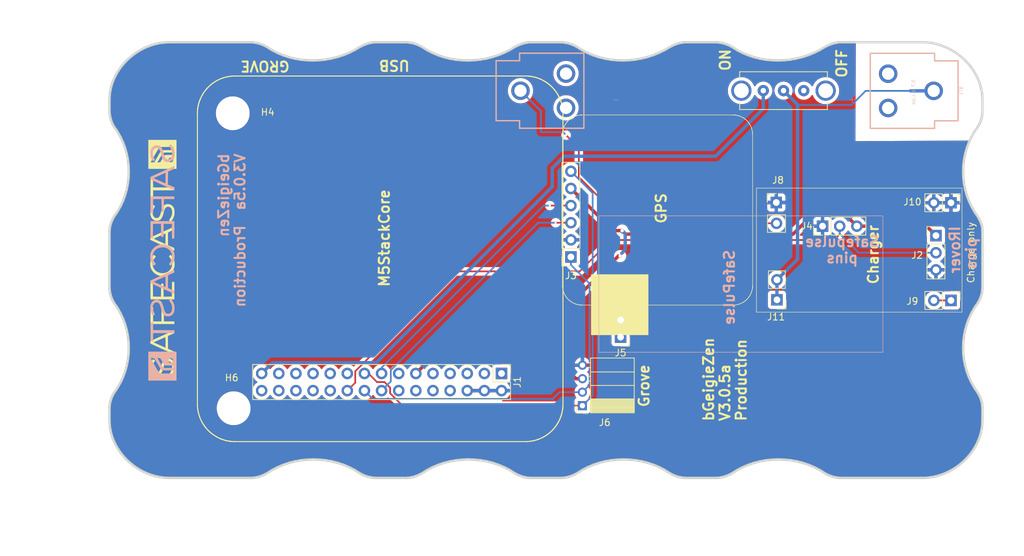
<source format=kicad_pcb>
(kicad_pcb (version 20240609) (generator "pcbnew") (generator_version "8.99")
  (title_block (title "bGeigieZen Production V3.0.5a") (date "2024-06-16") (rev "V3.0.5a"))
  (layers (0 "F.Cu" signal) (31 "B.Cu" signal) (34 "B.Paste" user) (35 "F.Paste" user) (36 "B.SilkS" user "B.Silkscreen") (37 "F.SilkS" user "F.Silkscreen") (38 "B.Mask" user) (39 "F.Mask" user) (44 "Edge.Cuts" user))
  (net 0 "")
  (net 1 "GND")
  (net 2 "/RX2")
  (net 3 "/TX2")
  (net 4 "3.3V")
  (net 5 "5V")
  (net 7 "/VBATT")
  (net 9 "/GIO34")
  (net 10 "/GIO13")
  (net 11 "/GIO5")
  (net 19 "/GIO2 on Core and GIO32 on Core-2")
  (net 26 "/SDA")
  (net 27 "/SCL")
  (net 29 "Net-(J9-Pin_1)")
  (net 30 "/BAT")
  (net 32 "Net-(BT1--)")
  (footprint "bGeigieZen:LOGO" (layer "F.Cu") (at 92.4052 98.6524 90)
    (property "Reference" "G front" (hide yes))
    (property "Value" "LOGO" (hide yes))
  )
  (footprint "Connector_PinHeader_2.54mm:PinHeader_2x15_P2.54mm_Vertical" (layer "F.Cu") (at 142.6972 115.772 -90)
    (property "Reference" "J1")
    (property "Value" "M5 2x15 pin")
  )
  (footprint "Connector_PinHeader_2.54mm:PinHeader_1x02_P2.54mm_Vertical" (layer "F.Cu") (at 209.3307 90.4622 -90)
    (property "Reference" "J10")
    (property "Value" "QI GND")
  )
  (footprint "Connector_PinSocket_2.54mm:PinSocket_1x06_P2.54mm_Vertical" (layer "F.Cu") (at 152.9846 98.5 180)
    (property "Reference" "J3")
    (property "Value" "GPS")
  )
  (footprint "bGeigieZen:EG1206" (layer "F.Cu") (at 184.5056 73.838 180)
    (property "Reference" "SW1" (hide yes))
    (property "Value" "SW_SPDT" (hide yes))
  )
  (footprint "Connector_PinHeader_2.54mm:PinHeader_1x02_P2.54mm_Vertical" (layer "F.Cu") (at 209.3353 104.9402 -90)
    (property "Reference" "J9")
    (property "Value" "QI Plus")
  )
  (footprint "MountingHole:MountingHole_3.2mm_M3" (layer "F.Cu") (at 102.8526 77.195)
    (property "Reference" "H4")
    (property "Value" "MountingHole_Pad")
  )
  (footprint "Connector_PinHeader_2.54mm:PinHeader_1x02_P2.54mm_Vertical" (layer "F.Cu") (at 160.3508 110.383 180)
    (property "Reference" "J5")
    (property "Value" "Extra support header")
  )
  (footprint "Connector_PinHeader_2.54mm:PinHeader_1x03_P2.54mm_Vertical" (layer "F.Cu") (at 190.2968 93.928 90)
    (property "Reference" "J4")
    (property "Value" "Geiger Safepulse")
  )
  (footprint "Connector_PinHeader_2.54mm:PinHeader_1x03_P2.54mm_Vertical" (layer "F.Cu") (at 207.108 95.33)
    (property "Reference" "J2")
    (property "Value" "Geiger IRover")
  )
  (footprint "bGeigieZen:PinHeader_1x02_P2.54mm_Vertical_4056" (layer "F.Cu") (at 183.534 104.85 180)
    (property "Reference" "J11")
    (property "Value" "QI charger Plus")
  )
  (footprint "MountingHole:MountingHole_3.2mm_M3" (layer "F.Cu") (at 102.9822 120.925)
    (property "Reference" "H6")
    (property "Value" "MountingHole_Pad")
  )
  (footprint "Connector_PinSocket_2.00mm:PinSocket_1x04_P2.00mm_Horizontal" (layer "F.Cu") (at 154.6945 120.5422 180)
    (property "Reference" "J6")
    (property "Value" "Grove")
  )
  (footprint "Connector_PinHeader_2.54mm:PinHeader_1x02_P2.54mm_Vertical" (layer "F.Cu") (at 183.4324 90.4228)
    (property "Reference" "J8")
    (property "Value" "QI charger ground")
  )
  (footprint "bGeigieRaku_M5_1015:BATTERY_18650-HOLDER" (layer "B.Cu") (at 176.1392 73.8588 180)
    (property "Reference" "BT1")
    (property "Value" " 3.7 V Lipo")
  )
  (footprint "bGeigieZen:LOGO" (layer "B.Cu") (at 92.4052 99.3128 -90)
    (property "Reference" "G back" (hide yes))
    (property "Value" "LOGO" (hide yes))
  )
  (gr_rect (start 157.1244 92.404) (end 199.2376 112.6224) (stroke (width 0.078091)) (fill none) (layer "B.SilkS"))
  (gr_line (start 177.473237 77.476896) (end 177.473237 77.476896) (stroke (width 0.078091)) (layer "F.SilkS"))
  (gr_line (start 153.19561 77.825565) (end 153.19561 77.825565) (stroke (width 0.078091)) (layer "F.SilkS"))
  (gr_line (start 179.918751 102.905457) (end 179.918751 102.905457) (stroke (width 0.078091)) (layer "F.SilkS"))
  (gr_line (start 179.31343 78.55841) (end 179.271456 78.505145) (stroke (width 0.078091)) (layer "F.SilkS"))
  (gr_line (start 147.096865 71.734985) (end 147.096865 71.734985) (stroke (width 0.150176)) (layer "F.SilkS"))
  (gr_line (start 147.863604 71.908828) (end 147.863604 71.908828) (stroke (width 0.150176)) (layer "F.SilkS"))
  (gr_line (start 178.80818 105.01683) (end 178.861453 104.974864) (stroke (width 0.078091)) (layer "F.SilkS"))
  (gr_line (start 98.515536 74.190445) (end 98.515536 74.190445) (stroke (width 0.150176)) (layer "F.SilkS"))
  (gr_line (start 98.000246 122.358902) (end 98.158541 122.722107) (stroke (width 0.150176)) (layer "F.SilkS"))
  (gr_line (start 152.574142 104.768248) (end 152.574142 104.768248) (stroke (width 0.078091)) (layer "F.SilkS"))
  (gr_line (start 153.565265 77.646395) (end 153.376391 77.728716) (stroke (width 0.078091)) (layer "F.SilkS"))
  (gr_line (start 102.582094 125.83876) (end 102.712466 125.851181) (stroke (width 0.150176)) (layer "F.SilkS"))
  (gr_line (start 178.346523 105.310615) (end 178.346523 105.310615) (stroke (width 0.078091)) (layer "F.SilkS"))
  (gr_line (start 148.835238 72.309265) (end 148.599306 72.191314) (stroke (width 0.150176)) (layer "F.SilkS"))
  (gr_line (start 151.790468 120.766433) (end 151.790468 120.766433) (stroke (width 0.150176)) (layer "F.SilkS"))
  (gr_line (start 149.965182 124.444961) (end 150.157641 124.264908) (stroke (width 0.150176)) (layer "F.SilkS"))
  (gr_line (start 152.230322 104.345319) (end 152.269058 104.401821) (stroke (width 0.078091)) (layer "F.SilkS"))
  (gr_line (start 152.698429 78.183914) (end 152.698429 78.183914) (stroke (width 0.078091)) (layer "F.SilkS"))
  (gr_line (start 148.950091 72.371368) (end 148.835238 72.309265) (stroke (width 0.150176)) (layer "F.SilkS"))
  (gr_line (start 151.464525 75.301758) (end 151.464525 75.301758) (stroke (width 0.150176)) (layer "F.SilkS"))
  (gr_line (start 146.836107 71.700836) (end 146.705721 71.688415) (stroke (width 0.150176)) (layer "F.SilkS"))
  (gr_line (start 177.938123 77.588282) (end 177.871941 77.567295) (stroke (width 0.078091)) (layer "F.SilkS"))
  (gr_line (start 99.912447 124.814361) (end 99.912447 124.814361) (stroke (width 0.150176)) (layer "F.SilkS"))
  (gr_line (start 153.532988 105.410694) (end 153.597543 105.43491) (stroke (width 0.078091)) (layer "F.SilkS"))
  (gr_line (start 98.310671 74.528808) (end 98.248568 74.643661) (stroke (width 0.150176)) (layer "F.SilkS"))
  (gr_line (start 146.705721 71.688415) (end 146.705721 71.688415) (stroke (width 0.150176)) (layer "F.SilkS"))
  (gr_line (start 97.779848 75.866729) (end 97.748781 75.994003) (stroke (width 0.150176)) (layer "F.SilkS"))
  (gr_line (start 152.672595 104.861868) (end 152.672595 104.861868) (stroke (width 0.078091)) (layer "F.SilkS"))
  (gr_line (start 153.166553 105.228294) (end 153.166553 105.228294) (stroke (width 0.078091)) (layer "F.SilkS"))
  (gr_line (start 150.716402 73.920379) (end 150.716402 73.920379) (stroke (width 0.150176)) (layer "F.SilkS"))
  (gr_line (start 153.286 105.294476) (end 153.286 105.294476) (stroke (width 0.078091)) (layer "F.SilkS"))
  (gr_line (start 179.778317 103.641531) (end 179.778317 103.641531) (stroke (width 0.078091)) (layer "F.SilkS"))
  (gr_line (start 177.675013 77.515641) (end 177.675013 77.515641) (stroke (width 0.078091)) (layer "F.SilkS"))
  (gr_line (start 154.427245 77.449459) (end 154.291659 77.462376) (stroke (width 0.078091)) (layer "F.SilkS"))
  (gr_line (start 149.915514 73.051178) (end 149.81618 72.967376) (stroke (width 0.150176)) (layer "F.SilkS"))
  (gr_line (start 151.802889 76.968734) (end 151.796679 76.838348) (stroke (width 0.150176)) (layer "F.SilkS"))
  (gr_line (start 179.92198 102.836045) (end 179.923599 102.734348) (stroke (width 0.078091)) (layer "F.SilkS"))
  (gr_line (start 151.20067 74.702636) (end 151.20067 74.702636) (stroke (width 0.150176)) (layer "F.SilkS"))
  (gr_line (start 102.976321 125.866699) (end 102.976321 125.866699) (stroke (width 0.150176)) (layer "F.SilkS"))
  (gr_line (start 151.7396 102.80214) (end 151.742822 102.871552) (stroke (width 0.078091)) (layer "F.SilkS"))
  (gr_line (start 154.022074 77.507571) (end 154.022074 77.507571) (stroke (width 0.078091)) (layer "F.SilkS"))
  (gr_line (start 99.859682 72.762481) (end 99.859682 72.762481) (stroke (width 0.150176)) (layer "F.SilkS"))
  (gr_line (start 152.993834 105.118527) (end 153.050328 105.155653) (stroke (width 0.078091)) (layer "F.SilkS"))
  (gr_line (start 179.652411 103.957914) (end 179.652411 103.957914) (stroke (width 0.078091)) (layer "F.SilkS"))
  (gr_line (start 152.551545 78.327585) (end 152.504731 78.37601) (stroke (width 0.078091)) (layer "F.SilkS"))
  (gr_line (start 179.111654 104.742421) (end 179.111654 104.742421) (stroke (width 0.078091)) (layer "F.SilkS"))
  (gr_line (start 100.582949 125.230331) (end 100.81888 125.348297) (stroke (width 0.150176)) (layer "F.SilkS"))
  (gr_line (start 97.61841 76.903549) (end 97.612185 77.037018) (stroke (width 0.150176)) (layer "F.SilkS"))
  (gr_line (start 152.480514 104.668161) (end 152.574142 104.768248) (stroke (width 0.078091)) (layer "F.SilkS"))
  (gr_line (start 153.079384 77.894977) (end 153.021271 77.933721) (stroke (width 0.078091)) (layer "F.SilkS"))
  (gr_line (start 149.344332 124.926117) (end 149.344332 124.926117) (stroke (width 0.150176)) (layer "F.SilkS"))
  (gr_line (start 177.507133 105.588262) (end 177.507133 105.588262) (stroke (width 0.078091)) (layer "F.SilkS"))
  (gr_line (start 101.303133 125.546966) (end 101.303133 125.546966) (stroke (width 0.150176)) (layer "F.SilkS"))
  (gr_line (start 152.104416 78.929684) (end 152.072122 78.989408) (stroke (width 0.078091)) (layer "F.SilkS"))
  (gr_line (start 151.836449 103.47688) (end 151.836449 103.47688) (stroke (width 0.078091)) (layer "F.SilkS"))
  (gr_line (start 177.54103 77.488195) (end 177.54103 77.488195) (stroke (width 0.078091)) (layer "F.SilkS"))
  (gr_line (start 102.256136 71.744293) (end 102.256136 71.744293) (stroke (width 0.150176)) (layer "F.SilkS"))
  (gr_line (start 179.227872 78.453491) (end 179.227872 78.453491) (stroke (width 0.078091)) (layer "F.SilkS"))
  (gr_line (start 100.241488 125.034759) (end 100.353243 125.103058) (stroke (width 0.150176)) (layer "F.SilkS"))
  (gr_line (start 152.698429 78.183914) (end 152.598359 78.277542) (stroke (width 0.078091)) (layer "F.SilkS"))
  (gr_line (start 177.235945 105.620547) (end 177.235945 105.620547) (stroke (width 0.078091)) (layer "F.SilkS"))
  (gr_line (start 153.286 105.294476) (end 153.408685 105.355818) (stroke (width 0.078091)) (layer "F.SilkS"))
  (gr_line (start 148.661394 125.320358) (end 148.776263 125.261368) (stroke (width 0.150176)) (layer "F.SilkS"))
  (gr_line (start 146.836107 71.700836) (end 146.836107 71.700836) (stroke (width 0.150176)) (layer "F.SilkS"))
  (gr_line (start 179.111654 104.742421) (end 179.158468 104.693988) (stroke (width 0.078091)) (layer "F.SilkS"))
  (gr_line (start 179.652411 103.957914) (end 179.679849 103.896572) (stroke (width 0.078091)) (layer "F.SilkS"))
  (gr_line (start 99.310213 124.308365) (end 99.310213 124.308365) (stroke (width 0.150176)) (layer "F.SilkS"))
  (gr_line (start 153.470019 105.383256) (end 153.532988 105.410694) (stroke (width 0.078091)) (layer "F.SilkS"))
  (gr_line (start 149.452975 124.851608) (end 149.55852 124.777115) (stroke (width 0.150176)) (layer "F.SilkS"))
  (gr_line (start 101.806032 125.699066) (end 101.806032 125.699066) (stroke (width 0.150176)) (layer "F.SilkS"))
  (gr_line (start 149.865847 124.531875) (end 149.965182 124.444961) (stroke (width 0.150176)) (layer "F.SilkS"))
  (gr_line (start 154.291659 77.462376) (end 154.291659 77.462376) (stroke (width 0.078091)) (layer "F.SilkS"))
  (gr_line (start 151.791254 103.278334) (end 151.791254 103.278334) (stroke (width 0.078091)) (layer "F.SilkS"))
  (gr_line (start 178.130219 77.659304) (end 178.065647 77.635096) (stroke (width 0.078091)) (layer "F.SilkS"))
  (gr_line (start 151.287585 122.660019) (end 151.287585 122.660019) (stroke (width 0.150176)) (layer "F.SilkS"))
  (gr_line (start 154.325556 105.610859) (end 154.393349 105.617318) (stroke (width 0.078091)) (layer "F.SilkS"))
  (gr_line (start 179.06484 104.792456) (end 179.06484 104.792456) (stroke (width 0.078091)) (layer "F.SilkS"))
  (gr_line (start 152.435319 104.616507) (end 152.480514 104.668161) (stroke (width 0.078091)) (layer "F.SilkS"))
  (gr_line (start 152.122158 104.170989) (end 152.156054 104.229102) (stroke (width 0.078091)) (layer "F.SilkS"))
  (gr_line (start 152.307795 104.456705) (end 152.349769 104.511588) (stroke (width 0.078091)) (layer "F.SilkS"))
  (gr_line (start 150.831255 123.457809) (end 150.831255 123.457809) (stroke (width 0.150176)) (layer "F.SilkS"))
  (gr_line (start 154.56445 77.443) (end 154.56445 77.443) (stroke (width 0.078091)) (layer "F.SilkS"))
  (gr_line (start 151.107531 123.010803) (end 151.169619 122.895935) (stroke (width 0.150176)) (layer "F.SilkS"))
  (gr_line (start 178.03498 105.447828) (end 178.097933 105.423611) (stroke (width 0.078091)) (layer "F.SilkS"))
  (gr_line (start 97.953676 122.237838) (end 97.953676 122.237838) (stroke (width 0.150176)) (layer "F.SilkS"))
  (gr_line (start 97.612185 77.037018) (end 97.612185 77.037018) (stroke (width 0.150176)) (layer "F.SilkS"))
  (gr_line (start 150.014849 73.141205) (end 150.014849 73.141205) (stroke (width 0.150176)) (layer "F.SilkS"))
  (gr_line (start 153.988178 105.554365) (end 154.055971 105.568885) (stroke (width 0.078091)) (layer "F.SilkS"))
  (gr_line (start 150.865404 74.134567) (end 150.865404 74.134567) (stroke (width 0.150176)) (layer "F.SilkS"))
  (gr_line (start 151.896181 103.673817) (end 151.896181 103.673817) (stroke (width 0.078091)) (layer "F.SilkS"))
  (gr_line (start 151.74928 80.096749) (end 151.74444 80.16455) (stroke (width 0.078091)) (layer "F.SilkS"))
  (gr_line (start 101.554568 125.630768) (end 101.678774 125.664917) (stroke (width 0.150176)) (layer "F.SilkS"))
  (gr_line (start 151.805987 120.502578) (end 151.805987 120.502578) (stroke (width 0.150176)) (layer "F.SilkS"))
  (gr_line (start 153.889726 77.539849) (end 153.889726 77.539849) (stroke (width 0.078091)) (layer "F.SilkS"))
  (gr_line (start 149.81618 72.967376) (end 149.713732 72.88356) (stroke (width 0.150176)) (layer "F.SilkS"))
  (gr_line (start 97.621523 120.701248) (end 97.646364 120.962005) (stroke (width 0.150176)) (layer "F.SilkS"))
  (gr_line (start 179.271456 78.505145) (end 179.271456 78.505145) (stroke (width 0.078091)) (layer "F.SilkS"))
  (gr_line (start 178.669357 77.951479) (end 178.669357 77.951479) (stroke (width 0.078091)) (layer "F.SilkS"))
  (gr_line (start 179.92198 102.836045) (end 179.92198 102.836045) (stroke (width 0.078091)) (layer "F.SilkS"))
  (gr_line (start 179.755719 103.706094) (end 179.778317 103.641531) (stroke (width 0.078091)) (layer "F.SilkS"))
  (gr_line (start 152.801738 78.095142) (end 152.750099 78.138719) (stroke (width 0.078091)) (layer "F.SilkS"))
  (gr_line (start 179.374764 104.429259) (end 179.374764 104.429259) (stroke (width 0.078091)) (layer "F.SilkS"))
  (gr_line (start 99.602022 124.572235) (end 99.70447 124.656051) (stroke (width 0.150176)) (layer "F.SilkS"))
  (gr_line (start 148.661394 125.320358) (end 148.661394 125.320358) (stroke (width 0.150176)) (layer "F.SilkS"))
  (gr_line (start 98.217531 122.83696) (end 98.217531 122.83696) (stroke (width 0.150176)) (layer "F.SilkS"))
  (gr_line (start 149.55852 124.777115) (end 149.55852 124.777115) (stroke (width 0.150176)) (layer "F.SilkS"))
  (gr_line (start 150.753649 123.566452) (end 150.831255 123.457809) (stroke (width 0.150176)) (layer "F.SilkS"))
  (gr_line (start 99.55237 73.007721) (end 99.453005 73.094635) (stroke (width 0.150176)) (layer "F.SilkS"))
  (gr_line (start 179.720204 79.268665) (end 179.637883 79.079807) (stroke (width 0.078091)) (layer "F.SilkS"))
  (gr_line (start 178.938934 78.161317) (end 178.88728 78.11774) (stroke (width 0.078091)) (layer "F.SilkS"))
  (gr_line (start 148.236117 72.039215) (end 148.115053 71.992645) (stroke (width 0.150176)) (layer "F.SilkS"))
  (gr_line (start 151.107531 123.010803) (end 151.107531 123.010803) (stroke (width 0.150176)) (layer "F.SilkS"))
  (gr_line (start 179.884854 79.859465) (end 179.871944 79.791664) (stroke (width 0.078091)) (layer "F.SilkS"))
  (gr_line (start 147.739443 71.874679) (end 147.739443 71.874679) (stroke (width 0.150176)) (layer "F.SilkS"))
  (gr_line (start 151.743914 121.157562) (end 151.743914 121.157562) (stroke (width 0.150176)) (layer "F.SilkS"))
  (gr_line (start 179.834819 103.444595) (end 179.850958 103.378412) (stroke (width 0.078091)) (layer "F.SilkS"))
  (gr_line (start 101.119997 72.060943) (end 101.119997 72.060943) (stroke (width 0.150176)) (layer "F.SilkS"))
  (gr_line (start 152.269058 104.401821) (end 152.269058 104.401821) (stroke (width 0.078091)) (layer "F.SilkS"))
  (gr_line (start 102.908022 71.67601) (end 102.777651 71.68222) (stroke (width 0.150176)) (layer "F.SilkS"))
  (gr_line (start 97.708437 121.353134) (end 97.733279 121.480407) (stroke (width 0.150176)) (layer "F.SilkS"))
  (gr_line (start 178.834007 78.074155) (end 178.780743 78.032189) (stroke (width 0.078091)) (layer "F.SilkS"))
  (gr_line (start 152.750099 78.138719) (end 152.698429 78.183914) (stroke (width 0.078091)) (layer "F.SilkS"))
  (gr_line (start 179.039013 78.254944) (end 178.990588 78.20813) (stroke (width 0.078091)) (layer "F.SilkS"))
  (gr_line (start 152.055983 104.049923) (end 152.088261 104.111265) (stroke (width 0.078091)) (layer "F.SilkS"))
  (gr_line (start 99.965212 72.687988) (end 99.965212 72.687988) (stroke (width 0.150176)) (layer "F.SilkS"))
  (gr_line (start 149.766512 124.615692) (end 149.766512 124.615692) (stroke (width 0.150176)) (layer "F.SilkS"))
  (gr_line (start 100.241488 125.034759) (end 100.241488 125.034759) (stroke (width 0.150176)) (layer "F.SilkS"))
  (gr_line (start 101.057925 125.453827) (end 101.057925 125.453827) (stroke (width 0.150176)) (layer "F.SilkS"))
  (gr_line (start 151.763801 79.961163) (end 151.763801 79.961163) (stroke (width 0.078091)) (layer "F.SilkS"))
  (gr_line (start 101.933291 125.730118) (end 101.933291 125.730118) (stroke (width 0.150176)) (layer "F.SilkS"))
  (gr_line (start 151.799776 120.636062) (end 151.805987 120.502578) (stroke (width 0.150176)) (layer "F.SilkS"))
  (gr_rect (start 180.4924 88.2892) (end 210.9724 106.6788) (stroke (width 0.078091)) (fill none) (layer "F.SilkS"))
  (gr_line (start 146.705721 71.688415) (end 146.57535 71.679107) (stroke (width 0.150176)) (layer "F.SilkS"))
  (gr_line (start 179.524886 104.200045) (end 179.524886 104.200045) (stroke (width 0.078091)) (layer "F.SilkS"))
  (gr_line (start 178.002695 77.61088) (end 177.938123 77.588282) (stroke (width 0.078091)) (layer "F.SilkS"))
  (gr_line (start 103.171877 125.869796) (end 146.376681 125.869796) (stroke (width 0.150176)) (layer "F.SilkS"))
  (gr_line (start 177.905845 105.491404) (end 177.905845 105.491404) (stroke (width 0.078091)) (layer "F.SilkS"))
  (gr_line (start 179.91714 80.130645) (end 179.91714 80.130645) (stroke (width 0.078091)) (layer "F.SilkS"))
  (gr_line (start 98.863222 123.827209) (end 98.863222 123.827209) (stroke (width 0.150176)) (layer "F.SilkS"))
  (gr_line (start 147.674258 125.683548) (end 147.674258 125.683548) (stroke (width 0.150176)) (layer "F.SilkS"))
  (gr_line (start 146.376681 125.869796) (end 146.510164 125.863586) (stroke (width 0.150176)) (layer "F.SilkS"))
  (gr_line (start 154.291659 77.462376) (end 154.156058 77.481736) (stroke (width 0.078091)) (layer "F.SilkS"))
  (gr_line (start 178.130219 77.659304) (end 178.130219 77.659304) (stroke (width 0.078091)) (layer "F.SilkS"))
  (gr_line (start 179.471622 78.782784) (end 179.432877 78.724679) (stroke (width 0.078091)) (layer "F.SilkS"))
  (gr_line (start 150.427706 123.976211) (end 150.427706 123.976211) (stroke (width 0.150176)) (layer "F.SilkS"))
  (gr_line (start 179.06484 104.792456) (end 179.111654 104.742421) (stroke (width 0.078091)) (layer "F.SilkS"))
  (gr_line (start 146.510164 125.863586) (end 146.510164 125.863586) (stroke (width 0.150176)) (layer "F.SilkS"))
  (gr_line (start 97.733279 121.480407) (end 97.733279 121.480407) (stroke (width 0.150176)) (layer "F.SilkS"))
  (gr_line (start 150.595339 123.774444) (end 150.676043 123.671997) (stroke (width 0.150176)) (layer "F.SilkS"))
  (gr_line (start 98.586916 74.081787) (end 98.586916 74.081787) (stroke (width 0.150176)) (layer "F.SilkS"))
  (gr_line (start 152.191569 104.287214) (end 152.191569 104.287214) (stroke (width 0.078091)) (layer "F.SilkS"))
  (gr_line (start 177.269842 77.45268) (end 177.202049 77.44784) (stroke (width 0.078091)) (layer "F.SilkS"))
  (gr_line (start 153.532988 105.410694) (end 153.532988 105.410694) (stroke (width 0.078091)) (layer "F.SilkS"))
  (gr_line (start 99.70447 124.656051) (end 99.806887 124.736755) (stroke (width 0.150176)) (layer "F.SilkS"))
  (gr_line (start 177.54103 77.488195) (end 177.473237 77.476896) (stroke (width 0.078091)) (layer "F.SilkS"))
  (gr_line (start 178.03498 105.447828) (end 178.03498 105.447828) (stroke (width 0.078091)) (layer "F.SilkS"))
  (gr_line (start 151.39313 122.42099) (end 151.39313 122.42099) (stroke (width 0.150176)) (layer "F.SilkS"))
  (gr_line (start 152.85501 78.053168) (end 152.85501 78.053168) (stroke (width 0.078091)) (layer "F.SilkS"))
  (gr_line (start 153.725068 105.481724) (end 153.791242 105.502703) (stroke (width 0.078091)) (layer "F.SilkS"))
  (gr_line (start 179.637883 79.079807) (end 179.637883 79.079807) (stroke (width 0.078091)) (layer "F.SilkS"))
  (gr_line (start 178.583807 105.175021) (end 178.583807 105.175021) (stroke (width 0.078091)) (layer "F.SilkS"))
  (gr_line (start 152.328774 78.585856) (end 152.328774 78.585856) (stroke (width 0.078091)) (layer "F.SilkS"))
  (gr_line (start 179.826741 79.593126) (end 179.826741 79.593126) (stroke (width 0.078091)) (layer "F.SilkS"))
  (gr_line (start 179.799304 103.575349) (end 179.799304 103.575349) (stroke (width 0.078091)) (layer "F.SilkS"))
  (gr_line (start 99.912447 124.814361) (end 100.02109 124.891967) (stroke (width 0.150176)) (layer "F.SilkS"))
  (gr_line (start 151.896181 103.673817) (end 151.918779 103.73838) (stroke (width 0.078091)) (layer "F.SilkS"))
  (gr_line (start 152.457917 78.427664) (end 152.457917 78.427664) (stroke (width 0.078091)) (layer "F.SilkS"))
  (gr_line (start 152.624178 104.815054) (end 152.624178 104.815054) (stroke (width 0.078091)) (layer "F.SilkS"))
  (gr_line (start 102.321322 125.804611) (end 102.321322 125.804611) (stroke (width 0.150176)) (layer "F.SilkS"))
  (gr_line (start 177.269842 77.45268) (end 177.269842 77.45268) (stroke (width 0.078091)) (layer "F.SilkS"))
  (gr_line (start 150.204211 73.321258) (end 150.107973 73.231231) (stroke (width 0.150176)) (layer "F.SilkS"))
  (gr_line (start 179.374764 104.429259) (end 179.41512 104.372765) (stroke (width 0.078091)) (layer "F.SilkS"))
  (gr_line (start 99.602022 124.572235) (end 99.602022 124.572235) (stroke (width 0.150176)) (layer "F.SilkS"))
  (gr_line (start 101.806032 125.699066) (end 101.933291 125.730118) (stroke (width 0.150176)) (layer "F.SilkS"))
  (gr_line (start 101.365237 71.970916) (end 101.365237 71.970916) (stroke (width 0.150176)) (layer "F.SilkS"))
  (gr_line (start 97.888491 75.488006) (end 97.888491 75.488006) (stroke (width 0.150176)) (layer "F.SilkS"))
  (gr_line (start 153.855829 105.520461) (end 153.922004 105.538218) (stroke (width 0.078091)) (layer "F.SilkS"))
  (gr_line (start 97.640139 76.642791) (end 97.640139 76.642791) (stroke (width 0.150176)) (layer "F.SilkS"))
  (gr_line (start 151.073397 74.469818) (end 151.008196 74.358062) (stroke (width 0.150176)) (layer "F.SilkS"))
  (gr_line (start 148.776263 125.261368) (end 148.894213 125.199279) (stroke (width 0.150176)) (layer "F.SilkS"))
  (gr_line (start 151.340349 122.542053) (end 151.39313 122.42099) (stroke (width 0.150176)) (layer "F.SilkS"))
  (gr_line (start 178.065647 77.635096) (end 178.002695 77.61088) (stroke (width 0.078091)) (layer "F.SilkS"))
  (gr_line (start 179.292443 104.537415) (end 179.292443 104.537415) (stroke (width 0.078091)) (layer "F.SilkS"))
  (gr_line (start 153.316675 77.759383) (end 153.316675 77.759383) (stroke (width 0.078091)) (layer "F.SilkS"))
  (gr_line (start 152.370748 78.532591) (end 152.370748 78.532591) (stroke (width 0.078091)) (layer "F.SilkS"))
  (gr_line (start 151.570071 121.924316) (end 151.570071 121.924316) (stroke (width 0.150176)) (layer "F.SilkS"))
  (gr_line (start 150.511523 123.876877) (end 150.595339 123.774444) (stroke (width 0.150176)) (layer "F.SilkS"))
  (gr_line (start 177.641116 105.562435) (end 177.773481 105.530149) (stroke (width 0.078091)) (layer "F.SilkS"))
  (gr_line (start 149.505755 72.72525) (end 149.505755 72.72525) (stroke (width 0.150176)) (layer "F.SilkS"))
  (gr_line (start 179.57493 78.958741) (end 179.541033 78.899009) (stroke (width 0.078091)) (layer "F.SilkS"))
  (gr_line (start 152.072122 78.989408) (end 152.072122 78.989408) (stroke (width 0.078091)) (layer "F.SilkS"))
  (gr_line (start 149.664065 124.696396) (end 149.664065 124.696396) (stroke (width 0.150176)) (layer "F.SilkS"))
  (gr_line (start 151.548342 75.55011) (end 151.507982 75.425934) (stroke (width 0.150176)) (layer "F.SilkS"))
  (gr_line (start 97.615298 120.570862) (end 97.621523 120.701248) (stroke (width 0.150176)) (layer "F.SilkS"))
  (gr_line (start 98.822848 73.765167) (end 98.822848 73.765167) (stroke (width 0.150176)) (layer "F.SilkS"))
  (gr_line (start 179.850958 103.378412) (end 179.865486 103.310619) (stroke (width 0.078091)) (layer "F.SilkS"))
  (gr_line (start 154.393349 105.617318) (end 154.461142 105.622158) (stroke (width 0.078091)) (layer "F.SilkS"))
  (gr_line (start 151.697344 121.415222) (end 151.72217 121.287948) (stroke (width 0.150176)) (layer "F.SilkS"))
  (gr_line (start 152.937339 105.078172) (end 152.937339 105.078172) (stroke (width 0.078091)) (layer "F.SilkS"))
  (gr_line (start 148.052965 125.568695) (end 148.177141 125.525238) (stroke (width 0.150176)) (layer "F.SilkS"))
  (gr_line (start 147.863604 71.908828) (end 147.739443 71.874679) (stroke (width 0.150176)) (layer "F.SilkS"))
  (gr_line (start 151.486254 122.17575) (end 151.486254 122.17575) (stroke (width 0.150176)) (layer "F.SilkS"))
  (gr_line (start 150.831255 123.457809) (end 150.902651 123.349167) (stroke (width 0.150176)) (layer "F.SilkS"))
  (gr_line (start 99.502688 124.488418) (end 99.602022 124.572235) (stroke (width 0.150176)) (layer "F.SilkS"))
  (gr_line (start 152.964777 77.972458) (end 152.909902 78.011194) (stroke (width 0.078091)) (layer "F.SilkS"))
  (gr_line (start 102.063662 125.758041) (end 102.063662 125.758041) (stroke (width 0.150176)) (layer "F.SilkS"))
  (gr_line (start 177.473237 77.476896) (end 177.405436 77.467216) (stroke (width 0.078091)) (layer "F.SilkS"))
  (gr_line (start 179.878395 103.244437) (end 179.878395 103.244437) (stroke (width 0.078091)) (layer "F.SilkS"))
  (gr_line (start 99.213991 124.218353) (end 99.213991 124.218353) (stroke (width 0.150176)) (layer "F.SilkS"))
  (gr_line (start 100.582949 125.230331) (end 100.582949 125.230331) (stroke (width 0.150176)) (layer "F.SilkS"))
  (gr_line (start 178.861453 104.974864) (end 178.861453 104.974864) (stroke (width 0.078091)) (layer "F.SilkS"))
  (gr_line (start 154.495038 77.446229) (end 154.427245 77.449459) (stroke (width 0.078091)) (layer "F.SilkS"))
  (gr_line (start 151.778337 103.210541) (end 151.791254 103.278334) (stroke (width 0.078091)) (layer "F.SilkS"))
  (gr_line (start 153.757345 77.578594) (end 153.69279 77.599581) (stroke (width 0.078091)) (layer "F.SilkS"))
  (gr_line (start 102.125765 71.769134) (end 102.125765 71.769134) (stroke (width 0.150176)) (layer "F.SilkS"))
  (gr_line (start 99.170534 73.370926) (end 99.080508 73.46405) (stroke (width 0.150176)) (layer "F.SilkS"))
  (gr_line (start 153.889726 77.539849) (end 153.757345 77.578594) (stroke (width 0.078091)) (layer "F.SilkS"))
  (gr_line (start 177.202049 77.44784) (end 177.132637 77.444619) (stroke (width 0.078091)) (layer "F.SilkS"))
  (gr_line (start 146.901293 125.83255) (end 146.901293 125.83255) (stroke (width 0.150176)) (layer "F.SilkS"))
  (gr_line (start 179.591069 104.08059) (end 179.591069 104.08059) (stroke (width 0.078091)) (layer "F.SilkS"))
  (gr_line (start 101.427309 125.590423) (end 101.427309 125.590423) (stroke (width 0.150176)) (layer "F.SilkS"))
  (gr_line (start 98.375857 74.41394) (end 98.375857 74.41394) (stroke (width 0.150176)) (layer "F.SilkS"))
  (gr_line (start 99.080508 73.46405) (end 98.990481 73.563385) (stroke (width 0.150176)) (layer "F.SilkS"))
  (gr_line (start 153.565265 77.646395) (end 153.565265 77.646395) (stroke (width 0.078091)) (layer "F.SilkS"))
  (gr_line (start 150.55498 73.712387) (end 150.471163 73.613052) (stroke (width 0.150176)) (layer "F.SilkS"))
  (gr_line (start 154.088265 77.494654) (end 154.022074 77.507571) (stroke (width 0.078091)) (layer "F.SilkS"))
  (gr_line (start 99.55237 73.007721) (end 99.55237 73.007721) (stroke (width 0.150176)) (layer "F.SilkS"))
  (gr_line (start 149.865847 124.531875) (end 149.865847 124.531875) (stroke (width 0.150176)) (layer "F.SilkS"))
  (gr_line (start 99.806887 124.736755) (end 99.806887 124.736755) (stroke (width 0.150176)) (layer "F.SilkS"))
  (gr_line (start 98.217531 122.83696) (end 98.279604 122.954925) (stroke (width 0.150176)) (layer "F.SilkS"))
  (gr_line (start 151.778048 120.896805) (end 151.778048 120.896805) (stroke (width 0.150176)) (layer "F.SilkS"))
  (gr_line (start 100.468081 125.168243) (end 100.468081 125.168243) (stroke (width 0.150176)) (layer "F.SilkS"))
  (gr_line (start 179.679849 103.896572) (end 179.707294 103.833619) (stroke (width 0.078091)) (layer "F.SilkS"))
  (gr_line (start 150.716402 73.920379) (end 150.635699 73.814819) (stroke (width 0.150176)) (layer "F.SilkS"))
  (gr_line (start 151.20067 74.702636) (end 151.138582 74.584686) (stroke (width 0.150176)) (layer "F.SilkS"))
  (gr_line (start 97.953676 122.237838) (end 98.000246 122.358902) (stroke (width 0.150176)) (layer "F.SilkS"))
  (gr_line (start 153.791242 105.502703) (end 153.791242 105.502703) (stroke (width 0.078091)) (layer "F.SilkS"))
  (gr_line (start 101.489382 71.930557) (end 101.365237 71.970916) (stroke (width 0.150176)) (layer "F.SilkS"))
  (gr_line (start 151.809099 77.102218) (end 151.802889 76.968734) (stroke (width 0.150176)) (layer "F.SilkS"))
  (gr_line (start 100.297365 72.470703) (end 100.297365 72.470703) (stroke (width 0.150176)) (layer "F.SilkS"))
  (gr_line (start 151.784795 79.825561) (end 151.773497 79.893362) (stroke (width 0.078091)) (layer "F.SilkS"))
  (gr_line (start 177.607212 77.501113) (end 177.607212 77.501113) (stroke (width 0.078091)) (layer "F.SilkS"))
  (gr_line (start 152.349769 104.511588) (end 152.391742 104.564853) (stroke (width 0.078091)) (layer "F.SilkS"))
  (gr_line (start 151.743914 121.157562) (end 151.76253 121.027191) (stroke (width 0.150176)) (layer "F.SilkS"))
  (gr_line (start 97.612185 77.037018) (end 97.609102 77.232605) (stroke (width 0.150176)) (layer "F.SilkS"))
  (gr_line (start 179.91391 102.97325) (end 179.91391 102.97325) (stroke (width 0.078091)) (layer "F.SilkS"))
  (gr_line (start 179.292443 104.537415) (end 179.334409 104.484142) (stroke (width 0.078091)) (layer "F.SilkS"))
  (gr_line (start 99.754122 72.8432) (end 99.651675 72.923919) (stroke (width 0.150176)) (layer "F.SilkS"))
  (gr_line (start 147.292422 125.770462) (end 147.292422 125.770462) (stroke (width 0.150176)) (layer "F.SilkS"))
  (gr_line (start 150.676043 123.671997) (end 150.676043 123.671997) (stroke (width 0.150176)) (layer "F.SilkS"))
  (gr_line (start 150.939913 74.246307) (end 150.865404 74.134567) (stroke (width 0.150176)) (layer "F.SilkS"))
  (gr_line (start 151.073397 74.469818) (end 151.073397 74.469818) (stroke (width 0.150176)) (layer "F.SilkS"))
  (gr_line (start 178.496637 77.841712) (end 178.496637 77.841712) (stroke (width 0.078091)) (layer "F.SilkS"))
  (gr_line (start 97.795351 121.734955) (end 97.869845 121.989502) (stroke (width 0.150176)) (layer "F.SilkS"))
  (gr_line (start 150.014849 73.141205) (end 149.915514 73.051178) (stroke (width 0.150176)) (layer "F.SilkS"))
  (gr_line (start 149.232577 125.00061) (end 149.232577 125.00061) (stroke (width 0.150176)) (layer "F.SilkS"))
  (gr_line (start 97.733279 121.480407) (end 97.795351 121.734955) (stroke (width 0.150176)) (layer "F.SilkS"))
  (gr_line (start 98.627291 123.513687) (end 98.701784 123.619232) (stroke (width 0.150176)) (layer "F.SilkS"))
  (gr_line (start 179.850958 103.378412) (end 179.850958 103.378412) (stroke (width 0.078091)) (layer "F.SilkS"))
  (gr_line (start 179.637883 79.079807) (end 179.607215 79.020075) (stroke (width 0.078091)) (layer "F.SilkS"))
  (gr_line (start 179.541033 78.899009) (end 179.507129 78.840897) (stroke (width 0.078091)) (layer "F.SilkS"))
  (gr_line (start 152.173827 78.81184) (end 152.138312 78.869953) (stroke (width 0.078091)) (layer "F.SilkS"))
  (gr_line (start 97.795351 121.734955) (end 97.795351 121.734955) (stroke (width 0.150176)) (layer "F.SilkS"))
  (gr_line (start 151.771837 76.577606) (end 151.734591 76.316848) (stroke (width 0.150176)) (layer "F.SilkS"))
  (gr_line (start 179.817061 103.510777) (end 179.817061 103.510777) (stroke (width 0.078091)) (layer "F.SilkS"))
  (gr_line (start 177.371539 105.60763) (end 177.371539 105.60763) (stroke (width 0.078091)) (layer "F.SilkS"))
  (gr_line (start 97.609102 120.437378) (end 97.615298 120.570862) (stroke (width 0.150176)) (layer "F.SilkS"))
  (gr_line (start 151.697344 121.415222) (end 151.697344 121.415222) (stroke (width 0.150176)) (layer "F.SilkS"))
  (gr_line (start 151.734591 76.316848) (end 151.734591 76.316848) (stroke (width 0.150176)) (layer "F.SilkS"))
  (gr_line (start 177.905845 105.491404) (end 177.970409 105.470425) (stroke (width 0.078091)) (layer "F.SilkS"))
  (gr_line (start 179.271456 78.505145) (end 179.227872 78.453491) (stroke (width 0.078091)) (layer "F.SilkS"))
  (gr_line (start 179.41512 104.372765) (end 179.41512 104.372765) (stroke (width 0.078091)) (layer "F.SilkS"))
  (gr_line (start 153.166553 105.228294) (end 153.226269 105.262191) (stroke (width 0.078091)) (layer "F.SilkS"))
  (gr_line (start 149.288454 72.576233) (end 149.176699 72.504837) (stroke (width 0.150176)) (layer "F.SilkS"))
  (gr_line (start 151.931696 79.300951) (end 151.90748 79.363904) (stroke (width 0.078091)) (layer "F.SilkS"))
  (gr_line (start 179.182676 78.401837) (end 179.182676 78.401837) (stroke (width 0.078091)) (layer "F.SilkS"))
  (gr_line (start 152.672595 104.861868) (end 152.724264 104.908682) (stroke (width 0.078091)) (layer "F.SilkS"))
  (gr_line (start 151.709765 76.186462) (end 151.709765 76.186462) (stroke (width 0.150176)) (layer "F.SilkS"))
  (gr_line (start 151.741203 80.233953) (end 151.7396 80.335659) (stroke (width 0.078091)) (layer "F.SilkS"))
  (gr_line (start 98.552798 123.405029) (end 98.627291 123.513687) (stroke (width 0.150176)) (layer "F.SilkS"))
  (gr_line (start 178.698414 105.09754) (end 178.698414 105.09754) (stroke (width 0.078091)) (layer "F.SilkS"))
  (gr_line (start 154.461142 105.622158) (end 154.461142 105.622158) (stroke (width 0.078091)) (layer "F.SilkS"))
  (gr_line (start 101.24106 72.014373) (end 101.24106 72.014373) (stroke (width 0.150176)) (layer "F.SilkS"))
  (gr_line (start 150.676043 123.671997) (end 150.753649 123.566452) (stroke (width 0.150176)) (layer "F.SilkS"))
  (gr_line (start 150.865404 74.134567) (end 150.790911 74.025909) (stroke (width 0.150176)) (layer "F.SilkS"))
  (gr_line (start 179.778317 103.641531) (end 179.799304 103.575349) (stroke (width 0.078091)) (layer "F.SilkS"))
  (gr_line (start 179.471622 78.782784) (end 179.471622 78.782784) (stroke (width 0.078091)) (layer "F.SilkS"))
  (gr_line (start 97.609102 77.232605) (end 97.609102 77.232605) (stroke (width 0.150176)) (layer "F.SilkS"))
  (gr_line (start 154.122161 105.581803) (end 154.122161 105.581803) (stroke (width 0.078091)) (layer "F.SilkS"))
  (gr_line (start 149.397097 72.647644) (end 149.397097 72.647644) (stroke (width 0.150176)) (layer "F.SilkS"))
  (gr_line (start 153.376391 77.728716) (end 153.376391 77.728716) (stroke (width 0.078091)) (layer "F.SilkS"))
  (gr_line (start 101.18207 125.500396) (end 101.303133 125.546966) (stroke (width 0.150176)) (layer "F.SilkS"))
  (gr_line (start 150.635699 73.814819) (end 150.55498 73.712387) (stroke (width 0.150176)) (layer "F.SilkS"))
  (gr_line (start 149.176699 72.504837) (end 149.064944 72.436554) (stroke (width 0.150176)) (layer "F.SilkS"))
  (gr_line (start 151.758976 103.074947) (end 151.778337 103.210541) (stroke (width 0.078091)) (layer "F.SilkS"))
  (gr_line (start 98.444155 74.302185) (end 98.444155 74.302185) (stroke (width 0.150176)) (layer "F.SilkS"))
  (gr_line (start 97.615298 120.570862) (end 97.615298 120.570862) (stroke (width 0.150176)) (layer "F.SilkS"))
  (gr_line (start 151.755739 80.028956) (end 151.74928 80.096749) (stroke (width 0.078091)) (layer "F.SilkS"))
  (gr_line (start 97.910219 122.113678) (end 97.953676 122.237838) (stroke (width 0.150176)) (layer "F.SilkS"))
  (gr_line (start 179.767018 79.39619) (end 179.74442 79.331618) (stroke (width 0.078091)) (layer "F.SilkS"))
  (gr_line (start 179.91714 80.130645) (end 179.904222 79.995059) (stroke (width 0.078091)) (layer "F.SilkS"))
  (gr_line (start 97.869845 121.989502) (end 97.910219 122.113678) (stroke (width 0.150176)) (layer "F.SilkS"))
  (gr_line (start 101.933291 125.730118) (end 102.063662 125.758041) (stroke (width 0.150176)) (layer "F.SilkS"))
  (gr_line (start 179.607215 79.020075) (end 179.57493 78.958741) (stroke (width 0.078091)) (layer "F.SilkS"))
  (gr_line (start 147.674258 125.683548) (end 147.928805 125.609039) (stroke (width 0.150176)) (layer "F.SilkS"))
  (gr_line (start 102.063662 125.758041) (end 102.190951 125.782882) (stroke (width 0.150176)) (layer "F.SilkS"))
  (gr_line (start 151.804172 103.344516) (end 151.836449 103.47688) (stroke (width 0.078091)) (layer "F.SilkS"))
  (gr_line (start 151.169619 122.895935) (end 151.287585 122.660019) (stroke (width 0.150176)) (layer "F.SilkS"))
  (gr_line (start 148.177141 125.525238) (end 148.298205 125.478668) (stroke (width 0.150176)) (layer "F.SilkS"))
  (gr_line (start 99.403322 124.398391) (end 99.403322 124.398391) (stroke (width 0.150176)) (layer "F.SilkS"))
  (gr_line (start 99.651675 72.923919) (end 99.651675 72.923919) (stroke (width 0.150176)) (layer "F.SilkS"))
  (gr_line (start 151.799776 120.636062) (end 151.799776 120.636062) (stroke (width 0.150176)) (layer "F.SilkS"))
  (gr_line (start 179.731503 103.769055) (end 179.755719 103.706094) (stroke (width 0.078091)) (layer "F.SilkS"))
  (gr_line (start 99.310213 124.308365) (end 99.403322 124.398391) (stroke (width 0.150176)) (layer "F.SilkS"))
  (gr_line (start 151.802889 76.968734) (end 151.802889 76.968734) (stroke (width 0.150176)) (layer "F.SilkS"))
  (gr_line (start 151.796679 76.838348) (end 151.771837 76.577606) (stroke (width 0.150176)) (layer "F.SilkS"))
  (gr_line (start 102.321322 125.804611) (end 102.451723 125.823242) (stroke (width 0.150176)) (layer "F.SilkS"))
  (gr_line (start 151.60422 121.80014) (end 151.60422 121.80014) (stroke (width 0.150176)) (layer "F.SilkS"))
  (gr_line (start 98.478274 123.293289) (end 98.552798 123.405029) (stroke (width 0.150176)) (layer "F.SilkS"))
  (gr_line (start 148.236117 72.039215) (end 148.236117 72.039215) (stroke (width 0.150176)) (layer "F.SilkS"))
  (gr_line (start 99.806887 124.736755) (end 99.912447 124.814361) (stroke (width 0.150176)) (layer "F.SilkS"))
  (gr_line (start 151.791254 103.278334) (end 151.804172 103.344516) (stroke (width 0.078091)) (layer "F.SilkS"))
  (gr_line (start 179.205274 104.642334) (end 179.205274 104.642334) (stroke (width 0.078091)) (layer "F.SilkS"))
  (gr_line (start 179.524886 104.200045) (end 179.558783 104.140322) (stroke (width 0.078091)) (layer "F.SilkS"))
  (gr_line (start 154.156058 77.481736) (end 154.156058 77.481736) (stroke (width 0.078091)) (layer "F.SilkS"))
  (gr_line (start 146.640536 125.857391) (end 146.901293 125.83255) (stroke (width 0.150176)) (layer "F.SilkS"))
  (gr_line (start 99.080508 73.46405) (end 99.080508 73.46405) (stroke (width 0.150176)) (layer "F.SilkS"))
  (gr_line (start 152.288434 78.640739) (end 152.288434 78.640739) (stroke (width 0.078091)) (layer "F.SilkS"))
  (gr_line (start 178.286792 105.34129) (end 178.286792 105.34129) (stroke (width 0.078091)) (layer "F.SilkS"))
  (gr_line (start 177.371539 105.60763) (end 177.507133 105.588262) (stroke (width 0.078091)) (layer "F.SilkS"))
  (gr_line (start 153.021271 77.933721) (end 152.964777 77.972458) (stroke (width 0.078091)) (layer "F.SilkS"))
  (gr_line (start 179.904222 79.995059) (end 179.904222 79.995059) (stroke (width 0.078091)) (layer "F.SilkS"))
  (gr_line (start 151.983334 79.173427) (end 151.983334 79.173427) (stroke (width 0.078091)) (layer "F.SilkS"))
  (gr_line (start 179.923599 102.734348) (end 179.923599 80.267858) (stroke (width 0.078091)) (layer "F.SilkS"))
  (gr_line (start 149.505755 72.72525) (end 149.397097 72.647644) (stroke (width 0.150176)) (layer "F.SilkS"))
  (gr_line (start 151.875186 103.609245) (end 151.875186 103.609245) (stroke (width 0.078091)) (layer "F.SilkS"))
  (gr_line (start 149.009066 125.134094) (end 149.009066 125.134094) (stroke (width 0.150176)) (layer "F.SilkS"))
  (gr_line (start 97.627718 76.773163) (end 97.627718 76.773163) (stroke (width 0.150176)) (layer "F.SilkS"))
  (gr_line (start 178.990588 78.20813) (end 178.990588 78.20813) (stroke (width 0.078091)) (layer "F.SilkS"))
  (gr_line (start 151.809099 120.307007) (end 151.809099 77.102218) (stroke (width 0.150176)) (layer "F.SilkS"))
  (gr_line (start 152.072122 78.989408) (end 152.010788 79.112084) (stroke (width 0.078091)) (layer "F.SilkS"))
  (gr_line (start 99.260561 73.274688) (end 99.170534 73.370926) (stroke (width 0.150176)) (layer "F.SilkS"))
  (gr_line (start 154.257763 105.60279) (end 154.257763 105.60279) (stroke (width 0.078091)) (layer "F.SilkS"))
  (gr_line (start 147.41971 125.745636) (end 147.674258 125.683548) (stroke (width 0.150176)) (layer "F.SilkS"))
  (gr_line (start 153.376391 77.728716) (end 153.316675 77.759383) (stroke (width 0.078091)) (layer "F.SilkS"))
  (gr_line (start 178.913107 104.931279) (end 178.964761 104.886084) (stroke (width 0.078091)) (layer "F.SilkS"))
  (gr_line (start 147.990877 71.949188) (end 147.863604 71.908828) (stroke (width 0.150176)) (layer "F.SilkS"))
  (gr_line (start 102.190951 125.782882) (end 102.190951 125.782882) (stroke (width 0.150176)) (layer "F.SilkS"))
  (gr_line (start 178.641919 105.136285) (end 178.698414 105.09754) (stroke (width 0.078091)) (layer "F.SilkS"))
  (gr_line (start 147.928805 125.609039) (end 147.928805 125.609039) (stroke (width 0.150176)) (layer "F.SilkS"))
  (gr_line (start 178.583807 105.175021) (end 178.641919 105.136285) (stroke (width 0.078091)) (layer "F.SilkS"))
  (gr_line (start 152.435319 104.616507) (end 152.435319 104.616507) (stroke (width 0.078091)) (layer "F.SilkS"))
  (gr_line (start 97.683596 121.222763) (end 97.708437 121.353134) (stroke (width 0.150176)) (layer "F.SilkS"))
  (gr_line (start 97.813967 75.739456) (end 97.813967 75.739456) (stroke (width 0.150176)) (layer "F.SilkS"))
  (gr_line (start 101.678774 125.664917) (end 101.678774 125.664917) (stroke (width 0.150176)) (layer "F.SilkS"))
  (gr_line (start 151.74928 80.096749) (end 151.74928 80.096749) (stroke (width 0.078091)) (layer "F.SilkS"))
  (gr_line (start 154.189954 105.593102) (end 154.189954 105.593102) (stroke (width 0.078091)) (layer "F.SilkS"))
  (gr_line (start 152.775918 104.952266) (end 152.829191 104.995851) (stroke (width 0.078091)) (layer "F.SilkS"))
  (gr_line (start 98.409975 123.181534) (end 98.478274 123.293289) (stroke (width 0.150176)) (layer "F.SilkS"))
  (gr_line (start 151.74444 80.16455) (end 151.741203 80.233953) (stroke (width 0.078091)) (layer "F.SilkS"))
  (gr_line (start 147.484896 71.809494) (end 147.484896 71.809494) (stroke (width 0.150176)) (layer "F.SilkS"))
  (gr_line (start 179.923599 80.267858) (end 179.923599 80.267858) (stroke (width 0.078091)) (layer "F.SilkS"))
  (gr_line (start 152.504731 78.37601) (end 152.504731 78.37601) (stroke (width 0.078091)) (layer "F.SilkS"))
  (gr_line (start 99.502688 124.488418) (end 99.502688 124.488418) (stroke (width 0.150176)) (layer "F.SilkS"))
  (gr_line (start 148.298205 125.478668) (end 148.661394 125.320358) (stroke (width 0.150176)) (layer "F.SilkS"))
  (gr_line (start 178.407858 105.278329) (end 178.467581 105.244433) (stroke (width 0.078091)) (layer "F.SilkS"))
  (gr_line (start 150.790911 74.025909) (end 150.716402 73.920379) (stroke (width 0.150176)) (layer "F.SilkS"))
  (gr_line (start 153.69279 77.599581) (end 153.69279 77.599581) (stroke (width 0.078091)) (layer "F.SilkS"))
  (gr_line (start 102.516909 71.707061) (end 102.516909 71.707061) (stroke (width 0.150176)) (layer "F.SilkS"))
  (gr_line (start 179.558783 104.140322) (end 179.558783 104.140322) (stroke (width 0.078091)) (layer "F.SilkS"))
  (gr_line (start 98.077822 74.997543) (end 98.025057 75.118606) (stroke (width 0.150176)) (layer "F.SilkS"))
  (gr_line (start 98.409975 123.181534) (end 98.409975 123.181534) (stroke (width 0.150176)) (layer "F.SilkS"))
  (gr_line (start 101.74396 71.856048) (end 101.74396 71.856048) (stroke (width 0.150176)) (layer "F.SilkS"))
  (gr_line (start 154.632243 105.626998) (end 154.632243 105.626998) (stroke (width 0.078091)) (layer "F.SilkS"))
  (gr_line (start 152.41434 78.479318) (end 152.41434 78.479318) (stroke (width 0.078091)) (layer "F.SilkS"))
  (gr_line (start 179.607215 79.020075) (end 179.607215 79.020075) (stroke (width 0.078091)) (layer "F.SilkS"))
  (gr_line (start 179.489379 104.258158) (end 179.524886 104.200045) (stroke (width 0.078091)) (layer "F.SilkS"))
  (gr_line (start 179.558783 104.140322) (end 179.591069 104.08059) (stroke (width 0.078091)) (layer "F.SilkS"))
  (gr_line (start 148.298205 125.478668) (end 148.298205 125.478668) (stroke (width 0.150176)) (layer "F.SilkS"))
  (gr_line (start 152.104416 78.929684) (end 152.104416 78.929684) (stroke (width 0.078091)) (layer "F.SilkS"))
  (gr_line (start 152.210945 78.753735) (end 152.210945 78.753735) (stroke (width 0.078091)) (layer "F.SilkS"))
  (gr_line (start 102.976321 125.866699) (end 103.171877 125.869796) (stroke (width 0.150176)) (layer "F.SilkS"))
  (gr_line (start 179.394141 78.668177) (end 179.394141 78.668177) (stroke (width 0.078091)) (layer "F.SilkS"))
  (gr_line (start 153.050328 105.155653) (end 153.10844 105.192779) (stroke (width 0.078091)) (layer "F.SilkS"))
  (gr_line (start 102.777651 71.68222) (end 102.777651 71.68222) (stroke (width 0.150176)) (layer "F.SilkS"))
  (gr_line (start 98.627291 123.513687) (end 98.627291 123.513687) (stroke (width 0.150176)) (layer "F.SilkS"))
  (gr_line (start 179.859027 79.72549) (end 179.859027 79.72549) (stroke (width 0.078091)) (layer "F.SilkS"))
  (gr_line (start 97.609102 77.232605) (end 97.609102 120.437378) (stroke (width 0.150176)) (layer "F.SilkS"))
  (gr_rect (start 156.032971 101.130344) (end 164.414971 110.020344) (stroke (width 0.12)) (fill solid) (layer "F.SilkS"))
  (gr_line (start 177.641116 105.562435) (end 177.641116 105.562435) (stroke (width 0.078091)) (layer "F.SilkS"))
  (gr_line (start 98.279604 122.954925) (end 98.279604 122.954925) (stroke (width 0.150176)) (layer "F.SilkS"))
  (gr_line (start 153.021271 77.933721) (end 153.021271 77.933721) (stroke (width 0.078091)) (layer "F.SilkS"))
  (gr_line (start 148.177141 125.525238) (end 148.177141 125.525238) (stroke (width 0.150176)) (layer "F.SilkS"))
  (gr_line (start 149.915514 73.051178) (end 149.915514 73.051178) (stroke (width 0.150176)) (layer "F.SilkS"))
  (gr_line (start 177.607212 77.501113) (end 177.54103 77.488195) (stroke (width 0.078091)) (layer "F.SilkS"))
  (gr_line (start 151.836449 103.47688) (end 151.875186 103.609245) (stroke (width 0.078091)) (layer "F.SilkS"))
  (gr_line (start 97.646364 120.962005) (end 97.683596 121.222763) (stroke (width 0.150176)) (layer "F.SilkS"))
  (gr_line (start 179.74442 79.331618) (end 179.74442 79.331618) (stroke (width 0.078091)) (layer "F.SilkS"))
  (gr_line (start 150.974062 123.237411) (end 150.974062 123.237411) (stroke (width 0.150176)) (layer "F.SilkS"))
  (gr_line (start 148.481356 72.13855) (end 148.481356 72.13855) (stroke (width 0.150176)) (layer "F.SilkS"))
  (gr_line (start 177.03094 77.443) (end 154.56445 77.443) (stroke (width 0.078091)) (layer "F.SilkS"))
  (gr_line (start 151.138582 74.584686) (end 151.138582 74.584686) (stroke (width 0.150176)) (layer "F.SilkS"))
  (gr_line (start 152.055983 104.049923) (end 152.055983 104.049923) (stroke (width 0.078091)) (layer "F.SilkS"))
  (gr_line (start 178.753297 105.058804) (end 178.753297 105.058804) (stroke (width 0.078091)) (layer "F.SilkS"))
  (gr_line (start 151.955897 79.236379) (end 151.931696 79.300951) (stroke (width 0.078091)) (layer "F.SilkS"))
  (gr_line (start 97.910219 122.113678) (end 97.910219 122.113678) (stroke (width 0.150176)) (layer "F.SilkS"))
  (gr_line (start 151.931696 79.300951) (end 151.931696 79.300951) (stroke (width 0.078091)) (layer "F.SilkS"))
  (gr_line (start 98.025057 75.118606) (end 97.978518 75.242782) (stroke (width 0.150176)) (layer "F.SilkS"))
  (gr_line (start 151.746059 102.939353) (end 151.746059 102.939353) (stroke (width 0.078091)) (layer "F.SilkS"))
  (gr_line (start 99.033938 124.025879) (end 99.213991 124.218353) (stroke (width 0.150176)) (layer "F.SilkS"))
  (gr_line (start 178.55475 77.877219) (end 178.55475 77.877219) (stroke (width 0.078091)) (layer "F.SilkS"))
  (gr_line (start 151.259646 74.817505) (end 151.20067 74.702636) (stroke (width 0.150176)) (layer "F.SilkS"))
  (gr_line (start 97.683596 121.222763) (end 97.683596 121.222763) (stroke (width 0.150176)) (layer "F.SilkS"))
  (gr_line (start 178.286792 105.34129) (end 178.346523 105.310615) (stroke (width 0.078091)) (layer "F.SilkS"))
  (gr_line (start 148.599306 72.191314) (end 148.599306 72.191314) (stroke (width 0.150176)) (layer "F.SilkS"))
  (gr_line (start 150.974062 123.237411) (end 151.042345 123.125656) (stroke (width 0.150176)) (layer "F.SilkS"))
  (gr_line (start 178.641919 105.136285) (end 178.641919 105.136285) (stroke (width 0.078091)) (layer "F.SilkS"))
  (gr_line (start 149.55852 124.777115) (end 149.664065 124.696396) (stroke (width 0.150176)) (layer "F.SilkS"))
  (gr_line (start 177.970409 105.470425) (end 177.970409 105.470425) (stroke (width 0.078091)) (layer "F.SilkS"))
  (gr_line (start 177.773481 105.530149) (end 177.905845 105.491404) (stroke (width 0.078091)) (layer "F.SilkS"))
  (gr_line (start 152.750099 78.138719) (end 152.750099 78.138719) (stroke (width 0.078091)) (layer "F.SilkS"))
  (gr_line (start 151.778337 103.210541) (end 151.778337 103.210541) (stroke (width 0.078091)) (layer "F.SilkS"))
  (gr_line (start 178.254506 77.714188) (end 178.193172 77.68675) (stroke (width 0.078091)) (layer "F.SilkS"))
  (gr_line (start 178.55475 77.877219) (end 178.496637 77.841712) (stroke (width 0.078091)) (layer "F.SilkS"))
  (gr_line (start 149.713732 72.88356) (end 149.6113 72.802856) (stroke (width 0.150176)) (layer "F.SilkS"))
  (gr_line (start 98.310671 74.528808) (end 98.310671 74.528808) (stroke (width 0.150176)) (layer "F.SilkS"))
  (gr_line (start 177.132637 77.444619) (end 177.132637 77.444619) (stroke (width 0.078091)) (layer "F.SilkS"))
  (gr_line (start 179.248859 104.59068) (end 179.292443 104.537415) (stroke (width 0.078091)) (layer "F.SilkS"))
  (gr_line (start 151.684923 76.059204) (end 151.684923 76.059204) (stroke (width 0.150176)) (layer "F.SilkS"))
  (gr_line (start 151.809099 77.102218) (end 151.809099 77.102218) (stroke (width 0.150176)) (layer "F.SilkS"))
  (gr_line (start 151.72217 121.287948) (end 151.72217 121.287948) (stroke (width 0.150176)) (layer "F.SilkS"))
  (gr_line (start 154.122161 105.581803) (end 154.189954 105.593102) (stroke (width 0.078091)) (layer "F.SilkS"))
  (gr_line (start 151.529711 122.05159) (end 151.570071 121.924316) (stroke (width 0.150176)) (layer "F.SilkS"))
  (gr_line (start 152.598359 78.277542) (end 152.551545 78.327585) (stroke (width 0.078091)) (layer "F.SilkS"))
  (gr_line (start 178.964761 104.886084) (end 178.964761 104.886084) (stroke (width 0.078091)) (layer "F.SilkS"))
  (gr_line (start 179.74442 79.331618) (end 179.720204 79.268665) (stroke (width 0.078091)) (layer "F.SilkS"))
  (gr_line (start 151.955897 79.236379) (end 151.955897 79.236379) (stroke (width 0.078091)) (layer "F.SilkS"))
  (gr_line (start 101.057925 125.453827) (end 101.18207 125.500396) (stroke (width 0.150176)) (layer "F.SilkS"))
  (gr_line (start 97.869845 121.989502) (end 97.869845 121.989502) (stroke (width 0.150176)) (layer "F.SilkS"))
  (gr_line (start 153.079384 77.894977) (end 153.079384 77.894977) (stroke (width 0.078091)) (layer "F.SilkS"))
  (gr_line (start 152.307795 104.456705) (end 152.307795 104.456705) (stroke (width 0.078091)) (layer "F.SilkS"))
  (gr_line (start 98.906679 73.662719) (end 98.822848 73.765167) (stroke (width 0.150176)) (layer "F.SilkS"))
  (gr_line (start 97.696017 76.251648) (end 97.674288 76.382034) (stroke (width 0.150176)) (layer "F.SilkS"))
  (gr_line (start 99.754122 72.8432) (end 99.754122 72.8432) (stroke (width 0.150176)) (layer "F.SilkS"))
  (gr_line (start 148.835238 72.309265) (end 148.835238 72.309265) (stroke (width 0.150176)) (layer "F.SilkS"))
  (gr_line (start 153.922004 105.538218) (end 153.988178 105.554365) (stroke (width 0.078091)) (layer "F.SilkS"))
  (gr_line (start 98.990481 73.563385) (end 98.906679 73.662719) (stroke (width 0.150176)) (layer "F.SilkS"))
  (gr_line (start 97.748781 75.994003) (end 97.720827 76.124389) (stroke (width 0.150176)) (layer "F.SilkS"))
  (gr_line (start 148.950091 72.371368) (end 148.950091 72.371368) (stroke (width 0.150176)) (layer "F.SilkS"))
  (gr_line (start 178.407858 105.278329) (end 178.407858 105.278329) (stroke (width 0.078091)) (layer "F.SilkS"))
  (gr_line (start 151.60422 121.80014) (end 151.638369 121.672867) (stroke (width 0.150176)) (layer "F.SilkS"))
  (gr_line (start 152.230322 104.345319) (end 152.230322 104.345319) (stroke (width 0.078091)) (layer "F.SilkS"))
  (gr_line (start 151.72217 121.287948) (end 151.743914 121.157562) (stroke (width 0.150176)) (layer "F.SilkS"))
  (gr_line (start 151.942995 103.801333) (end 151.942995 103.801333) (stroke (width 0.078091)) (layer "F.SilkS"))
  (gr_line (start 151.771837 76.577606) (end 151.771837 76.577606) (stroke (width 0.150176)) (layer "F.SilkS"))
  (gr_line (start 177.773481 105.530149) (end 177.773481 105.530149) (stroke (width 0.078091)) (layer "F.SilkS"))
  (gr_line (start 151.417956 75.180694) (end 151.417956 75.180694) (stroke (width 0.150176)) (layer "F.SilkS"))
  (gr_line (start 154.189954 105.593102) (end 154.257763 105.60279) (stroke (width 0.078091)) (layer "F.SilkS"))
  (gr_line (start 177.938123 77.588282) (end 177.938123 77.588282) (stroke (width 0.078091)) (layer "F.SilkS"))
  (gr_line (start 152.775918 104.952266) (end 152.775918 104.952266) (stroke (width 0.078091)) (layer "F.SilkS"))
  (gr_line (start 151.734591 76.316848) (end 151.709765 76.186462) (stroke (width 0.150176)) (layer "F.SilkS"))
  (gr_line (start 146.640536 125.857391) (end 146.640536 125.857391) (stroke (width 0.150176)) (layer "F.SilkS"))
  (gr_line (start 153.137497 77.85947) (end 153.137497 77.85947) (stroke (width 0.078091)) (layer "F.SilkS"))
  (gr_line (start 151.828388 79.625403) (end 151.828388 79.625403) (stroke (width 0.078091)) (layer "F.SilkS"))
  (gr_line (start 97.655642 76.51242) (end 97.640139 76.642791) (stroke (width 0.150176)) (layer "F.SilkS"))
  (gr_line (start 178.525694 105.210536) (end 178.583807 105.175021) (stroke (width 0.078091)) (layer "F.SilkS"))
  (gr_line (start 151.755739 80.028956) (end 151.755739 80.028956) (stroke (width 0.078091)) (layer "F.SilkS"))
  (gr_line (start 177.337643 77.459139) (end 177.269842 77.45268) (stroke (width 0.078091)) (layer "F.SilkS"))
  (gr_line (start 98.248568 74.643661) (end 98.248568 74.643661) (stroke (width 0.150176)) (layer "F.SilkS"))
  (gr_line (start 179.57493 78.958741) (end 179.57493 78.958741) (stroke (width 0.078091)) (layer "F.SilkS"))
  (gr_line (start 101.24106 72.014373) (end 101.119997 72.060943) (stroke (width 0.150176)) (layer "F.SilkS"))
  (gr_line (start 147.612169 71.84053) (end 147.612169 71.84053) (stroke (width 0.150176)) (layer "F.SilkS"))
  (gr_line (start 97.696017 76.251648) (end 97.696017 76.251648) (stroke (width 0.150176)) (layer "F.SilkS"))
  (gr_line (start 154.156058 77.481736) (end 154.088265 77.494654) (stroke (width 0.078091)) (layer "F.SilkS"))
  (gr_line (start 178.496637 77.841712) (end 178.436914 77.807816) (stroke (width 0.078091)) (layer "F.SilkS"))
  (gr_line (start 152.248063 78.697233) (end 152.248063 78.697233) (stroke (width 0.078091)) (layer "F.SilkS"))
  (gr_line (start 179.731503 103.769055) (end 179.731503 103.769055) (stroke (width 0.078091)) (layer "F.SilkS"))
  (gr_line (start 178.525694 105.210536) (end 178.525694 105.210536) (stroke (width 0.078091)) (layer "F.SilkS"))
  (gr_line (start 178.467581 105.244433) (end 178.467581 105.244433) (stroke (width 0.078091)) (layer "F.SilkS"))
  (gr_line (start 178.612863 77.914345) (end 178.612863 77.914345) (stroke (width 0.078091)) (layer "F.SilkS"))
  (gr_line (start 177.574926 105.575344) (end 177.574926 105.575344) (stroke (width 0.078091)) (layer "F.SilkS"))
  (gr_line (start 152.391742 104.564853) (end 152.391742 104.564853) (stroke (width 0.078091)) (layer "F.SilkS"))
  (gr_line (start 151.74444 80.16455) (end 151.74444 80.16455) (stroke (width 0.078091)) (layer "F.SilkS"))
  (gr_line (start 98.279604 122.954925) (end 98.34479 123.069778) (stroke (width 0.150176)) (layer "F.SilkS"))
  (gr_line (start 154.495038 77.446229) (end 154.495038 77.446229) (stroke (width 0.078091)) (layer "F.SilkS"))
  (gr_line (start 152.138312 78.869953) (end 152.104416 78.929684) (stroke (width 0.078091)) (layer "F.SilkS"))
  (gr_line (start 151.746059 102.939353) (end 151.758976 103.074947) (stroke (width 0.078091)) (layer "F.SilkS"))
  (gr_line (start 178.097933 105.423611) (end 178.286792 105.34129) (stroke (width 0.078091)) (layer "F.SilkS"))
  (gr_line (start 147.227236 71.756714) (end 147.227236 71.756714) (stroke (width 0.150176)) (layer "F.SilkS"))
  (gr_line (start 177.235945 105.620547) (end 177.371539 105.60763) (stroke (width 0.078091)) (layer "F.SilkS"))
  (gr_line (start 97.627718 76.773163) (end 97.61841 76.903549) (stroke (width 0.150176)) (layer "F.SilkS"))
  (gr_line (start 146.57535 71.679107) (end 146.57535 71.679107) (stroke (width 0.150176)) (layer "F.SilkS"))
  (gr_line (start 149.120821 125.068908) (end 149.120821 125.068908) (stroke (width 0.150176)) (layer "F.SilkS"))
  (gr_line (start 179.755719 103.706094) (end 179.755719 103.706094) (stroke (width 0.078091)) (layer "F.SilkS"))
  (gr_line (start 149.009066 125.134094) (end 149.120821 125.068908) (stroke (width 0.150176)) (layer "F.SilkS"))
  (gr_line (start 179.089056 78.301758) (end 179.039013 78.254944) (stroke (width 0.078091)) (layer "F.SilkS"))
  (gr_line (start 152.829191 104.995851) (end 152.829191 104.995851) (stroke (width 0.078091)) (layer "F.SilkS"))
  (gr_line (start 179.907452 103.041042) (end 179.91391 102.97325) (stroke (width 0.078091)) (layer "F.SilkS"))
  (gr_line (start 97.779848 75.866729) (end 97.779848 75.866729) (stroke (width 0.150176)) (layer "F.SilkS"))
  (gr_line (start 98.248568 74.643661) (end 98.130617 74.879577) (stroke (width 0.150176)) (layer "F.SilkS"))
  (gr_line (start 100.353243 125.103058) (end 100.353243 125.103058) (stroke (width 0.150176)) (layer "F.SilkS"))
  (gr_line (start 152.882448 105.037817) (end 152.882448 105.037817) (stroke (width 0.078091)) (layer "F.SilkS"))
  (gr_line (start 179.767018 79.39619) (end 179.767018 79.39619) (stroke (width 0.078091)) (layer "F.SilkS"))
  (gr_line (start 153.408685 105.355818) (end 153.470019 105.383256) (stroke (width 0.078091)) (layer "F.SilkS"))
  (gr_line (start 150.107973 73.231231) (end 150.014849 73.141205) (stroke (width 0.150176)) (layer "F.SilkS"))
  (gr_line (start 98.552798 123.405029) (end 98.552798 123.405029) (stroke (width 0.150176)) (layer "F.SilkS"))
  (gr_line (start 97.720827 76.124389) (end 97.696017 76.251648) (stroke (width 0.150176)) (layer "F.SilkS"))
  (gr_line (start 177.337643 77.459139) (end 177.337643 77.459139) (stroke (width 0.078091)) (layer "F.SilkS"))
  (gr_line (start 103.041506 71.6698) (end 103.041506 71.6698) (stroke (width 0.150176)) (layer "F.SilkS"))
  (gr_line (start 179.871944 79.791664) (end 179.871944 79.791664) (stroke (width 0.078091)) (layer "F.SilkS"))
  (gr_line (start 150.471163 73.613052) (end 150.384249 73.513717) (stroke (width 0.150176)) (layer "F.SilkS"))
  (gr_line (start 97.655642 76.51242) (end 97.655642 76.51242) (stroke (width 0.150176)) (layer "F.SilkS"))
  (gr_line (start 153.19561 77.825565) (end 153.137497 77.85947) (stroke (width 0.078091)) (layer "F.SilkS"))
  (gr_line (start 147.484896 71.809494) (end 147.35451 71.781555) (stroke (width 0.150176)) (layer "F.SilkS"))
  (gr_line (start 179.089056 78.301758) (end 179.089056 78.301758) (stroke (width 0.078091)) (layer "F.SilkS"))
  (gr_line (start 179.907452 103.041042) (end 179.907452 103.041042) (stroke (width 0.078091)) (layer "F.SilkS"))
  (gr_line (start 98.025057 75.118606) (end 98.025057 75.118606) (stroke (width 0.150176)) (layer "F.SilkS"))
  (gr_line (start 154.325556 105.610859) (end 154.325556 105.610859) (stroke (width 0.078091)) (layer "F.SilkS"))
  (gr_line (start 149.965182 124.444961) (end 149.965182 124.444961) (stroke (width 0.150176)) (layer "F.SilkS"))
  (gr_line (start 99.033938 124.025879) (end 99.033938 124.025879) (stroke (width 0.150176)) (layer "F.SilkS"))
  (gr_line (start 178.834007 78.074155) (end 178.834007 78.074155) (stroke (width 0.078091)) (layer "F.SilkS"))
  (gr_line (start 177.741195 77.53178) (end 177.675013 77.515641) (stroke (width 0.078091)) (layer "F.SilkS"))
  (gr_line (start 153.316675 77.759383) (end 153.255341 77.791669) (stroke (width 0.078091)) (layer "F.SilkS"))
  (gr_line (start 100.073855 72.613495) (end 99.965212 72.687988) (stroke (width 0.150176)) (layer "F.SilkS"))
  (gr_line (start 179.158468 104.693988) (end 179.205274 104.642334) (stroke (width 0.078091)) (layer "F.SilkS"))
  (gr_line (start 152.391742 104.564853) (end 152.435319 104.616507) (stroke (width 0.078091)) (layer "F.SilkS"))
  (gr_line (start 149.176699 72.504837) (end 149.176699 72.504837) (stroke (width 0.150176)) (layer "F.SilkS"))
  (gr_line (start 151.758976 103.074947) (end 151.758976 103.074947) (stroke (width 0.078091)) (layer "F.SilkS"))
  (gr_line (start 150.337694 124.075546) (end 150.427706 123.976211) (stroke (width 0.150176)) (layer "F.SilkS"))
  (gr_line (start 97.813967 75.739456) (end 97.779848 75.866729) (stroke (width 0.150176)) (layer "F.SilkS"))
  (gr_line (start 153.470019 105.383256) (end 153.470019 105.383256) (stroke (width 0.078091)) (layer "F.SilkS"))
  (gr_line (start 98.701784 123.619232) (end 98.701784 123.619232) (stroke (width 0.150176)) (layer "F.SilkS"))
  (gr_line (start 147.41971 125.745636) (end 147.41971 125.745636) (stroke (width 0.150176)) (layer "F.SilkS"))
  (gr_line (start 150.384249 73.513717) (end 150.204211 73.321258) (stroke (width 0.150176)) (layer "F.SilkS"))
  (gr_line (start 152.598359 78.277542) (end 152.598359 78.277542) (stroke (width 0.078091)) (layer "F.SilkS"))
  (gr_line (start 154.632243 105.626998) (end 177.098741 105.626998) (stroke (width 0.078091)) (layer "F.SilkS"))
  (gr_line (start 152.801738 78.095142) (end 152.801738 78.095142) (stroke (width 0.078091)) (layer "F.SilkS"))
  (gr_line (start 151.439684 122.296829) (end 151.486254 122.17575) (stroke (width 0.150176)) (layer "F.SilkS"))
  (gr_line (start 178.913107 104.931279) (end 178.913107 104.931279) (stroke (width 0.078091)) (layer "F.SilkS"))
  (gr_line (start 147.35451 71.781555) (end 147.35451 71.781555) (stroke (width 0.150176)) (layer "F.SilkS"))
  (gr_line (start 150.204211 73.321258) (end 150.204211 73.321258) (stroke (width 0.150176)) (layer "F.SilkS"))
  (gr_line (start 177.807377 77.549537) (end 177.741195 77.53178) (stroke (width 0.078091)) (layer "F.SilkS"))
  (gr_line (start 97.888491 75.488006) (end 97.848116 75.615295) (stroke (width 0.150176)) (layer "F.SilkS"))
  (gr_line (start 178.065647 77.635096) (end 178.065647 77.635096) (stroke (width 0.078091)) (layer "F.SilkS"))
  (gr_line (start 151.875186 103.609245) (end 151.896181 103.673817) (stroke (width 0.078091)) (layer "F.SilkS"))
  (gr_line (start 150.939913 74.246307) (end 150.939913 74.246307) (stroke (width 0.150176)) (layer "F.SilkS"))
  (gr_line (start 153.628218 77.622178) (end 153.565265 77.646395) (stroke (width 0.078091)) (layer "F.SilkS"))
  (gr_line (start 97.640139 76.642791) (end 97.627718 76.773163) (stroke (width 0.150176)) (layer "F.SilkS"))
  (gr_line (start 100.02109 124.891967) (end 100.02109 124.891967) (stroke (width 0.150176)) (layer "F.SilkS"))
  (gr_line (start 178.002695 77.61088) (end 178.002695 77.61088) (stroke (width 0.078091)) (layer "F.SilkS"))
  (gr_line (start 149.064944 72.436554) (end 149.064944 72.436554) (stroke (width 0.150176)) (layer "F.SilkS"))
  (gr_line (start 150.595339 123.774444) (end 150.595339 123.774444) (stroke (width 0.150176)) (layer "F.SilkS"))
  (gr_line (start 178.88728 78.11774) (end 178.834007 78.074155) (stroke (width 0.078091)) (layer "F.SilkS"))
  (gr_line (start 178.861453 104.974864) (end 178.913107 104.931279) (stroke (width 0.078091)) (layer "F.SilkS"))
  (gr_line (start 102.190951 125.782882) (end 102.321322 125.804611) (stroke (width 0.150176)) (layer "F.SilkS"))
  (gr_line (start 152.909902 78.011194) (end 152.85501 78.053168) (stroke (width 0.078091)) (layer "F.SilkS"))
  (gr_line (start 179.834819 103.444595) (end 179.834819 103.444595) (stroke (width 0.078091)) (layer "F.SilkS"))
  (gr_line (start 100.81888 125.348297) (end 100.81888 125.348297) (stroke (width 0.150176)) (layer "F.SilkS"))
  (gr_line (start 151.622835 75.804657) (end 151.548342 75.55011) (stroke (width 0.150176)) (layer "F.SilkS"))
  (gr_line (start 177.405436 77.467216) (end 177.405436 77.467216) (stroke (width 0.078091)) (layer "F.SilkS"))
  (gr_line (start 178.346523 105.310615) (end 178.407858 105.278329) (stroke (width 0.078091)) (layer "F.SilkS"))
  (gr_line (start 101.18207 125.500396) (end 101.18207 125.500396) (stroke (width 0.150176)) (layer "F.SilkS"))
  (gr_line (start 178.436914 77.807816) (end 178.37719 77.775522) (stroke (width 0.078091)) (layer "F.SilkS"))
  (gr_line (start 99.453005 73.094635) (end 99.453005 73.094635) (stroke (width 0.150176)) (layer "F.SilkS"))
  (gr_line (start 152.41434 78.479318) (end 152.370748 78.532591) (stroke (width 0.078091)) (layer "F.SilkS"))
  (gr_line (start 98.742129 73.867599) (end 98.742129 73.867599) (stroke (width 0.150176)) (layer "F.SilkS"))
  (gr_line (start 151.784795 79.825561) (end 151.784795 79.825561) (stroke (width 0.078091)) (layer "F.SilkS"))
  (gr_line (start 150.337694 124.075546) (end 150.337694 124.075546) (stroke (width 0.150176)) (layer "F.SilkS"))
  (gr_line (start 97.646364 120.962005) (end 97.646364 120.962005) (stroke (width 0.150176)) (layer "F.SilkS"))
  (gr_line (start 150.790911 74.025909) (end 150.790911 74.025909) (stroke (width 0.150176)) (layer "F.SilkS"))
  (gr_line (start 102.451723 125.823242) (end 102.582094 125.83876) (stroke (width 0.150176)) (layer "F.SilkS"))
  (gr_line (start 152.551545 78.327585) (end 152.551545 78.327585) (stroke (width 0.078091)) (layer "F.SilkS"))
  (gr_line (start 151.983334 79.173427) (end 151.955897 79.236379) (stroke (width 0.078091)) (layer "F.SilkS"))
  (gr_line (start 178.436914 77.807816) (end 178.436914 77.807816) (stroke (width 0.078091)) (layer "F.SilkS"))
  (gr_line (start 153.628218 77.622178) (end 153.628218 77.622178) (stroke (width 0.078091)) (layer "F.SilkS"))
  (gr_line (start 179.591069 104.08059) (end 179.652411 103.957914) (stroke (width 0.078091)) (layer "F.SilkS"))
  (gr_line (start 98.444155 74.302185) (end 98.375857 74.41394) (stroke (width 0.150176)) (layer "F.SilkS"))
  (gr_line (start 100.073855 72.613495) (end 100.073855 72.613495) (stroke (width 0.150176)) (layer "F.SilkS"))
  (gr_line (start 151.918779 103.73838) (end 151.918779 103.73838) (stroke (width 0.078091)) (layer "F.SilkS"))
  (gr_line (start 147.928805 125.609039) (end 148.052965 125.568695) (stroke (width 0.150176)) (layer "F.SilkS"))
  (gr_line (start 153.137497 77.85947) (end 153.079384 77.894977) (stroke (width 0.078091)) (layer "F.SilkS"))
  (gr_line (start 100.756777 72.219253) (end 100.756777 72.219253) (stroke (width 0.150176)) (layer "F.SilkS"))
  (gr_line (start 153.226269 105.262191) (end 153.286 105.294476) (stroke (width 0.078091)) (layer "F.SilkS"))
  (gr_line (start 99.859682 72.762481) (end 99.754122 72.8432) (stroke (width 0.150176)) (layer "F.SilkS"))
  (gr_line (start 151.287585 122.660019) (end 151.340349 122.542053) (stroke (width 0.150176)) (layer "F.SilkS"))
  (gr_line (start 179.91391 102.97325) (end 179.918751 102.905457) (stroke (width 0.078091)) (layer "F.SilkS"))
  (gr_line (start 151.90748 79.363904) (end 151.884882 79.428467) (stroke (width 0.078091)) (layer "F.SilkS"))
  (gr_line (start 152.457917 78.427664) (end 152.41434 78.479318) (stroke (width 0.078091)) (layer "F.SilkS"))
  (gr_line (start 179.826741 79.593126) (end 179.788005 79.460761) (stroke (width 0.078091)) (layer "F.SilkS"))
  (gr_line (start 148.481356 72.13855) (end 148.360293 72.085769) (stroke (width 0.150176)) (layer "F.SilkS"))
  (gr_line (start 151.669405 121.545593) (end 151.697344 121.415222) (stroke (width 0.150176)) (layer "F.SilkS"))
  (gr_line (start 152.138312 78.869953) (end 152.138312 78.869953) (stroke (width 0.078091)) (layer "F.SilkS"))
  (gr_line (start 150.427706 123.976211) (end 150.511523 123.876877) (stroke (width 0.150176)) (layer "F.SilkS"))
  (gr_line (start 97.708437 121.353134) (end 97.708437 121.353134) (stroke (width 0.150176)) (layer "F.SilkS"))
  (gr_line (start 151.828388 79.625403) (end 151.812233 79.691586) (stroke (width 0.078091)) (layer "F.SilkS"))
  (gr_line (start 179.865486 103.310619) (end 179.878395 103.244437) (stroke (width 0.078091)) (layer "F.SilkS"))
  (gr_line (start 153.10844 105.192779) (end 153.166553 105.228294) (stroke (width 0.078091)) (layer "F.SilkS"))
  (gr_line (start 152.724264 104.908682) (end 152.724264 104.908682) (stroke (width 0.078091)) (layer "F.SilkS"))
  (gr_line (start 152.724264 104.908682) (end 152.775918 104.952266) (stroke (width 0.078091)) (layer "F.SilkS"))
  (gr_line (start 148.360293 72.085769) (end 148.236117 72.039215) (stroke (width 0.150176)) (layer "F.SilkS"))
  (gr_line (start 178.254506 77.714188) (end 178.254506 77.714188) (stroke (width 0.078091)) (layer "F.SilkS"))
  (gr_line (start 177.168152 105.623769) (end 177.168152 105.623769) (stroke (width 0.078091)) (layer "F.SilkS"))
  (gr_line (start 179.394141 78.668177) (end 179.355396 78.613301) (stroke (width 0.078091)) (layer "F.SilkS"))
  (gr_line (start 152.269058 104.401821) (end 152.307795 104.456705) (stroke (width 0.078091)) (layer "F.SilkS"))
  (gr_line (start 97.978518 75.242782) (end 97.978518 75.242782) (stroke (width 0.150176)) (layer "F.SilkS"))
  (gr_line (start 154.257763 105.60279) (end 154.325556 105.610859) (stroke (width 0.078091)) (layer "F.SilkS"))
  (gr_line (start 153.725068 105.481724) (end 153.725068 105.481724) (stroke (width 0.078091)) (layer "F.SilkS"))
  (gr_line (start 98.478274 123.293289) (end 98.478274 123.293289) (stroke (width 0.150176)) (layer "F.SilkS"))
  (gr_line (start 97.621523 120.701248) (end 97.621523 120.701248) (stroke (width 0.150176)) (layer "F.SilkS"))
  (gr_line (start 179.248859 104.59068) (end 179.248859 104.59068) (stroke (width 0.078091)) (layer "F.SilkS"))
  (gr_line (start 179.31343 78.55841) (end 179.31343 78.55841) (stroke (width 0.078091)) (layer "F.SilkS"))
  (gr_line (start 152.370748 78.532591) (end 152.328774 78.585856) (stroke (width 0.078091)) (layer "F.SilkS"))
  (gr_line (start 178.669357 77.951479) (end 178.612863 77.914345) (stroke (width 0.078091)) (layer "F.SilkS"))
  (gr_line (start 150.471163 73.613052) (end 150.471163 73.613052) (stroke (width 0.150176)) (layer "F.SilkS"))
  (gr_line (start 179.541033 78.899009) (end 179.541033 78.899009) (stroke (width 0.078091)) (layer "F.SilkS"))
  (gr_line (start 179.788005 79.460761) (end 179.788005 79.460761) (stroke (width 0.078091)) (layer "F.SilkS"))
  (gr_line (start 151.439684 122.296829) (end 151.439684 122.296829) (stroke (width 0.150176)) (layer "F.SilkS"))
  (gr_line (start 152.480514 104.668161) (end 152.480514 104.668161) (stroke (width 0.078091)) (layer "F.SilkS"))
  (gr_line (start 98.158541 122.722107) (end 98.158541 122.722107) (stroke (width 0.150176)) (layer "F.SilkS"))
  (gr_line (start 179.923599 80.267858) (end 179.920369 80.198446) (stroke (width 0.078091)) (layer "F.SilkS"))
  (gr_line (start 177.202049 77.44784) (end 177.202049 77.44784) (stroke (width 0.078091)) (layer "F.SilkS"))
  (gr_line (start 98.947024 123.926544) (end 98.947024 123.926544) (stroke (width 0.150176)) (layer "F.SilkS"))
  (gr_line (start 179.41512 104.372765) (end 179.452245 104.316271) (stroke (width 0.078091)) (layer "F.SilkS"))
  (gr_line (start 99.170534 73.370926) (end 99.170534 73.370926) (stroke (width 0.150176)) (layer "F.SilkS"))
  (gr_line (start 100.936831 125.401062) (end 101.057925 125.453827) (stroke (width 0.150176)) (layer "F.SilkS"))
  (gr_line (start 98.375857 74.41394) (end 98.310671 74.528808) (stroke (width 0.150176)) (layer "F.SilkS"))
  (gr_line (start 179.707294 103.833619) (end 179.731503 103.769055) (stroke (width 0.078091)) (layer "F.SilkS"))
  (gr_line (start 99.213991 124.218353) (end 99.310213 124.308365) (stroke (width 0.150176)) (layer "F.SilkS"))
  (gr_line (start 152.010788 79.112084) (end 152.010788 79.112084) (stroke (width 0.078091)) (layer "F.SilkS"))
  (gr_line (start 151.918779 103.73838) (end 151.942995 103.801333) (stroke (width 0.078091)) (layer "F.SilkS"))
  (gr_line (start 177.807377 77.549537) (end 177.807377 77.549537) (stroke (width 0.078091)) (layer "F.SilkS"))
  (gr_line (start 153.597543 105.43491) (end 153.597543 105.43491) (stroke (width 0.078091)) (layer "F.SilkS"))
  (gr_line (start 149.713732 72.88356) (end 149.713732 72.88356) (stroke (width 0.150176)) (layer "F.SilkS"))
  (gr_line (start 179.817061 103.510777) (end 179.834819 103.444595) (stroke (width 0.078091)) (layer "F.SilkS"))
  (gr_line (start 153.660496 105.459127) (end 153.660496 105.459127) (stroke (width 0.078091)) (layer "F.SilkS"))
  (gr_line (start 98.701784 123.619232) (end 98.782503 123.724777) (stroke (width 0.150176)) (layer "F.SilkS"))
  (gr_line (start 151.486254 122.17575) (end 151.529711 122.05159) (stroke (width 0.150176)) (layer "F.SilkS"))
  (gr_line (start 151.863887 79.494658) (end 151.84613 79.559221) (stroke (width 0.078091)) (layer "F.SilkS"))
  (gr_line (start 178.990588 78.20813) (end 178.938934 78.161317) (stroke (width 0.078091)) (layer "F.SilkS"))
  (gr_line (start 152.288434 78.640739) (end 152.248063 78.697233) (stroke (width 0.078091)) (layer "F.SilkS"))
  (gr_line (start 178.612863 77.914345) (end 178.55475 77.877219) (stroke (width 0.078091)) (layer "F.SilkS"))
  (gr_line (start 102.582094 125.83876) (end 102.582094 125.83876) (stroke (width 0.150176)) (layer "F.SilkS"))
  (gr_line (start 149.6113 72.802856) (end 149.505755 72.72525) (stroke (width 0.150176)) (layer "F.SilkS"))
  (gr_line (start 151.709765 76.186462) (end 151.684923 76.059204) (stroke (width 0.150176)) (layer "F.SilkS"))
  (gr_line (start 148.115053 71.992645) (end 147.990877 71.949188) (stroke (width 0.150176)) (layer "F.SilkS"))
  (gr_line (start 154.427245 77.449459) (end 154.427245 77.449459) (stroke (width 0.078091)) (layer "F.SilkS"))
  (gr_line (start 152.829191 104.995851) (end 152.882448 105.037817) (stroke (width 0.078091)) (layer "F.SilkS"))
  (gr_line (start 146.510164 125.863586) (end 146.640536 125.857391) (stroke (width 0.150176)) (layer "F.SilkS"))
  (gr_line (start 97.931948 75.363846) (end 97.888491 75.488006) (stroke (width 0.150176)) (layer "F.SilkS"))
  (gr_line (start 147.35451 71.781555) (end 147.227236 71.756714) (stroke (width 0.150176)) (layer "F.SilkS"))
  (gr_line (start 179.158468 104.693988) (end 179.158468 104.693988) (stroke (width 0.078091)) (layer "F.SilkS"))
  (gr_line (start 151.684923 76.059204) (end 151.622835 75.804657) (stroke (width 0.150176)) (layer "F.SilkS"))
  (gr_line (start 148.052965 125.568695) (end 148.052965 125.568695) (stroke (width 0.150176)) (layer "F.SilkS"))
  (gr_line (start 179.889702 103.176636) (end 179.889702 103.176636) (stroke (width 0.078091)) (layer "F.SilkS"))
  (gr_line (start 178.88728 78.11774) (end 178.88728 78.11774) (stroke (width 0.078091)) (layer "F.SilkS"))
  (gr_line (start 153.597543 105.43491) (end 153.660496 105.459127) (stroke (width 0.078091)) (layer "F.SilkS"))
  (gr_line (start 147.990877 71.949188) (end 147.990877 71.949188) (stroke (width 0.150176)) (layer "F.SilkS"))
  (gr_line (start 149.766512 124.615692) (end 149.865847 124.531875) (stroke (width 0.150176)) (layer "F.SilkS"))
  (gr_line (start 153.660496 105.459127) (end 153.725068 105.481724) (stroke (width 0.078091)) (layer "F.SilkS"))
  (gr_line (start 177.675013 77.515641) (end 177.607212 77.501113) (stroke (width 0.078091)) (layer "F.SilkS"))
  (gr_line (start 146.441866 71.672912) (end 146.246294 71.6698) (stroke (width 0.150176)) (layer "F.SilkS"))
  (gr_line (start 97.609102 120.437378) (end 97.609102 120.437378) (stroke (width 0.150176)) (layer "F.SilkS"))
  (gr_line (start 150.384249 73.513717) (end 150.384249 73.513717) (stroke (width 0.150176)) (layer "F.SilkS"))
  (gr_line (start 151.464525 75.301758) (end 151.417956 75.180694) (stroke (width 0.150176)) (layer "F.SilkS"))
  (gr_line (start 178.725859 77.991834) (end 178.725859 77.991834) (stroke (width 0.078091)) (layer "F.SilkS"))
  (gr_line (start 153.855829 105.520461) (end 153.855829 105.520461) (stroke (width 0.078091)) (layer "F.SilkS"))
  (gr_line (start 151.622835 75.804657) (end 151.622835 75.804657) (stroke (width 0.150176)) (layer "F.SilkS"))
  (gr_line (start 178.964761 104.886084) (end 179.06484 104.792456) (stroke (width 0.078091)) (layer "F.SilkS"))
  (gr_line (start 178.780743 78.032189) (end 178.725859 77.991834) (stroke (width 0.078091)) (layer "F.SilkS"))
  (gr_line (start 151.804172 103.344516) (end 151.804172 103.344516) (stroke (width 0.078091)) (layer "F.SilkS"))
  (gr_line (start 152.504731 78.37601) (end 152.457917 78.427664) (stroke (width 0.078091)) (layer "F.SilkS"))
  (gr_line (start 178.467581 105.244433) (end 178.525694 105.210536) (stroke (width 0.078091)) (layer "F.SilkS"))
  (gr_line (start 151.84613 79.559221) (end 151.828388 79.625403) (stroke (width 0.078091)) (layer "F.SilkS"))
  (gr_line (start 99.403322 124.398391) (end 99.502688 124.488418) (stroke (width 0.150176)) (layer "F.SilkS"))
  (gr_line (start 153.255341 77.791669) (end 153.19561 77.825565) (stroke (width 0.078091)) (layer "F.SilkS"))
  (gr_line (start 147.292422 125.770462) (end 147.41971 125.745636) (stroke (width 0.150176)) (layer "F.SilkS"))
  (gr_line (start 179.889702 103.176636) (end 179.899382 103.108843) (stroke (width 0.078091)) (layer "F.SilkS"))
  (gr_line (start 151.778048 120.896805) (end 151.790468 120.766433) (stroke (width 0.150176)) (layer "F.SilkS"))
  (gr_line (start 178.80818 105.01683) (end 178.80818 105.01683) (stroke (width 0.078091)) (layer "F.SilkS"))
  (gr_line (start 146.966479 71.716369) (end 146.836107 71.700836) (stroke (width 0.150176)) (layer "F.SilkS"))
  (gr_line (start 179.355396 78.613301) (end 179.355396 78.613301) (stroke (width 0.078091)) (layer "F.SilkS"))
  (gr_line (start 177.03094 77.443) (end 177.03094 77.443) (stroke (width 0.078091)) (layer "F.SilkS"))
  (gr_line (start 100.756777 72.219253) (end 100.641939 72.278228) (stroke (width 0.150176)) (layer "F.SilkS"))
  (gr_line (start 179.904222 79.995059) (end 179.884854 79.859465) (stroke (width 0.078091)) (layer "F.SilkS"))
  (gr_line (start 177.405436 77.467216) (end 177.337643 77.459139) (stroke (width 0.078091)) (layer "F.SilkS"))
  (gr_line (start 150.247668 124.168686) (end 150.337694 124.075546) (stroke (width 0.150176)) (layer "F.SilkS"))
  (gr_line (start 148.776263 125.261368) (end 148.776263 125.261368) (stroke (width 0.150176)) (layer "F.SilkS"))
  (gr_line (start 152.122158 104.170989) (end 152.122158 104.170989) (stroke (width 0.078091)) (layer "F.SilkS"))
  (gr_line (start 152.882448 105.037817) (end 152.937339 105.078172) (stroke (width 0.078091)) (layer "F.SilkS"))
  (gr_line (start 152.088261 104.111265) (end 152.122158 104.170989) (stroke (width 0.078091)) (layer "F.SilkS"))
  (gr_line (start 102.777651 71.68222) (end 102.516909 71.707061) (stroke (width 0.150176)) (layer "F.SilkS"))
  (gr_line (start 100.129732 124.963363) (end 100.129732 124.963363) (stroke (width 0.150176)) (layer "F.SilkS"))
  (gr_line (start 179.884854 79.859465) (end 179.884854 79.859465) (stroke (width 0.078091)) (layer "F.SilkS"))
  (gr_line (start 103.041506 71.6698) (end 102.908022 71.67601) (stroke (width 0.150176)) (layer "F.SilkS"))
  (gr_line (start 151.259646 74.817505) (end 151.259646 74.817505) (stroke (width 0.150176)) (layer "F.SilkS"))
  (gr_line (start 179.355396 78.613301) (end 179.31343 78.55841) (stroke (width 0.078091)) (layer "F.SilkS"))
  (gr_line (start 98.664553 73.973144) (end 98.586916 74.081787) (stroke (width 0.150176)) (layer "F.SilkS"))
  (gr_line (start 179.507129 78.840897) (end 179.507129 78.840897) (stroke (width 0.078091)) (layer "F.SilkS"))
  (gr_line (start 151.76253 121.027191) (end 151.778048 120.896805) (stroke (width 0.150176)) (layer "F.SilkS"))
  (gr_line (start 151.742822 102.871552) (end 151.742822 102.871552) (stroke (width 0.078091)) (layer "F.SilkS"))
  (gr_line (start 151.570071 121.924316) (end 151.60422 121.80014) (stroke (width 0.150176)) (layer "F.SilkS"))
  (gr_line (start 179.859027 79.72549) (end 179.826741 79.593126) (stroke (width 0.078091)) (layer "F.SilkS"))
  (gr_line (start 149.120821 125.068908) (end 149.232577 125.00061) (stroke (width 0.150176)) (layer "F.SilkS"))
  (gr_line (start 102.712466 125.851181) (end 102.712466 125.851181) (stroke (width 0.150176)) (layer "F.SilkS"))
  (gr_line (start 102.842837 125.860489) (end 102.976321 125.866699) (stroke (width 0.150176)) (layer "F.SilkS"))
  (gr_line (start 100.353243 125.103058) (end 100.468081 125.168243) (stroke (width 0.150176)) (layer "F.SilkS"))
  (gr_line (start 151.796679 76.838348) (end 151.796679 76.838348) (stroke (width 0.150176)) (layer "F.SilkS"))
  (gr_line (start 151.741203 80.233953) (end 151.741203 80.233953) (stroke (width 0.078091)) (layer "F.SilkS"))
  (gr_line (start 147.096865 71.734985) (end 146.966479 71.716369) (stroke (width 0.150176)) (layer "F.SilkS"))
  (gr_line (start 98.782503 123.724777) (end 98.863222 123.827209) (stroke (width 0.150176)) (layer "F.SilkS"))
  (gr_line (start 151.763801 79.961163) (end 151.755739 80.028956) (stroke (width 0.078091)) (layer "F.SilkS"))
  (gr_line (start 147.612169 71.84053) (end 147.484896 71.809494) (stroke (width 0.150176)) (layer "F.SilkS"))
  (gr_line (start 179.679849 103.896572) (end 179.679849 103.896572) (stroke (width 0.078091)) (layer "F.SilkS"))
  (gr_line (start 152.156054 104.229102) (end 152.191569 104.287214) (stroke (width 0.078091)) (layer "F.SilkS"))
  (gr_line (start 98.586916 74.081787) (end 98.515536 74.190445) (stroke (width 0.150176)) (layer "F.SilkS"))
  (gr_line (start 179.452245 104.316271) (end 179.489379 104.258158) (stroke (width 0.078091)) (layer "F.SilkS"))
  (gr_line (start 102.125765 71.769134) (end 101.998476 71.793976) (stroke (width 0.150176)) (layer "F.SilkS"))
  (gr_line (start 177.871941 77.567295) (end 177.807377 77.549537) (stroke (width 0.078091)) (layer "F.SilkS"))
  (gr_line (start 154.56445 77.443) (end 154.495038 77.446229) (stroke (width 0.078091)) (layer "F.SilkS"))
  (gr_line (start 151.7396 102.80214) (end 151.7396 102.80214) (stroke (width 0.078091)) (layer "F.SilkS"))
  (gr_line (start 99.453005 73.094635) (end 99.260561 73.274688) (stroke (width 0.150176)) (layer "F.SilkS"))
  (gr_line (start 151.773497 79.893362) (end 151.773497 79.893362) (stroke (width 0.078091)) (layer "F.SilkS"))
  (gr_line (start 151.340349 122.542053) (end 151.340349 122.542053) (stroke (width 0.150176)) (layer "F.SilkS"))
  (gr_line (start 151.39313 122.42099) (end 151.439684 122.296829) (stroke (width 0.150176)) (layer "F.SilkS"))
  (gr_line (start 179.039013 78.254944) (end 179.039013 78.254944) (stroke (width 0.078091)) (layer "F.SilkS"))
  (gr_line (start 151.008196 74.358062) (end 150.939913 74.246307) (stroke (width 0.150176)) (layer "F.SilkS"))
  (gr_line (start 151.008196 74.358062) (end 151.008196 74.358062) (stroke (width 0.150176)) (layer "F.SilkS"))
  (gr_line (start 98.34479 123.069778) (end 98.409975 123.181534) (stroke (width 0.150176)) (layer "F.SilkS"))
  (gr_line (start 179.334409 104.484142) (end 179.334409 104.484142) (stroke (width 0.078091)) (layer "F.SilkS"))
  (gr_line (start 152.937339 105.078172) (end 152.993834 105.118527) (stroke (width 0.078091)) (layer "F.SilkS"))
  (gr_line (start 179.865486 103.310619) (end 179.865486 103.310619) (stroke (width 0.078091)) (layer "F.SilkS"))
  (gr_line (start 152.088261 104.111265) (end 152.088261 104.111265) (stroke (width 0.078091)) (layer "F.SilkS"))
  (gr_line (start 151.638369 121.672867) (end 151.638369 121.672867) (stroke (width 0.150176)) (layer "F.SilkS"))
  (gr_line (start 179.452245 104.316271) (end 179.452245 104.316271) (stroke (width 0.078091)) (layer "F.SilkS"))
  (gr_line (start 152.85501 78.053168) (end 152.801738 78.095142) (stroke (width 0.078091)) (layer "F.SilkS"))
  (gr_line (start 153.988178 105.554365) (end 153.988178 105.554365) (stroke (width 0.078091)) (layer "F.SilkS"))
  (gr_line (start 98.130617 74.879577) (end 98.130617 74.879577) (stroke (width 0.150176)) (layer "F.SilkS"))
  (gr_line (start 151.797697 79.759387) (end 151.797697 79.759387) (stroke (width 0.078091)) (layer "F.SilkS"))
  (gr_line (start 153.10844 105.192779) (end 153.10844 105.192779) (stroke (width 0.078091)) (layer "F.SilkS"))
  (gr_line (start 179.871944 79.791664) (end 179.859027 79.72549) (stroke (width 0.078091)) (layer "F.SilkS"))
  (gr_line (start 146.441866 71.672912) (end 146.441866 71.672912) (stroke (width 0.150176)) (layer "F.SilkS"))
  (gr_line (start 100.81888 125.348297) (end 100.936831 125.401062) (stroke (width 0.150176)) (layer "F.SilkS"))
  (gr_line (start 151.042345 123.125656) (end 151.107531 123.010803) (stroke (width 0.150176)) (layer "F.SilkS"))
  (gr_line (start 151.773497 79.893362) (end 151.763801 79.961163) (stroke (width 0.078091)) (layer "F.SilkS"))
  (gr_line (start 97.674288 76.382034) (end 97.674288 76.382034) (stroke (width 0.150176)) (layer "F.SilkS"))
  (gr_line (start 98.130617 74.879577) (end 98.077822 74.997543) (stroke (width 0.150176)) (layer "F.SilkS"))
  (gr_line (start 150.55498 73.712387) (end 150.55498 73.712387) (stroke (width 0.150176)) (layer "F.SilkS"))
  (gr_line (start 97.61841 76.903549) (end 97.61841 76.903549) (stroke (width 0.150176)) (layer "F.SilkS"))
  (gr_line (start 149.232577 125.00061) (end 149.344332 124.926117) (stroke (width 0.150176)) (layer "F.SilkS"))
  (gr_line (start 151.942995 103.801333) (end 152.025308 103.9902) (stroke (width 0.078091)) (layer "F.SilkS"))
  (gr_line (start 177.871941 77.567295) (end 177.871941 77.567295) (stroke (width 0.078091)) (layer "F.SilkS"))
  (gr_line (start 147.227236 71.756714) (end 147.096865 71.734985) (stroke (width 0.150176)) (layer "F.SilkS"))
  (gr_line (start 154.530554 105.625388) (end 154.632243 105.626998) (stroke (width 0.078091)) (layer "F.SilkS"))
  (gr_line (start 146.246294 71.6698) (end 146.246294 71.6698) (stroke (width 0.150176)) (layer "F.SilkS"))
  (gr_line (start 146.966479 71.716369) (end 146.966479 71.716369) (stroke (width 0.150176)) (layer "F.SilkS"))
  (gr_line (start 154.055971 105.568885) (end 154.055971 105.568885) (stroke (width 0.078091)) (layer "F.SilkS"))
  (gr_line (start 97.848116 75.615295) (end 97.848116 75.615295) (stroke (width 0.150176)) (layer "F.SilkS"))
  (gr_line (start 97.748781 75.994003) (end 97.748781 75.994003) (stroke (width 0.150176)) (layer "F.SilkS"))
  (gr_line (start 179.182676 78.401837) (end 179.089056 78.301758) (stroke (width 0.078091)) (layer "F.SilkS"))
  (gr_line (start 178.097933 105.423611) (end 178.097933 105.423611) (stroke (width 0.078091)) (layer "F.SilkS"))
  (gr_line (start 152.010788 79.112084) (end 151.983334 79.173427) (stroke (width 0.078091)) (layer "F.SilkS"))
  (gr_line (start 152.349769 104.511588) (end 152.349769 104.511588) (stroke (width 0.078091)) (layer "F.SilkS"))
  (gr_line (start 147.739443 71.874679) (end 147.612169 71.84053) (stroke (width 0.150176)) (layer "F.SilkS"))
  (gr_line (start 101.74396 71.856048) (end 101.489382 71.930557) (stroke (width 0.150176)) (layer "F.SilkS"))
  (gr_line (start 102.712466 125.851181) (end 102.842837 125.860489) (stroke (width 0.150176)) (layer "F.SilkS"))
  (gr_line (start 101.365237 71.970916) (end 101.24106 72.014373) (stroke (width 0.150176)) (layer "F.SilkS"))
  (gr_line (start 101.119997 72.060943) (end 100.756777 72.219253) (stroke (width 0.150176)) (layer "F.SilkS"))
  (gr_line (start 100.409121 72.405502) (end 100.409121 72.405502) (stroke (width 0.150176)) (layer "F.SilkS"))
  (gr_line (start 154.393349 105.617318) (end 154.393349 105.617318) (stroke (width 0.078091)) (layer "F.SilkS"))
  (gr_line (start 102.516909 71.707061) (end 102.256136 71.744293) (stroke (width 0.150176)) (layer "F.SilkS"))
  (gr_line (start 179.918751 102.905457) (end 179.92198 102.836045) (stroke (width 0.078091)) (layer "F.SilkS"))
  (gr_line (start 178.37719 77.775522) (end 178.254506 77.714188) (stroke (width 0.078091)) (layer "F.SilkS"))
  (gr_line (start 178.193172 77.68675) (end 178.193172 77.68675) (stroke (width 0.078091)) (layer "F.SilkS"))
  (gr_line (start 150.157641 124.264908) (end 150.157641 124.264908) (stroke (width 0.150176)) (layer "F.SilkS"))
  (gr_line (start 150.107973 73.231231) (end 150.107973 73.231231) (stroke (width 0.150176)) (layer "F.SilkS"))
  (gr_line (start 177.132637 77.444619) (end 177.03094 77.443) (stroke (width 0.078091)) (layer "F.SilkS"))
  (gr_line (start 178.725859 77.991834) (end 178.669357 77.951479) (stroke (width 0.078091)) (layer "F.SilkS"))
  (gr_line (start 148.894213 125.199279) (end 149.009066 125.134094) (stroke (width 0.150176)) (layer "F.SilkS"))
  (gr_line (start 178.698414 105.09754) (end 178.753297 105.058804) (stroke (width 0.078091)) (layer "F.SilkS"))
  (gr_line (start 97.931948 75.363846) (end 97.931948 75.363846) (stroke (width 0.150176)) (layer "F.SilkS"))
  (gr_line (start 154.088265 77.494654) (end 154.088265 77.494654) (stroke (width 0.078091)) (layer "F.SilkS"))
  (gr_line (start 146.901293 125.83255) (end 147.16205 125.795303) (stroke (width 0.150176)) (layer "F.SilkS"))
  (gr_line (start 178.753297 105.058804) (end 178.80818 105.01683) (stroke (width 0.078091)) (layer "F.SilkS"))
  (gr_line (start 149.397097 72.647644) (end 149.288454 72.576233) (stroke (width 0.150176)) (layer "F.SilkS"))
  (gr_line (start 179.205274 104.642334) (end 179.248859 104.59068) (stroke (width 0.078091)) (layer "F.SilkS"))
  (gr_line (start 151.76253 121.027191) (end 151.76253 121.027191) (stroke (width 0.150176)) (layer "F.SilkS"))
  (gr_line (start 152.191569 104.287214) (end 152.230322 104.345319) (stroke (width 0.078091)) (layer "F.SilkS"))
  (gr_line (start 151.797697 79.759387) (end 151.784795 79.825561) (stroke (width 0.078091)) (layer "F.SilkS"))
  (gr_line (start 102.842837 125.860489) (end 102.842837 125.860489) (stroke (width 0.150176)) (layer "F.SilkS"))
  (gr_line (start 153.226269 105.262191) (end 153.226269 105.262191) (stroke (width 0.078091)) (layer "F.SilkS"))
  (gr_line (start 98.822848 73.765167) (end 98.742129 73.867599) (stroke (width 0.150176)) (layer "F.SilkS"))
  (gr_line (start 98.077822 74.997543) (end 98.077822 74.997543) (stroke (width 0.150176)) (layer "F.SilkS"))
  (gr_line (start 153.408685 105.355818) (end 153.408685 105.355818) (stroke (width 0.078091)) (layer "F.SilkS"))
  (gr_line (start 178.938934 78.161317) (end 178.938934 78.161317) (stroke (width 0.078091)) (layer "F.SilkS"))
  (gr_line (start 103.171877 125.869796) (end 103.171877 125.869796) (stroke (width 0.150176)) (layer "F.SilkS"))
  (gr_line (start 97.720827 76.124389) (end 97.720827 76.124389) (stroke (width 0.150176)) (layer "F.SilkS"))
  (gr_line (start 98.863222 123.827209) (end 98.947024 123.926544) (stroke (width 0.150176)) (layer "F.SilkS"))
  (gr_line (start 149.288454 72.576233) (end 149.288454 72.576233) (stroke (width 0.150176)) (layer "F.SilkS"))
  (gr_line (start 151.90748 79.363904) (end 151.90748 79.363904) (stroke (width 0.078091)) (layer "F.SilkS"))
  (gr_line (start 101.554568 125.630768) (end 101.554568 125.630768) (stroke (width 0.150176)) (layer "F.SilkS"))
  (gr_line (start 100.129732 124.963363) (end 100.241488 125.034759) (stroke (width 0.150176)) (layer "F.SilkS"))
  (gr_line (start 152.173827 78.81184) (end 152.173827 78.81184) (stroke (width 0.078091)) (layer "F.SilkS"))
  (gr_line (start 151.507982 75.425934) (end 151.464525 75.301758) (stroke (width 0.150176)) (layer "F.SilkS"))
  (gr_line (start 149.064944 72.436554) (end 148.950091 72.371368) (stroke (width 0.150176)) (layer "F.SilkS"))
  (gr_line (start 150.902651 123.349167) (end 150.974062 123.237411) (stroke (width 0.150176)) (layer "F.SilkS"))
  (gr_line (start 148.115053 71.992645) (end 148.115053 71.992645) (stroke (width 0.150176)) (layer "F.SilkS"))
  (gr_line (start 149.6113 72.802856) (end 149.6113 72.802856) (stroke (width 0.150176)) (layer "F.SilkS"))
  (gr_line (start 179.799304 103.575349) (end 179.817061 103.510777) (stroke (width 0.078091)) (layer "F.SilkS"))
  (gr_line (start 97.848116 75.615295) (end 97.813967 75.739456) (stroke (width 0.150176)) (layer "F.SilkS"))
  (gr_line (start 98.664553 73.973144) (end 98.664553 73.973144) (stroke (width 0.150176)) (layer "F.SilkS"))
  (gr_line (start 151.84613 79.559221) (end 151.84613 79.559221) (stroke (width 0.078091)) (layer "F.SilkS"))
  (gr_line (start 98.906679 73.662719) (end 98.906679 73.662719) (stroke (width 0.150176)) (layer "F.SilkS"))
  (gr_line (start 100.297365 72.470703) (end 100.18561 72.538986) (stroke (width 0.150176)) (layer "F.SilkS"))
  (gr_line (start 179.707294 103.833619) (end 179.707294 103.833619) (stroke (width 0.078091)) (layer "F.SilkS"))
  (gr_line (start 151.884882 79.428467) (end 151.884882 79.428467) (stroke (width 0.078091)) (layer "F.SilkS"))
  (gr_line (start 177.168152 105.623769) (end 177.235945 105.620547) (stroke (width 0.078091)) (layer "F.SilkS"))
  (gr_line (start 147.16205 125.795303) (end 147.292422 125.770462) (stroke (width 0.150176)) (layer "F.SilkS"))
  (gr_line (start 177.741195 77.53178) (end 177.741195 77.53178) (stroke (width 0.078091)) (layer "F.SilkS"))
  (gr_line (start 153.757345 77.578594) (end 153.757345 77.578594) (stroke (width 0.078091)) (layer "F.SilkS"))
  (gr_line (start 152.624178 104.815054) (end 152.672595 104.861868) (stroke (width 0.078091)) (layer "F.SilkS"))
  (gr_line (start 153.050328 105.155653) (end 153.050328 105.155653) (stroke (width 0.078091)) (layer "F.SilkS"))
  (gr_line (start 151.884882 79.428467) (end 151.863887 79.494658) (stroke (width 0.078091)) (layer "F.SilkS"))
  (gr_line (start 151.169619 122.895935) (end 151.169619 122.895935) (stroke (width 0.150176)) (layer "F.SilkS"))
  (gr_line (start 98.34479 123.069778) (end 98.34479 123.069778) (stroke (width 0.150176)) (layer "F.SilkS"))
  (gr_line (start 149.344332 124.926117) (end 149.452975 124.851608) (stroke (width 0.150176)) (layer "F.SilkS"))
  (gr_line (start 152.156054 104.229102) (end 152.156054 104.229102) (stroke (width 0.078091)) (layer "F.SilkS"))
  (gr_line (start 151.529711 122.05159) (end 151.529711 122.05159) (stroke (width 0.150176)) (layer "F.SilkS"))
  (gr_line (start 150.247668 124.168686) (end 150.247668 124.168686) (stroke (width 0.150176)) (layer "F.SilkS"))
  (gr_line (start 99.965212 72.687988) (end 99.859682 72.762481) (stroke (width 0.150176)) (layer "F.SilkS"))
  (gr_line (start 100.18561 72.538986) (end 100.18561 72.538986) (stroke (width 0.150176)) (layer "F.SilkS"))
  (gr_line (start 100.409121 72.405502) (end 100.297365 72.470703) (stroke (width 0.150176)) (layer "F.SilkS"))
  (gr_line (start 179.720204 79.268665) (end 179.720204 79.268665) (stroke (width 0.078091)) (layer "F.SilkS"))
  (gr_line (start 150.902651 123.349167) (end 150.902651 123.349167) (stroke (width 0.150176)) (layer "F.SilkS"))
  (gr_line (start 151.812233 79.691586) (end 151.797697 79.759387) (stroke (width 0.078091)) (layer "F.SilkS"))
  (gr_line (start 100.523989 72.340316) (end 100.409121 72.405502) (stroke (width 0.150176)) (layer "F.SilkS"))
  (gr_line (start 98.515536 74.190445) (end 98.444155 74.302185) (stroke (width 0.150176)) (layer "F.SilkS"))
  (gr_line (start 149.664065 124.696396) (end 149.766512 124.615692) (stroke (width 0.150176)) (layer "F.SilkS"))
  (gr_line (start 151.138582 74.584686) (end 151.073397 74.469818) (stroke (width 0.150176)) (layer "F.SilkS"))
  (gr_line (start 151.742822 102.871552) (end 151.746059 102.939353) (stroke (width 0.078091)) (layer "F.SilkS"))
  (gr_line (start 98.742129 73.867599) (end 98.664553 73.973144) (stroke (width 0.150176)) (layer "F.SilkS"))
  (gr_line (start 100.523989 72.340316) (end 100.523989 72.340316) (stroke (width 0.150176)) (layer "F.SilkS"))
  (gr_line (start 151.790468 120.766433) (end 151.799776 120.636062) (stroke (width 0.150176)) (layer "F.SilkS"))
  (gr_line (start 100.18561 72.538986) (end 100.073855 72.613495) (stroke (width 0.150176)) (layer "F.SilkS"))
  (gr_line (start 101.998476 71.793976) (end 101.74396 71.856048) (stroke (width 0.150176)) (layer "F.SilkS"))
  (gr_line (start 152.574142 104.768248) (end 152.624178 104.815054) (stroke (width 0.078091)) (layer "F.SilkS"))
  (gr_line (start 151.669405 121.545593) (end 151.669405 121.545593) (stroke (width 0.150176)) (layer "F.SilkS"))
  (gr_line (start 97.978518 75.242782) (end 97.931948 75.363846) (stroke (width 0.150176)) (layer "F.SilkS"))
  (gr_line (start 179.507129 78.840897) (end 179.471622 78.782784) (stroke (width 0.078091)) (layer "F.SilkS"))
  (gr_line (start 98.947024 123.926544) (end 99.033938 124.025879) (stroke (width 0.150176)) (layer "F.SilkS"))
  (gr_line (start 151.805987 120.502578) (end 151.809099 120.307007) (stroke (width 0.150176)) (layer "F.SilkS"))
  (gr_line (start 151.548342 75.55011) (end 151.548342 75.55011) (stroke (width 0.150176)) (layer "F.SilkS"))
  (gr_line (start 99.260561 73.274688) (end 99.260561 73.274688) (stroke (width 0.150176)) (layer "F.SilkS"))
  (gr_line (start 179.920369 80.198446) (end 179.91714 80.130645) (stroke (width 0.078091)) (layer "F.SilkS"))
  (gr_line (start 98.782503 123.724777) (end 98.782503 123.724777) (stroke (width 0.150176)) (layer "F.SilkS"))
  (gr_line (start 151.7396 80.335659) (end 151.7396 102.80214) (stroke (width 0.078091)) (layer "F.SilkS"))
  (gr_line (start 152.328774 78.585856) (end 152.288434 78.640739) (stroke (width 0.078091)) (layer "F.SilkS"))
  (gr_line (start 177.098741 105.626998) (end 177.168152 105.623769) (stroke (width 0.078091)) (layer "F.SilkS"))
  (gr_line (start 148.599306 72.191314) (end 148.481356 72.13855) (stroke (width 0.150176)) (layer "F.SilkS"))
  (gr_line (start 146.376681 125.869796) (end 146.376681 125.869796) (stroke (width 0.150176)) (layer "F.SilkS"))
  (gr_line (start 151.507982 75.425934) (end 151.507982 75.425934) (stroke (width 0.150176)) (layer "F.SilkS"))
  (gr_line (start 152.210945 78.753735) (end 152.173827 78.81184) (stroke (width 0.078091)) (layer "F.SilkS"))
  (gr_line (start 179.334409 104.484142) (end 179.374764 104.429259) (stroke (width 0.078091)) (layer "F.SilkS"))
  (gr_line (start 102.256136 71.744293) (end 102.125765 71.769134) (stroke (width 0.150176)) (layer "F.SilkS"))
  (gr_line (start 179.923599 102.734348) (end 179.923599 102.734348) (stroke (width 0.078091)) (layer "F.SilkS"))
  (gr_line (start 179.899382 103.108843) (end 179.907452 103.041042) (stroke (width 0.078091)) (layer "F.SilkS"))
  (gr_line (start 100.641939 72.278228) (end 100.641939 72.278228) (stroke (width 0.150176)) (layer "F.SilkS"))
  (gr_line (start 97.674288 76.382034) (end 97.655642 76.51242) (stroke (width 0.150176)) (layer "F.SilkS"))
  (gr_line (start 178.193172 77.68675) (end 178.130219 77.659304) (stroke (width 0.078091)) (layer "F.SilkS"))
  (gr_line (start 146.57535 71.679107) (end 146.441866 71.672912) (stroke (width 0.150176)) (layer "F.SilkS"))
  (gr_line (start 177.507133 105.588262) (end 177.574926 105.575344) (stroke (width 0.078091)) (layer "F.SilkS"))
  (gr_line (start 148.360293 72.085769) (end 148.360293 72.085769) (stroke (width 0.150176)) (layer "F.SilkS"))
  (gr_line (start 178.780743 78.032189) (end 178.780743 78.032189) (stroke (width 0.078091)) (layer "F.SilkS"))
  (gr_line (start 151.812233 79.691586) (end 151.812233 79.691586) (stroke (width 0.078091)) (layer "F.SilkS"))
  (gr_line (start 147.16205 125.795303) (end 147.16205 125.795303) (stroke (width 0.150176)) (layer "F.SilkS"))
  (gr_line (start 179.920369 80.198446) (end 179.920369 80.198446) (stroke (width 0.078091)) (layer "F.SilkS"))
  (gr_line (start 154.495038 77.446229) (end 154.495038 77.446229) (stroke (width 0.078091)) (layer "F.SilkS"))
  (gr_line (start 153.69279 77.599581) (end 153.628218 77.622178) (stroke (width 0.078091)) (layer "F.SilkS"))
  (gr_line (start 98.000246 122.358902) (end 98.000246 122.358902) (stroke (width 0.150176)) (layer "F.SilkS"))
  (gr_line (start 177.970409 105.470425) (end 178.03498 105.447828) (stroke (width 0.078091)) (layer "F.SilkS"))
  (gr_line (start 102.451723 125.823242) (end 102.451723 125.823242) (stroke (width 0.150176)) (layer "F.SilkS"))
  (gr_line (start 152.993834 105.118527) (end 152.993834 105.118527) (stroke (width 0.078091)) (layer "F.SilkS"))
  (gr_line (start 179.432877 78.724679) (end 179.432877 78.724679) (stroke (width 0.078091)) (layer "F.SilkS"))
  (gr_line (start 179.227872 78.453491) (end 179.182676 78.401837) (stroke (width 0.078091)) (layer "F.SilkS"))
  (gr_line (start 101.678774 125.664917) (end 101.806032 125.699066) (stroke (width 0.150176)) (layer "F.SilkS"))
  (gr_line (start 177.098741 105.626998) (end 177.098741 105.626998) (stroke (width 0.078091)) (layer "F.SilkS"))
  (gr_line (start 149.452975 124.851608) (end 149.452975 124.851608) (stroke (width 0.150176)) (layer "F.SilkS"))
  (gr_line (start 152.025308 103.9902) (end 152.025308 103.9902) (stroke (width 0.078091)) (layer "F.SilkS"))
  (gr_line (start 151.863887 79.494658) (end 151.863887 79.494658) (stroke (width 0.078091)) (layer "F.SilkS"))
  (gr_line (start 98.990481 73.563385) (end 98.990481 73.563385) (stroke (width 0.150176)) (layer "F.SilkS"))
  (gr_line (start 151.417956 75.180694) (end 151.259646 74.817505) (stroke (width 0.150176)) (layer "F.SilkS"))
  (gr_line (start 151.042345 123.125656) (end 151.042345 123.125656) (stroke (width 0.150176)) (layer "F.SilkS"))
  (gr_line (start 99.651675 72.923919) (end 99.55237 73.007721) (stroke (width 0.150176)) (layer "F.SilkS"))
  (gr_line (start 101.427309 125.590423) (end 101.554568 125.630768) (stroke (width 0.150176)) (layer "F.SilkS"))
  (gr_line (start 100.641939 72.278228) (end 100.523989 72.340316) (stroke (width 0.150176)) (layer "F.SilkS"))
  (gr_line (start 152.248063 78.697233) (end 152.210945 78.753735) (stroke (width 0.078091)) (layer "F.SilkS"))
  (gr_line (start 152.025308 103.9902) (end 152.055983 104.049923) (stroke (width 0.078091)) (layer "F.SilkS"))
  (gr_line (start 150.635699 73.814819) (end 150.635699 73.814819) (stroke (width 0.150176)) (layer "F.SilkS"))
  (gr_line (start 151.638369 121.672867) (end 151.669405 121.545593) (stroke (width 0.150176)) (layer "F.SilkS"))
  (gr_line (start 102.908022 71.67601) (end 102.908022 71.67601) (stroke (width 0.150176)) (layer "F.SilkS"))
  (gr_line (start 178.37719 77.775522) (end 178.37719 77.775522) (stroke (width 0.078091)) (layer "F.SilkS"))
  (gr_line (start 154.461142 105.622158) (end 154.530554 105.625388) (stroke (width 0.078091)) (layer "F.SilkS"))
  (gr_line (start 150.511523 123.876877) (end 150.511523 123.876877) (stroke (width 0.150176)) (layer "F.SilkS"))
  (gr_line (start 146.246294 71.6698) (end 103.041506 71.6698) (stroke (width 0.150176)) (layer "F.SilkS"))
  (gr_line (start 150.157641 124.264908) (end 150.247668 124.168686) (stroke (width 0.150176)) (layer "F.SilkS"))
  (gr_line (start 152.964777 77.972458) (end 152.964777 77.972458) (stroke (width 0.078091)) (layer "F.SilkS"))
  (gr_line (start 151.7396 80.335659) (end 151.7396 80.335659) (stroke (width 0.078091)) (layer "F.SilkS"))
  (gr_line (start 153.255341 77.791669) (end 153.255341 77.791669) (stroke (width 0.078091)) (layer "F.SilkS"))
  (gr_line (start 100.02109 124.891967) (end 100.129732 124.963363) (stroke (width 0.150176)) (layer "F.SilkS"))
  (gr_line (start 153.922004 105.538218) (end 153.922004 105.538218) (stroke (width 0.078091)) (layer "F.SilkS"))
  (gr_line (start 101.998476 71.793976) (end 101.998476 71.793976) (stroke (width 0.150176)) (layer "F.SilkS"))
  (gr_line (start 101.489382 71.930557) (end 101.489382 71.930557) (stroke (width 0.150176)) (layer "F.SilkS"))
  (gr_line (start 102.908022 71.67601) (end 102.908022 71.67601) (stroke (width 0.150176)) (layer "F.SilkS"))
  (gr_line (start 154.530554 105.625388) (end 154.530554 105.625388) (stroke (width 0.078091)) (layer "F.SilkS"))
  (gr_line (start 151.809099 120.307007) (end 151.809099 120.307007) (stroke (width 0.150176)) (layer "F.SilkS"))
  (gr_line (start 177.574926 105.575344) (end 177.641116 105.562435) (stroke (width 0.078091)) (layer "F.SilkS"))
  (gr_line (start 179.489379 104.258158) (end 179.489379 104.258158) (stroke (width 0.078091)) (layer "F.SilkS"))
  (gr_line (start 98.158541 122.722107) (end 98.217531 122.83696) (stroke (width 0.150176)) (layer "F.SilkS"))
  (gr_line (start 148.894213 125.199279) (end 148.894213 125.199279) (stroke (width 0.150176)) (layer "F.SilkS"))
  (gr_line (start 179.432877 78.724679) (end 179.394141 78.668177) (stroke (width 0.078091)) (layer "F.SilkS"))
  (gr_line (start 100.468081 125.168243) (end 100.582949 125.230331) (stroke (width 0.150176)) (layer "F.SilkS"))
  (gr_line (start 100.936831 125.401062) (end 100.936831 125.401062) (stroke (width 0.150176)) (layer "F.SilkS"))
  (gr_line (start 154.022074 77.507571) (end 153.889726 77.539849) (stroke (width 0.078091)) (layer "F.SilkS"))
  (gr_line (start 150.753649 123.566452) (end 150.753649 123.566452) (stroke (width 0.150176)) (layer "F.SilkS"))
  (gr_line (start 149.81618 72.967376) (end 149.81618 72.967376) (stroke (width 0.150176)) (layer "F.SilkS"))
  (gr_line (start 153.791242 105.502703) (end 153.855829 105.520461) (stroke (width 0.078091)) (layer "F.SilkS"))
  (gr_line (start 101.303133 125.546966) (end 101.427309 125.590423) (stroke (width 0.150176)) (layer "F.SilkS"))
  (gr_line (start 154.055971 105.568885) (end 154.122161 105.581803) (stroke (width 0.078091)) (layer "F.SilkS"))
  (gr_line (start 179.878395 103.244437) (end 179.889702 103.176636) (stroke (width 0.078091)) (layer "F.SilkS"))
  (gr_line (start 179.788005 79.460761) (end 179.767018 79.39619) (stroke (width 0.078091)) (layer "F.SilkS"))
  (gr_line (start 152.909902 78.011194) (end 152.909902 78.011194) (stroke (width 0.078091)) (layer "F.SilkS"))
  (gr_line (start 99.70447 124.656051) (end 99.70447 124.656051) (stroke (width 0.150176)) (layer "F.SilkS"))
  (gr_line (start 179.899382 103.108843) (end 179.899382 103.108843) (stroke (width 0.078091)) (layer "F.SilkS"))
  (gr_line (start 174.598542 131.255408) (end 169.939415 131.255408) (stroke (width 0.358429)) (layer "Edge.Cuts"))
  (gr_line (start 206.704062 66.820288) (end 207.136872 66.916099) (stroke (width 0.358429)) (layer "Edge.Cuts"))
  (gr_line (start 213.353563 79.12514) (end 213.27604 79.248618) (stroke (width 0.358429)) (layer "Edge.Cuts"))
  (gr_line (start 175.634627 66.8298) (end 175.778594 66.871009) (stroke (width 0.358429)) (layer "Edge.Cuts"))
  (gr_line (start 212.77262 79.987178) (end 212.336322 80.760432) (stroke (width 0.358429)) (layer "Edge.Cuts"))
  (gr_line (start 86.387142 70.198077) (end 86.662948 69.864555) (stroke (width 0.358429)) (layer "Edge.Cuts"))
  (gr_line (start 123.523405 131.212382) (end 123.375121 131.188894) (stroke (width 0.358429)) (layer "Edge.Cuts"))
  (gr_line (start 166.893115 67.811427) (end 167.669785 67.351386) (stroke (width 0.358429)) (layer "Edge.Cuts"))
  (gr_line (start 192.923043 66.66561) (end 204.922097 66.66561) (stroke (width 0.358429)) (layer "Edge.Cuts"))
  (gr_line (start 140.505604 69.061518) (end 141.391117 68.838776) (stroke (width 0.358429)) (layer "Edge.Cuts"))
  (gr_line (start 129.95391 66.916514) (end 130.094916 66.966268) (stroke (width 0.358429)) (layer "Edge.Cuts"))
  (gr_line (start 157.165363 129.026995) (end 156.301191 129.316332) (stroke (width 0.358429)) (layer "Edge.Cuts"))
  (gr_line (start 87.583304 128.980165) (end 87.261905 128.686156) (stroke (width 0.358429)) (layer "Edge.Cuts"))
  (gr_line (start 168.621535 66.924171) (end 168.762967 66.875438) (stroke (width 0.358429)) (layer "Edge.Cuts"))
  (gr_line (start 213.276009 118.578193) (end 213.354436 118.701312) (stroke (width 0.358429)) (layer "Edge.Cuts"))
  (gr_line (start 145.492159 130.955261) (end 145.352834 130.901316) (stroke (width 0.358429)) (layer "Edge.Cuts"))
  (gr_line (start 89.774675 67.507295) (end 90.177112 67.329686) (stroke (width 0.358429)) (layer "Edge.Cuts"))
  (gr_line (start 123.972176 131.255408) (end 123.822067 131.245687) (stroke (width 0.358429)) (layer "Edge.Cuts"))
  (gr_line (start 86.127973 70.543379) (end 86.387142 70.198077) (stroke (width 0.358429)) (layer "Edge.Cuts"))
  (gr_line (start 213.29852 72.028294) (end 213.463673 72.422114) (stroke (width 0.358429)) (layer "Edge.Cuts"))
  (gr_line (start 192.033341 66.79081) (end 192.17861 66.755634) (stroke (width 0.358429)) (layer "Edge.Cuts"))
  (gr_line (start 85.27214 72.028521) (end 85.457527 71.643031) (stroke (width 0.358429)) (layer "Edge.Cuts"))
  (gr_line (start 84.663449 74.066829) (end 84.740345 73.646696) (stroke (width 0.358429)) (layer "Edge.Cuts"))
  (gr_line (start 162.603864 128.641225) (end 161.693141 128.544777) (stroke (width 0.358429)) (layer "Edge.Cuts"))
  (gr_line (start 213.946806 77.5044) (end 213.922224 77.646438) (stroke (width 0.358429)) (layer "Edge.Cuts"))
  (gr_line (start 213.353533 105.24985) (end 213.276009 105.373328) (stroke (width 0.358429)) (layer "Edge.Cuts"))
  (gr_line (start 204.922081 131.255561) (end 192.923043 131.255561) (stroke (width 0.358429)) (layer "Edge.Cuts"))
  (gr_line (start 106.82717 131.049689) (end 106.683397 131.091393) (stroke (width 0.358429)) (layer "Edge.Cuts"))
  (gr_line (start 176.200503 130.899278) (end 176.061266 130.953528) (stroke (width 0.358429)) (layer "Edge.Cuts"))
  (gr_line (start 213.557367 92.962764) (end 213.621388 93.093924) (stroke (width 0.358429)) (layer "Edge.Cuts"))
  (gr_line (start 129.66739 66.8298) (end 129.811357 66.871009) (stroke (width 0.358429)) (layer "Edge.Cuts"))
  (gr_line (start 122.654293 66.924171) (end 122.795725 66.875438) (stroke (width 0.358429)) (layer "Edge.Cuts"))
  (gr_line (start 85.009775 104.86657) (end 84.950368 104.734601) (stroke (width 0.358429)) (layer "Edge.Cuts"))
  (gr_line (start 85.272291 125.893244) (end 85.107133 125.49942) (stroke (width 0.358429)) (layer "Edge.Cuts"))
  (gr_line (start 87.308439 113.725364) (end 87.409126 112.852984) (stroke (width 0.358429)) (layer "Edge.Cuts"))
  (gr_line (start 187.358372 68.838776) (end 188.224201 68.555756) (stroke (width 0.358429)) (layer "Edge.Cuts"))
  (gr_line (start 117.521987 69.061518) (end 118.407501 68.838776) (stroke (width 0.358429)) (layer "Edge.Cuts"))
  (gr_line (start 87.409132 111.098306) (end 87.308451 110.225919) (stroke (width 0.358429)) (layer "Edge.Cuts"))
  (gr_line (start 168.903313 131.091657) (end 168.759342 131.050479) (stroke (width 0.358429)) (layer "Edge.Cuts"))
  (gr_line (start 213.77755 78.204902) (end 213.730043 78.341454) (stroke (width 0.358429)) (layer "Edge.Cuts"))
  (gr_line (start 189.876736 67.811425) (end 190.653405 67.351386) (stroke (width 0.358429)) (layer "Edge.Cuts"))
  (gr_line (start 165.253242 129.316349) (end 164.389088 129.027012) (stroke (width 0.358429)) (layer "Edge.Cuts"))
  (gr_line (start 183.748394 69.361712) (end 184.662852 69.323622) (stroke (width 0.358429)) (layer "Edge.Cuts"))
  (gr_line (start 106.827736 66.871009) (end 106.970289 66.916514) (stroke (width 0.358429)) (layer "Edge.Cuts"))
  (gr_line (start 175.921147 66.916514) (end 176.062152 66.966268) (stroke (width 0.358429)) (layer "Edge.Cuts"))
  (gr_line (start 146.955803 131.255408) (end 146.805694 131.245687) (stroke (width 0.358429)) (layer "Edge.Cuts"))
  (gr_line (start 85.554864 92.08868) (end 85.79818 91.714752) (stroke (width 0.358429)) (layer "Edge.Cuts"))
  (gr_line (start 161.693141 128.544777) (end 160.777242 128.512626) (stroke (width 0.358429)) (layer "Edge.Cuts"))
  (gr_line (start 107.523686 67.140555) (end 107.657161 67.206834) (stroke (width 0.358429)) (layer "Edge.Cuts"))
  (gr_line (start 153.216892 130.899278) (end 153.077656 130.953528) (stroke (width 0.358429)) (layer "Edge.Cuts"))
  (gr_line (start 123.672432 131.231329) (end 123.523405 131.212382) (stroke (width 0.358429)) (layer "Edge.Cuts"))
  (gr_line (start 159.850701 69.336985) (end 160.764771 69.361718) (stroke (width 0.358429)) (layer "Edge.Cuts"))
  (gr_line (start 213.981704 103.343018) (end 213.966639 103.486355) (stroke (width 0.358429)) (layer "Edge.Cuts"))
  (gr_line (start 192.772931 131.245839) (end 192.623294 131.231481) (stroke (width 0.358429)) (layer "Edge.Cuts"))
  (gr_line (start 213.730325 73.231941) (end 213.830376 73.646562) (stroke (width 0.358429)) (layer "Edge.Cuts"))
  (gr_line (start 84.840469 124.689592) (end 84.740408 124.274973) (stroke (width 0.358429)) (layer "Edge.Cuts"))
  (gr_line (start 189.075135 129.670135) (end 188.236851 129.316502) (stroke (width 0.358429)) (layer "Edge.Cuts"))
  (gr_line (start 213.562798 119.084326) (end 213.623275 119.21607) (stroke (width 0.358429)) (layer "Edge.Cuts"))
  (gr_line (start 84.610445 123.42979) (end 84.581989 123.000613) (stroke (width 0.358429)) (layer "Edge.Cuts"))
  (gr_line (start 212.336305 90.941603) (end 212.77261 91.71488) (stroke (width 0.358429)) (layer "Edge.Cuts"))
  (gr_line (start 213.991936 94.62757) (end 213.991936 103.199225) (stroke (width 0.358429)) (layer "Edge.Cuts"))
  (gr_line (start 112.076547 69.096503) (end 112.974788 69.248789) (stroke (width 0.358429)) (layer "Edge.Cuts"))
  (gr_line (start 210.987496 68.941403) (end 211.308898 69.235412) (stroke (width 0.358429)) (layer "Edge.Cuts"))
  (gr_line (start 213.607885 125.09784) (end 213.463729 125.499263) (stroke (width 0.358429)) (layer "Edge.Cuts"))
  (gr_line (start 152.35937 66.760462) (end 152.505761 66.792936) (stroke (width 0.358429)) (layer "Edge.Cuts"))
  (gr_line (start 211.430129 114.587896) (end 211.665057 115.435509) (stroke (width 0.358429)) (layer "Edge.Cuts"))
  (gr_line (start 191.746596 66.875443) (end 191.889329 66.830867) (stroke (width 0.358429)) (layer "Edge.Cuts"))
  (gr_line (start 133.315026 68.597101) (end 134.177366 68.879485) (stroke (width 0.358429)) (layer "Edge.Cuts"))
  (gr_line (start 93.648639 66.66561) (end 105.647683 66.66561) (stroke (width 0.358429)) (layer "Edge.Cuts"))
  (gr_line (start 176.201476 67.020224) (end 176.338984 67.078336) (stroke (width 0.358429)) (layer "Edge.Cuts"))
  (gr_line (start 158.050228 128.801956) (end 157.165363 129.026995) (stroke (width 0.358429)) (layer "Edge.Cuts"))
  (gr_line (start 213.426947 78.999409) (end 213.353563 79.12514) (stroke (width 0.358429)) (layer "Edge.Cuts"))
  (gr_line (start 213.426917 105.12412) (end 213.353533 105.24985) (stroke (width 0.358429)) (layer "Edge.Cuts"))
  (gr_line (start 211.665072 89.310803) (end 211.967126 90.138592) (stroke (width 0.358429)) (layer "Edge.Cuts"))
  (gr_line (start 84.845153 104.465406) (end 84.799171 104.328502) (stroke (width 0.358429)) (layer "Edge.Cuts"))
  (gr_line (start 84.648607 94.055482) (end 84.677874 93.914286) (stroke (width 0.358429)) (layer "Edge.Cuts"))
  (gr_line (start 159.861341 128.544771) (end 158.950612 128.641215) (stroke (width 0.358429)) (layer "Edge.Cuts"))
  (gr_line (start 130.771601 130.643361) (end 130.640043 130.712984) (stroke (width 0.358429)) (layer "Edge.Cuts"))
  (gr_line (start 93.648643 131.255439) (end 93.19701 131.252545) (stroke (width 0.358429)) (layer "Edge.Cuts"))
  (gr_line (start 153.355365 67.078336) (end 153.490923 67.140555) (stroke (width 0.358429)) (layer "Edge.Cuts"))
  (gr_line (start 116.636616 128.641225) (end 115.725893 128.544777) (stroke (width 0.358429)) (layer "Edge.Cuts"))
  (gr_line (start 211.309164 128.685977) (end 210.98778 128.98) (stroke (width 0.358429)) (layer "Edge.Cuts"))
  (gr_line (start 106.683397 131.091393) (end 106.538345 131.128722) (stroke (width 0.358429)) (layer "Edge.Cuts"))
  (gr_line (start 84.632041 103.627324) (end 84.610561 103.484881) (stroke (width 0.358429)) (layer "Edge.Cuts"))
  (gr_line (start 152.063686 66.708876) (end 152.211967 66.732427) (stroke (width 0.358429)) (layer "Edge.Cuts"))
  (gr_line (start 213.922224 77.646438) (end 213.892958 77.787635) (stroke (width 0.358429)) (layer "Edge.Cuts"))
  (gr_line (start 212.336322 80.760432) (end 211.967146 81.563424) (stroke (width 0.358429)) (layer "Edge.Cuts"))
  (gr_line (start 151.76503 66.675421) (end 151.914663 66.689859) (stroke (width 0.358429)) (layer "Edge.Cuts"))
  (gr_line (start 153.078532 66.966268) (end 153.217856 67.020224) (stroke (width 0.358429)) (layer "Edge.Cuts"))
  (gr_line (start 174.598542 66.66561) (end 174.74865 66.675421) (stroke (width 0.358429)) (layer "Edge.Cuts"))
  (gr_line (start 89.381999 130.218005) (end 88.99911 130.003707) (stroke (width 0.358429)) (layer "Edge.Cuts"))
  (gr_line (start 208.796087 130.414242) (end 208.393653 130.591828) (stroke (width 0.358429)) (layer "Edge.Cuts"))
  (gr_line (start 204.922173 66.665717) (end 205.373796 66.668673) (stroke (width 0.358429)) (layer "Edge.Cuts"))
  (gr_line (start 85.074671 92.830378) (end 85.143863 92.702523) (stroke (width 0.358429)) (layer "Edge.Cuts"))
  (gr_line (start 212.772594 106.111891) (end 212.3363 106.885145) (stroke (width 0.358429)) (layer "Edge.Cuts"))
  (gr_line (start 129.811357 66.871009) (end 129.95391 66.916514) (stroke (width 0.358429)) (layer "Edge.Cuts"))
  (gr_line (start 84.663492 123.854808) (end 84.610445 123.42979) (stroke (width 0.358429)) (layer "Edge.Cuts"))
  (gr_line (start 84.578853 103.199073) (end 84.578853 94.627387) (stroke (width 0.358429)) (layer "Edge.Cuts"))
  (gr_line (start 84.610561 103.484881) (end 84.592861 103.342077) (stroke (width 0.358429)) (layer "Edge.Cuts"))
  (gr_line (start 151.61493 131.255408) (end 146.955807 131.255408) (stroke (width 0.358429)) (layer "Edge.Cuts"))
  (gr_line (start 107.917321 67.351386) (end 108.688176 67.833688) (stroke (width 0.358429)) (layer "Edge.Cuts"))
  (gr_line (start 211.161654 86.728327) (end 211.262336 87.600714) (stroke (width 0.358429)) (layer "Edge.Cuts"))
  (gr_line (start 153.217856 67.020224) (end 153.355365 67.078336) (stroke (width 0.358429)) (layer "Edge.Cuts"))
  (gr_line (start 107.110412 130.953542) (end 106.969547 131.003706) (stroke (width 0.358429)) (layer "Edge.Cuts"))
  (gr_line (start 129.953167 131.003694) (end 129.81079 131.049678) (stroke (width 0.358429)) (layer "Edge.Cuts"))
  (gr_line (start 113.883453 69.33698) (end 114.797523 69.361712) (stroke (width 0.358429)) (layer "Edge.Cuts"))
  (gr_line (start 213.496113 104.996265) (end 213.426917 105.12412) (stroke (width 0.358429)) (layer "Edge.Cuts"))
  (gr_line (start 151.914663 66.689859) (end 152.063686 66.708876) (stroke (width 0.358429)) (layer "Edge.Cuts"))
  (gr_line (start 105.647683 66.66561) (end 105.797791 66.675421) (stroke (width 0.358429)) (layer "Edge.Cuts"))
  (gr_line (start 213.015934 92.08882) (end 213.27604 92.453467) (stroke (width 0.358429)) (layer "Edge.Cuts"))
  (gr_line (start 169.939423 131.255408) (end 169.789314 131.245687) (stroke (width 0.358429)) (layer "Edge.Cuts"))
  (gr_line (start 84.892572 78.478011) (end 84.843961 78.34212) (stroke (width 0.358429)) (layer "Edge.Cuts"))
  (gr_line (start 175.920401 131.003694) (end 175.778024 131.049678) (stroke (width 0.358429)) (layer "Edge.Cuts"))
  (gr_line (start 211.907576 69.86432) (end 212.183405 70.197834) (stroke (width 0.358429)) (layer "Edge.Cuts"))
  (gr_line (start 167.798671 130.644407) (end 167.669777 130.570136) (stroke (width 0.358429)) (layer "Edge.Cuts"))
  (gr_line (start 87.261905 128.686156) (end 86.954974 128.378285) (stroke (width 0.358429)) (layer "Edge.Cuts"))
  (gr_line (start 86.603668 107.688037) (end 86.234492 106.885022) (stroke (width 0.358429)) (layer "Edge.Cuts"))
  (gr_line (start 191.047009 130.781145) (end 190.913542 130.714861) (stroke (width 0.358429)) (layer "Edge.Cuts"))
  (gr_line (start 92.305327 131.174673) (end 91.866723 131.101081) (stroke (width 0.358429)) (layer "Edge.Cuts"))
  (gr_line (start 167.669777 67.351386) (end 167.934656 67.217566) (stroke (width 0.358429)) (layer "Edge.Cuts"))
  (gr_line (start 213.920831 120.180557) (end 213.945357 120.322656) (stroke (width 0.358429)) (layer "Edge.Cuts"))
  (gr_line (start 213.945675 94.051703) (end 213.96862 94.19384) (stroke (width 0.358429)) (layer "Edge.Cuts"))
  (gr_line (start 121.962678 130.714709) (end 121.831431 130.644407) (stroke (width 0.358429)) (layer "Edge.Cuts"))
  (gr_line (start 145.359037 67.032668) (end 145.497802 66.976702) (stroke (width 0.358429)) (layer "Edge.Cuts"))
  (gr_line (start 213.859058 77.927864) (end 213.820572 78.066996) (stroke (width 0.358429)) (layer "Edge.Cuts"))
  (gr_line (start 146.955796 66.66561) (end 151.614922 66.66561) (stroke (width 0.358429)) (layer "Edge.Cuts"))
  (gr_line (start 87.140629 88.46313) (end 87.308438 87.600662) (stroke (width 0.358429)) (layer "Edge.Cuts"))
  (gr_line (start 211.262335 110.225973) (end 211.161649 111.098353) (stroke (width 0.358429)) (layer "Edge.Cuts"))
  (gr_line (start 84.711775 93.774058) (end 84.75026 93.634928) (stroke (width 0.358429)) (layer "Edge.Cuts"))
  (gr_line (start 169.489205 66.701367) (end 169.638115 66.683002) (stroke (width 0.358429)) (layer "Edge.Cuts"))
  (gr_line (start 185.587471 128.641378) (end 184.676747 128.54493) (stroke (width 0.358429)) (layer "Edge.Cuts"))
  (gr_line (start 146.211357 66.755631) (end 146.357862 66.725697) (stroke (width 0.358429)) (layer "Edge.Cuts"))
  (gr_line (start 106.244728 66.732427) (end 106.392131 66.760462) (stroke (width 0.358429)) (layer "Edge.Cuts"))
  (gr_line (start 191.889329 66.830867) (end 192.033341 66.79081) (stroke (width 0.358429)) (layer "Edge.Cuts"))
  (gr_line (start 152.359375 131.161573) (end 152.212114 131.189864) (stroke (width 0.358429)) (layer "Edge.Cuts"))
  (gr_line (start 106.538345 131.128722) (end 106.392129 131.161579) (stroke (width 0.358429)) (layer "Edge.Cuts"))
  (gr_line (start 133.317569 129.316332) (end 132.479264 129.669968) (stroke (width 0.358429)) (layer "Edge.Cuts"))
  (gr_line (start 84.962952 125.097972) (end 84.840469 124.689592) (stroke (width 0.358429)) (layer "Edge.Cuts"))
  (gr_line (start 84.892726 93.225405) (end 84.949053 93.091947) (stroke (width 0.358429)) (layer "Edge.Cuts"))
  (gr_line (start 123.822067 131.245687) (end 123.672432 131.231329) (stroke (width 0.358429)) (layer "Edge.Cuts"))
  (gr_line (start 89.775017 130.414281) (end 89.381999 130.218005) (stroke (width 0.358429)) (layer "Edge.Cuts"))
  (gr_line (start 146.804569 66.670962) (end 146.955796 66.66561) (stroke (width 0.358429)) (layer "Edge.Cuts"))
  (gr_line (start 84.677874 93.914286) (end 84.711775 93.774058) (stroke (width 0.358429)) (layer "Edge.Cuts"))
  (gr_line (start 167.92992 130.714709) (end 167.798671 130.644407) (stroke (width 0.358429)) (layer "Edge.Cuts"))
  (gr_line (start 155.462885 129.669968) (end 154.655619 130.087902) (stroke (width 0.358429)) (layer "Edge.Cuts"))
  (gr_line (start 152.50559 131.128714) (end 152.359375 131.161573) (stroke (width 0.358429)) (layer "Edge.Cuts"))
  (gr_line (start 85.074673 118.955042) (end 85.143864 118.827187) (stroke (width 0.358429)) (layer "Edge.Cuts"))
  (gr_line (start 85.294767 79.248435) (end 85.213233 79.126453) (stroke (width 0.358429)) (layer "Edge.Cuts"))
  (gr_line (start 140.520612 128.80197) (end 139.620238 128.641225) (stroke (width 0.358429)) (layer "Edge.Cuts"))
  (gr_line (start 191.182563 130.843363) (end 191.047009 130.781145) (stroke (width 0.358429)) (layer "Edge.Cuts"))
  (gr_line (start 128.631302 66.66561) (end 128.781411 66.675421) (stroke (width 0.358429)) (layer "Edge.Cuts"))
  (gr_line (start 135.066605 128.801956) (end 134.18174 129.026995) (stroke (width 0.358429)) (layer "Edge.Cuts"))
  (gr_line (start 87.308451 110.225919) (end 87.140647 109.363441) (stroke (width 0.358429)) (layer "Edge.Cuts"))
  (gr_line (start 211.430158 83.238795) (end 211.262348 84.101264) (stroke (width 0.358429)) (layer "Edge.Cuts"))
  (gr_line (start 85.143863 92.702523) (end 85.217245 92.576793) (stroke (width 0.358429)) (layer "Edge.Cuts"))
  (gr_line (start 209.944037 129.771974) (end 209.572002 130.003622) (stroke (width 0.358429)) (layer "Edge.Cuts"))
  (gr_line (start 145.22164 67.091708) (end 145.359037 67.032668) (stroke (width 0.358429)) (layer "Edge.Cuts"))
  (gr_line (start 213.01594 79.613252) (end 212.77262 79.987178) (stroke (width 0.358429)) (layer "Edge.Cuts"))
  (gr_line (start 211.262336 87.600714) (end 211.430142 88.463192) (stroke (width 0.358429)) (layer "Edge.Cuts"))
  (gr_line (start 211.430142 88.463192) (end 211.665072 89.310803) (stroke (width 0.358429)) (layer "Edge.Cuts"))
  (gr_line (start 132.479264 129.669968) (end 131.671999 130.087902) (stroke (width 0.358429)) (layer "Edge.Cuts"))
  (gr_line (start 85.004509 78.744235) (end 84.945998 78.612121) (stroke (width 0.358429)) (layer "Edge.Cuts"))
  (gr_line (start 212.336285 117.066315) (end 212.772585 117.839598) (stroke (width 0.358429)) (layer "Edge.Cuts"))
  (gr_line (start 130.23424 67.020224) (end 130.371749 67.078336) (stroke (width 0.358429)) (layer "Edge.Cuts"))
  (gr_line (start 84.578853 77.074347) (end 84.578853 75.353476) (stroke (width 0.358429)) (layer "Edge.Cuts"))
  (gr_line (start 191.188892 67.091714) (end 191.32629 67.032675) (stroke (width 0.358429)) (layer "Edge.Cuts"))
  (gr_line (start 85.457527 71.643031) (end 85.662443 71.266548) (stroke (width 0.358429)) (layer "Edge.Cuts"))
  (gr_line (start 84.578849 75.353553) (end 84.581978 74.92095) (stroke (width 0.358429)) (layer "Edge.Cuts"))
  (gr_line (start 158.942036 69.248793) (end 159.850701 69.336985) (stroke (width 0.358429)) (layer "Edge.Cuts"))
  (gr_line (start 122.238023 67.091708) (end 122.375421 67.032668) (stroke (width 0.358429)) (layer "Edge.Cuts"))
  (gr_line (start 186.472859 69.061518) (end 187.358372 68.838776) (stroke (width 0.358429)) (layer "Edge.Cuts"))
  (gr_line (start 85.662443 71.266548) (end 85.886166 70.899767) (stroke (width 0.358429)) (layer "Edge.Cuts"))
  (gr_line (start 136.877717 128.544771) (end 135.966988 128.641215) (stroke (width 0.358429)) (layer "Edge.Cuts"))
  (gr_line (start 86.603646 90.138503) (end 86.905698 89.310729) (stroke (width 0.358429)) (layer "Edge.Cuts"))
  (gr_line (start 213.991936 103.199225) (end 213.981704 103.343018) (stroke (width 0.358429)) (layer "Edge.Cuts"))
  (gr_line (start 84.589098 120.608289) (end 84.604172 120.464952) (stroke (width 0.358429)) (layer "Edge.Cuts"))
  (gr_line (start 85.143864 118.827187) (end 85.217245 118.701457) (stroke (width 0.358429)) (layer "Edge.Cuts"))
  (gr_line (start 213.879879 93.771265) (end 213.915937 93.910835) (stroke (width 0.358429)) (layer "Edge.Cuts"))
  (gr_line (start 86.234493 80.760319) (end 85.798192 79.98704) (stroke (width 0.358429)) (layer "Edge.Cuts"))
  (gr_line (start 86.954974 128.378285) (end 86.663234 128.057244) (stroke (width 0.358429)) (layer "Edge.Cuts"))
  (gr_line (start 205.37385 131.252682) (end 204.922158 131.255591) (stroke (width 0.358429)) (layer "Edge.Cuts"))
  (gr_line (start 213.96862 94.19384) (end 213.984296 94.337217) (stroke (width 0.358429)) (layer "Edge.Cuts"))
  (gr_line (start 152.937527 66.916514) (end 153.078532 66.966268) (stroke (width 0.358429)) (layer "Edge.Cuts"))
  (gr_line (start 106.244867 131.189868) (end 106.096675 131.213492) (stroke (width 0.358429)) (layer "Edge.Cuts"))
  (gr_line (start 168.342661 67.032668) (end 168.481425 66.976702) (stroke (width 0.358429)) (layer "Edge.Cuts"))
  (gr_line (start 189.882375 130.088064) (end 189.075135 129.670135) (stroke (width 0.358429)) (layer "Edge.Cuts"))
  (gr_line (start 209.571675 67.917837) (end 209.943716 68.149473) (stroke (width 0.358429)) (layer "Edge.Cuts"))
  (gr_line (start 192.472831 66.701369) (end 192.62174 66.683003) (stroke (width 0.358429)) (layer "Edge.Cuts"))
  (gr_line (start 135.966988 128.641215) (end 135.066605 128.801956) (stroke (width 0.358429)) (layer "Edge.Cuts"))
  (gr_line (start 143.90948 67.811425) (end 144.68615 67.351386) (stroke (width 0.358429)) (layer "Edge.Cuts"))
  (gr_line (start 129.522144 66.792936) (end 129.66739 66.8298) (stroke (width 0.358429)) (layer "Edge.Cuts"))
  (gr_line (start 175.047306 66.708876) (end 175.195586 66.732427) (stroke (width 0.358429)) (layer "Edge.Cuts"))
  (gr_line (start 129.81079 131.049678) (end 129.667017 131.091383) (stroke (width 0.358429)) (layer "Edge.Cuts"))
  (gr_line (start 85.107133 125.49942) (end 84.962952 125.097972) (stroke (width 0.358429)) (layer "Edge.Cuts"))
  (gr_line (start 120.925867 67.811425) (end 121.702538 67.351386) (stroke (width 0.358429)) (layer "Edge.Cuts"))
  (gr_line (start 108.688176 67.833688) (end 109.494544 68.248714) (stroke (width 0.358429)) (layer "Edge.Cuts"))
  (gr_line (start 144.686154 67.351386) (end 144.951032 67.217566) (stroke (width 0.358429)) (layer "Edge.Cuts"))
  (gr_line (start 84.740408 124.274973) (end 84.663492 123.854808) (stroke (width 0.358429)) (layer "Edge.Cuts"))
  (gr_line (start 84.843961 78.34212) (end 84.799897 78.204661) (stroke (width 0.358429)) (layer "Edge.Cuts"))
  (gr_line (start 213.276009 105.373328) (end 213.015911 105.737963) (stroke (width 0.358429)) (layer "Edge.Cuts"))
  (gr_line (start 206.265464 66.746651) (end 206.704062 66.820288) (stroke (width 0.358429)) (layer "Edge.Cuts"))
  (gr_line (start 120.114459 68.213093) (end 120.925867 67.811425) (stroke (width 0.358429)) (layer "Edge.Cuts"))
  (gr_line (start 168.06339 130.780992) (end 167.92992 130.714709) (stroke (width 0.358429)) (layer "Edge.Cuts"))
  (gr_line (start 84.663741 77.643453) (end 84.638384 77.50138) (stroke (width 0.358429)) (layer "Edge.Cuts"))
  (gr_line (start 85.457702 126.278749) (end 85.272291 125.893244) (stroke (width 0.358429)) (layer "Edge.Cuts"))
  (gr_line (start 153.755221 130.643361) (end 153.623664 130.712984) (stroke (width 0.358429)) (layer "Edge.Cuts"))
  (gr_line (start 130.640783 67.206834) (end 130.772042 67.277127) (stroke (width 0.358429)) (layer "Edge.Cuts"))
  (gr_line (start 156.301191 129.316332) (end 155.462885 129.669968) (stroke (width 0.358429)) (layer "Edge.Cuts"))
  (gr_line (start 85.662642 126.655243) (end 85.457702 126.278749) (stroke (width 0.358429)) (layer "Edge.Cuts"))
  (gr_line (start 158.950612 128.641215) (end 158.050228 128.801956) (stroke (width 0.358429)) (layer "Edge.Cuts"))
  (gr_line (start 176.338984 67.078336) (end 176.474543 67.140555) (stroke (width 0.358429)) (layer "Edge.Cuts"))
  (gr_line (start 84.578853 120.752082) (end 84.589098 120.608289) (stroke (width 0.358429)) (layer "Edge.Cuts"))
  (gr_line (start 122.514185 66.976702) (end 122.654293 66.924171) (stroke (width 0.358429)) (layer "Edge.Cuts"))
  (gr_line (start 179.284795 129.316484) (end 178.446489 129.67012) (stroke (width 0.358429)) (layer "Edge.Cuts"))
  (gr_line (start 153.884568 130.570136) (end 153.755221 130.643361) (stroke (width 0.358429)) (layer "Edge.Cuts"))
  (gr_line (start 211.308898 69.235412) (end 211.615833 69.543281) (stroke (width 0.358429)) (layer "Edge.Cuts"))
  (gr_line (start 107.522769 130.77892) (end 107.387139 130.841052) (stroke (width 0.358429)) (layer "Edge.Cuts"))
  (gr_line (start 91.866723 131.101081) (end 91.43391 131.005309) (stroke (width 0.358429)) (layer "Edge.Cuts"))
  (gr_line (start 213.113112 71.642793) (end 213.29852 72.028294) (stroke (width 0.358429)) (layer "Edge.Cuts"))
  (gr_line (start 175.195586 66.732427) (end 175.342989 66.760462) (stroke (width 0.358429)) (layer "Edge.Cuts"))
  (gr_line (start 131.671999 130.087902) (end 130.900948 130.570136) (stroke (width 0.358429)) (layer "Edge.Cuts"))
  (gr_line (start 211.16166 84.973646) (end 211.128095 85.850985) (stroke (width 0.358429)) (layer "Edge.Cuts"))
  (gr_line (start 213.891808 120.03925) (end 213.920831 120.180557) (stroke (width 0.358429)) (layer "Edge.Cuts"))
  (gr_line (start 129.375749 131.161573) (end 129.228487 131.189864) (stroke (width 0.358429)) (layer "Edge.Cuts"))
  (gr_line (start 177.639043 67.833688) (end 178.445411 68.248714) (stroke (width 0.358429)) (layer "Edge.Cuts"))
  (gr_line (start 213.463673 72.422114) (end 213.607849 72.823561) (stroke (width 0.358429)) (layer "Edge.Cuts"))
  (gr_line (start 145.497802 66.976702) (end 145.637911 66.924171) (stroke (width 0.358429)) (layer "Edge.Cuts"))
  (gr_line (start 210.304494 129.523692) (end 209.944037 129.771974) (stroke (width 0.358429)) (layer "Edge.Cuts"))
  (gr_line (start 175.778594 66.871009) (end 175.921147 66.916514) (stroke (width 0.358429)) (layer "Edge.Cuts"))
  (gr_line (start 88.99911 130.003707) (end 88.627073 129.772082) (stroke (width 0.358429)) (layer "Edge.Cuts"))
  (gr_line (start 84.75026 93.634928) (end 84.79328 93.497023) (stroke (width 0.358429)) (layer "Edge.Cuts"))
  (gr_line (start 91.433656 66.916049) (end 91.866506 66.82021) (stroke (width 0.358429)) (layer "Edge.Cuts"))
  (gr_line (start 121.702538 130.570136) (end 120.931516 130.087912) (stroke (width 0.358429)) (layer "Edge.Cuts"))
  (gr_line (start 107.387139 130.841052) (end 107.249648 130.899291) (stroke (width 0.358429)) (layer "Edge.Cuts"))
  (gr_line (start 166.081707 68.213098) (end 166.893115 67.811427) (stroke (width 0.358429)) (layer "Edge.Cuts"))
  (gr_line (start 205.821801 66.695882) (end 206.265464 66.746651) (stroke (width 0.358429)) (layer "Edge.Cuts"))
  (gr_line (start 213.858288 119.898877) (end 213.891808 120.03925) (stroke (width 0.358429)) (layer "Edge.Cuts"))
  (gr_line (start 213.907273 123.854787) (end 213.83038 124.274909) (stroke (width 0.358429)) (layer "Edge.Cuts"))
  (gr_line (start 121.967416 67.217566) (end 122.238023 67.091708) (stroke (width 0.358429)) (layer "Edge.Cuts"))
  (gr_line (start 178.445411 68.248714) (end 179.282275 68.597101) (stroke (width 0.358429)) (layer "Edge.Cuts"))
  (gr_line (start 207.982234 67.171474) (end 208.39334 67.329652) (stroke (width 0.358429)) (layer "Edge.Cuts"))
  (gr_line (start 128.781411 66.675421) (end 128.931044 66.689859) (stroke (width 0.358429)) (layer "Edge.Cuts"))
  (gr_line (start 176.062152 66.966268) (end 176.201476 67.020224) (stroke (width 0.358429)) (layer "Edge.Cuts"))
  (gr_line (start 168.475777 130.955261) (end 168.336452 130.901316) (stroke (width 0.358429)) (layer "Edge.Cuts"))
  (gr_line (start 134.18174 129.026995) (end 133.317569 129.316332) (stroke (width 0.358429)) (layer "Edge.Cuts"))
  (gr_line (start 213.777762 119.621512) (end 213.820272 119.759583) (stroke (width 0.358429)) (layer "Edge.Cuts"))
  (gr_line (start 145.079772 130.780992) (end 144.946303 130.714709) (stroke (width 0.358429)) (layer "Edge.Cuts"))
  (gr_line (start 207.982532 130.750006) (end 207.563446 130.888083) (stroke (width 0.358429)) (layer "Edge.Cuts"))
  (gr_line (start 107.249648 130.899291) (end 107.110412 130.953542) (stroke (width 0.358429)) (layer "Edge.Cuts"))
  (gr_line (start 115.725893 128.544777) (end 114.809994 128.512626) (stroke (width 0.358429)) (layer "Edge.Cuts"))
  (gr_line (start 111.193748 68.879485) (end 112.076547 69.096503) (stroke (width 0.358429)) (layer "Edge.Cuts"))
  (gr_line (start 92.748996 131.225392) (end 92.305327 131.174673) (stroke (width 0.358429)) (layer "Edge.Cuts"))
  (gr_line (start 213.27604 79.248618) (end 213.01594 79.613252) (stroke (width 0.358429)) (layer "Edge.Cuts"))
  (gr_line (start 152.794415 131.049678) (end 152.650642 131.091383) (stroke (width 0.358429)) (layer "Edge.Cuts"))
  (gr_line (start 85.073832 104.996572) (end 85.009775 104.86657) (stroke (width 0.358429)) (layer "Edge.Cuts"))
  (gr_line (start 190.653405 67.351386) (end 190.918283 67.217571) (stroke (width 0.358429)) (layer "Edge.Cuts"))
  (gr_line (start 84.604172 120.464952) (end 84.624027 120.322199) (stroke (width 0.358429)) (layer "Edge.Cuts"))
  (gr_line (start 208.795764 67.507234) (end 209.188784 67.703527) (stroke (width 0.358429)) (layer "Edge.Cuts"))
  (gr_line (start 144.951032 67.217566) (end 145.22164 67.091708) (stroke (width 0.358429)) (layer "Edge.Cuts"))
  (gr_line (start 105.947424 66.689859) (end 106.096448 66.708876) (stroke (width 0.358429)) (layer "Edge.Cuts"))
  (gr_line (start 111.198116 129.026995) (end 110.333944 129.316332) (stroke (width 0.358429)) (layer "Edge.Cuts"))
  (gr_line (start 166.091525 129.669983) (end 165.253242 129.316349) (stroke (width 0.358429)) (layer "Edge.Cuts"))
  (gr_line (start 87.409132 84.973598) (end 87.308451 84.101211) (stroke (width 0.358429)) (layer "Edge.Cuts"))
  (gr_line (start 160.777242 128.512626) (end 159.861341 128.544771) (stroke (width 0.358429)) (layer "Edge.Cuts"))
  (gr_line (start 86.603669 81.563331) (end 86.234493 80.760319) (stroke (width 0.358429)) (layer "Edge.Cuts"))
  (gr_line (start 115.71198 69.323622) (end 116.621808 69.223345) (stroke (width 0.358429)) (layer "Edge.Cuts"))
  (gr_line (start 87.14063 114.587831) (end 87.308439 113.725364) (stroke (width 0.358429)) (layer "Edge.Cuts"))
  (gr_line (start 213.730343 124.689491) (end 213.607885 125.09784) (stroke (width 0.358429)) (layer "Edge.Cuts"))
  (gr_line (start 192.325114 66.7257) (end 192.472831 66.701369) (stroke (width 0.358429)) (layer "Edge.Cuts"))
  (gr_line (start 91.43391 131.005309) (end 91.00761 130.888049) (stroke (width 0.358429)) (layer "Edge.Cuts"))
  (gr_line (start 130.640043 130.712984) (end 130.506391 130.778909) (stroke (width 0.358429)) (layer "Edge.Cuts"))
  (gr_line (start 85.798192 106.11174) (end 85.55487 105.737797) (stroke (width 0.358429)) (layer "Edge.Cuts"))
  (gr_line (start 84.760111 78.065851) (end 84.724336 77.925903) (stroke (width 0.358429)) (layer "Edge.Cuts"))
  (gr_line (start 176.607276 130.712984) (end 176.473624 130.778909) (stroke (width 0.358429)) (layer "Edge.Cuts"))
  (gr_line (start 85.217245 118.701457) (end 85.294767 118.577979) (stroke (width 0.358429)) (layer "Edge.Cuts"))
  (gr_line (start 129.080295 131.213489) (end 128.931289 131.232353) (stroke (width 0.358429)) (layer "Edge.Cuts"))
  (gr_line (start 211.967146 81.563424) (end 211.665091 82.391197) (stroke (width 0.358429)) (layer "Edge.Cuts"))
  (gr_line (start 85.886166 70.899767) (end 86.127973 70.543379) (stroke (width 0.358429)) (layer "Edge.Cuts"))
  (gr_line (start 189.065329 68.213093) (end 189.876736 67.811425) (stroke (width 0.358429)) (layer "Edge.Cuts"))
  (gr_line (start 122.795725 66.875438) (end 122.938457 66.830862) (stroke (width 0.358429)) (layer "Edge.Cuts"))
  (gr_line (start 131.671795 67.833688) (end 132.478163 68.248714) (stroke (width 0.358429)) (layer "Edge.Cuts"))
  (gr_line (start 84.740345 73.646696) (end 84.840386 73.232106) (stroke (width 0.358429)) (layer "Edge.Cuts"))
  (gr_line (start 107.917325 130.570136) (end 107.787978 130.643366) (stroke (width 0.358429)) (layer "Edge.Cuts"))
  (gr_line (start 123.227738 66.755631) (end 123.374242 66.725697) (stroke (width 0.358429)) (layer "Edge.Cuts"))
  (gr_line (start 190.913542 130.714861) (end 190.782296 130.64456) (stroke (width 0.358429)) (layer "Edge.Cuts"))
  (gr_line (start 169.049712 66.790806) (end 169.194982 66.755631) (stroke (width 0.358429)) (layer "Edge.Cuts"))
  (gr_line (start 181.925658 69.248789) (end 182.834323 69.33698) (stroke (width 0.358429)) (layer "Edge.Cuts"))
  (gr_line (start 192.32598 131.189046) (end 192.178571 131.161064) (stroke (width 0.358429)) (layer "Edge.Cuts"))
  (gr_line (start 107.656421 130.712993) (end 107.522769 130.77892) (stroke (width 0.358429)) (layer "Edge.Cuts"))
  (gr_line (start 213.621767 78.609982) (end 213.561099 78.741701) (stroke (width 0.358429)) (layer "Edge.Cuts"))
  (gr_line (start 211.967109 116.2633) (end 212.336285 117.066315) (stroke (width 0.358429)) (layer "Edge.Cuts"))
  (gr_line (start 84.711782 119.89873) (end 84.750267 119.759598) (stroke (width 0.358429)) (layer "Edge.Cuts"))
  (gr_line (start 169.788195 66.670962) (end 169.939423 66.66561) (stroke (width 0.358429)) (layer "Edge.Cuts"))
  (gr_line (start 153.354383 130.841039) (end 153.216892 130.899278) (stroke (width 0.358429)) (layer "Edge.Cuts"))
  (gr_line (start 123.374242 66.725697) (end 123.52196 66.701367) (stroke (width 0.358429)) (layer "Edge.Cuts"))
  (gr_line (start 162.589056 69.223352) (end 163.489236 69.061525) (stroke (width 0.358429)) (layer "Edge.Cuts"))
  (gr_line (start 179.282275 68.597101) (end 180.144616 68.879485) (stroke (width 0.358429)) (layer "Edge.Cuts"))
  (gr_line (start 211.907798 128.057043) (end 211.616077 128.378093) (stroke (width 0.358429)) (layer "Edge.Cuts"))
  (gr_line (start 128.631302 131.255408) (end 123.97218 131.255408) (stroke (width 0.358429)) (layer "Edge.Cuts"))
  (gr_line (start 209.943716 68.149473) (end 210.304182 68.397741) (stroke (width 0.358429)) (layer "Edge.Cuts"))
  (gr_line (start 112.082981 128.801956) (end 111.198116 129.026995) (stroke (width 0.358429)) (layer "Edge.Cuts"))
  (gr_line (start 141.405462 129.027012) (end 140.520612 128.80197) (stroke (width 0.358429)) (layer "Edge.Cuts"))
  (gr_line (start 183.760848 128.512778) (end 182.844946 128.544924) (stroke (width 0.358429)) (layer "Edge.Cuts"))
  (gr_line (start 213.99186 122.568122) (end 213.988736 123.000701) (stroke (width 0.358429)) (layer "Edge.Cuts"))
  (gr_line (start 181.934217 128.641367) (end 181.033833 128.802108) (stroke (width 0.358429)) (layer "Edge.Cuts"))
  (gr_line (start 122.375421 67.032668) (end 122.514185 66.976702) (stroke (width 0.358429)) (layer "Edge.Cuts"))
  (gr_line (start 175.489199 131.128714) (end 175.342984 131.161573) (stroke (width 0.358429)) (layer "Edge.Cuts"))
  (gr_line (start 153.884568 67.351386) (end 154.655423 67.833688) (stroke (width 0.358429)) (layer "Edge.Cuts"))
  (gr_line (start 213.561099 78.741701) (end 213.496142 78.871553) (stroke (width 0.358429)) (layer "Edge.Cuts"))
  (gr_line (start 146.507032 131.212382) (end 146.358748 131.188894) (stroke (width 0.358429)) (layer "Edge.Cuts"))
  (gr_line (start 86.9057 115.435428) (end 87.14063 114.587831) (stroke (width 0.358429)) (layer "Edge.Cuts"))
  (gr_line (start 114.797523 69.361712) (end 115.71198 69.323622) (stroke (width 0.358429)) (layer "Edge.Cuts"))
  (gr_line (start 213.015911 105.737963) (end 212.772594 106.111891) (stroke (width 0.358429)) (layer "Edge.Cuts"))
  (gr_line (start 213.988753 74.920942) (end 213.991875 75.353598) (stroke (width 0.358429)) (layer "Edge.Cuts"))
  (gr_line (start 205.373796 66.668673) (end 205.821801 66.695882) (stroke (width 0.358429)) (layer "Edge.Cuts"))
  (gr_line (start 181.027416 69.096503) (end 181.925658 69.248789) (stroke (width 0.358429)) (layer "Edge.Cuts"))
  (gr_line (start 121.831431 130.644407) (end 121.702538 130.570136) (stroke (width 0.358429)) (layer "Edge.Cuts"))
  (gr_line (start 91.00761 130.888049) (end 90.588545 130.749996) (stroke (width 0.358429)) (layer "Edge.Cuts"))
  (gr_line (start 213.94679 103.629108) (end 213.922207 103.771148) (stroke (width 0.358429)) (layer "Edge.Cuts"))
  (gr_line (start 84.657387 103.769245) (end 84.632041 103.627324) (stroke (width 0.358429)) (layer "Edge.Cuts"))
  (gr_line (start 213.738529 93.360641) (end 213.790701 93.496138) (stroke (width 0.358429)) (layer "Edge.Cuts"))
  (gr_line (start 166.898764 130.087912) (end 166.091525 129.669983) (stroke (width 0.358429)) (layer "Edge.Cuts"))
  (gr_line (start 145.922076 66.830862) (end 146.066088 66.790806) (stroke (width 0.358429)) (layer "Edge.Cuts"))
  (gr_line (start 178.446489 129.67012) (end 177.639224 130.088055) (stroke (width 0.358429)) (layer "Edge.Cuts"))
  (gr_line (start 206.265631 131.174773) (end 205.821916 131.225512) (stroke (width 0.358429)) (layer "Edge.Cuts"))
  (gr_line (start 119.285994 129.316349) (end 118.42184 129.027012) (stroke (width 0.358429)) (layer "Edge.Cuts"))
  (gr_line (start 129.228487 131.189864) (end 129.080295 131.213489) (stroke (width 0.358429)) (layer "Edge.Cuts"))
  (gr_line (start 139.620238 128.641225) (end 138.709516 128.544777) (stroke (width 0.358429)) (layer "Edge.Cuts"))
  (gr_line (start 128.781586 131.246358) (end 128.631302 131.255408) (stroke (width 0.358429)) (layer "Edge.Cuts"))
  (gr_line (start 85.107006 72.422325) (end 85.27214 72.028521) (stroke (width 0.358429)) (layer "Edge.Cuts"))
  (gr_line (start 84.589095 94.483599) (end 84.604168 94.340267) (stroke (width 0.358429)) (layer "Edge.Cuts"))
  (gr_line (start 213.777527 104.329615) (end 213.730018 104.466167) (stroke (width 0.358429)) (layer "Edge.Cuts"))
  (gr_line (start 212.183604 127.723519) (end 211.907798 128.057043) (stroke (width 0.358429)) (layer "Edge.Cuts"))
  (gr_line (start 213.730018 104.466167) (end 213.678073 104.601237) (stroke (width 0.358429)) (layer "Edge.Cuts"))
  (gr_line (start 107.787978 130.643366) (end 107.656421 130.712993) (stroke (width 0.358429)) (layer "Edge.Cuts"))
  (gr_line (start 152.505761 66.792936) (end 152.651007 66.8298) (stroke (width 0.358429)) (layer "Edge.Cuts"))
  (gr_line (start 85.068373 78.874138) (end 85.004509 78.744235) (stroke (width 0.358429)) (layer "Edge.Cuts"))
  (gr_line (start 213.837976 93.633023) (end 213.879879 93.771265) (stroke (width 0.358429)) (layer "Edge.Cuts"))
  (gr_line (start 208.393653 130.591828) (end 207.982532 130.750006) (stroke (width 0.358429)) (layer "Edge.Cuts"))
  (gr_line (start 93.19701 131.252545) (end 92.748996 131.225392) (stroke (width 0.358429)) (layer "Edge.Cuts"))
  (gr_line (start 213.490345 92.833108) (end 213.557367 92.962764) (stroke (width 0.358429)) (layer "Edge.Cuts"))
  (gr_line (start 86.954671 69.543506) (end 87.261586 69.235623) (stroke (width 0.358429)) (layer "Edge.Cuts"))
  (gr_line (start 213.82055 104.191709) (end 213.777527 104.329615) (stroke (width 0.358429)) (layer "Edge.Cuts"))
  (gr_line (start 191.742954 131.050631) (end 191.600398 131.00515) (stroke (width 0.358429)) (layer "Edge.Cuts"))
  (gr_line (start 87.308438 87.600662) (end 87.409125 86.728279) (stroke (width 0.358429)) (layer "Edge.Cuts"))
  (gr_line (start 84.840785 93.360473) (end 84.892726 93.225405) (stroke (width 0.358429)) (layer "Edge.Cuts"))
  (gr_line (start 84.581978 74.92095) (end 84.610419 74.491812) (stroke (width 0.358429)) (layer "Edge.Cuts"))
  (gr_line (start 213.463729 125.499263) (end 213.298597 125.893066) (stroke (width 0.358429)) (layer "Edge.Cuts"))
  (gr_line (start 144.815055 130.644407) (end 144.686161 130.570136) (stroke (width 0.358429)) (layer "Edge.Cuts"))
  (gr_line (start 213.679262 119.349612) (end 213.730758 119.484807) (stroke (width 0.358429)) (layer "Edge.Cuts"))
  (gr_line (start 117.536989 128.80197) (end 116.636616 128.641225) (stroke (width 0.358429)) (layer "Edge.Cuts"))
  (gr_line (start 213.965384 120.465403) (end 213.980911 120.608654) (stroke (width 0.358429)) (layer "Edge.Cuts"))
  (gr_line (start 85.798181 117.839447) (end 86.234475 117.066192) (stroke (width 0.358429)) (layer "Edge.Cuts"))
  (gr_line (start 88.266611 129.52382) (end 87.918447 129.259617) (stroke (width 0.358429)) (layer "Edge.Cuts"))
  (gr_line (start 88.626718 68.149608) (end 88.998756 67.917949) (stroke (width 0.358429)) (layer "Edge.Cuts"))
  (gr_line (start 85.554864 118.213374) (end 85.798181 117.839447) (stroke (width 0.358429)) (layer "Edge.Cuts"))
  (gr_line (start 128.931289 131.232353) (end 128.781586 131.246358) (stroke (width 0.358429)) (layer "Edge.Cuts"))
  (gr_line (start 169.341487 66.725697) (end 169.489205 66.701367) (stroke (width 0.358429)) (layer "Edge.Cuts"))
  (gr_line (start 160.764771 69.361718) (end 161.679229 69.323628) (stroke (width 0.358429)) (layer "Edge.Cuts"))
  (gr_line (start 116.621808 69.223345) (end 117.521987 69.061518) (stroke (width 0.358429)) (layer "Edge.Cuts"))
  (gr_line (start 213.960314 74.491755) (end 213.988753 74.920942) (stroke (width 0.358429)) (layer "Edge.Cuts"))
  (gr_line (start 92.748873 66.69575) (end 93.196944 66.668515) (stroke (width 0.358429)) (layer "Edge.Cuts"))
  (gr_line (start 146.50558 66.701367) (end 146.654489 66.683002) (stroke (width 0.358429)) (layer "Edge.Cuts"))
  (gr_line (start 213.820272 119.759583) (end 213.858288 119.898877) (stroke (width 0.358429)) (layer "Edge.Cuts"))
  (gr_line (start 161.679229 69.323628) (end 162.589056 69.223352) (stroke (width 0.358429)) (layer "Edge.Cuts"))
  (gr_line (start 84.578853 122.567939) (end 84.578853 120.752082) (stroke (width 0.358429)) (layer "Edge.Cuts"))
  (gr_line (start 146.656059 131.231329) (end 146.507032 131.212382) (stroke (width 0.358429)) (layer "Edge.Cuts"))
  (gr_line (start 122.096147 130.780992) (end 121.962678 130.714709) (stroke (width 0.358429)) (layer "Edge.Cuts"))
  (gr_line (start 106.096675 131.213492) (end 105.94767 131.232354) (stroke (width 0.358429)) (layer "Edge.Cuts"))
  (gr_line (start 88.627073 129.772082) (end 88.266611 129.52382) (stroke (width 0.358429)) (layer "Edge.Cuts"))
  (gr_line (start 109.495639 129.669968) (end 108.688374 130.087902) (stroke (width 0.358429)) (layer "Edge.Cuts"))
  (gr_line (start 84.950368 104.734601) (end 84.895523 104.600826) (stroke (width 0.358429)) (layer "Edge.Cuts"))
  (gr_line (start 87.44269 85.85094) (end 87.409132 84.973598) (stroke (width 0.358429)) (layer "Edge.Cuts"))
  (gr_line (start 108.688374 130.087902) (end 107.917323 130.570136) (stroke (width 0.358429)) (layer "Edge.Cuts"))
  (gr_line (start 87.409126 112.852984) (end 87.44269 111.975646) (stroke (width 0.358429)) (layer "Edge.Cuts"))
  (gr_line (start 152.936792 131.003694) (end 152.794415 131.049678) (stroke (width 0.358429)) (layer "Edge.Cuts"))
  (gr_line (start 153.490923 67.140555) (end 153.624398 67.206834) (stroke (width 0.358429)) (layer "Edge.Cuts"))
  (gr_line (start 191.605164 66.924178) (end 191.746596 66.875443) (stroke (width 0.358429)) (layer "Edge.Cuts"))
  (gr_line (start 87.140647 109.363441) (end 86.905719 108.515829) (stroke (width 0.358429)) (layer "Edge.Cuts"))
  (gr_line (start 142.269615 129.316349) (end 141.405462 129.027012) (stroke (width 0.358429)) (layer "Edge.Cuts"))
  (gr_line (start 138.695597 69.323622) (end 139.605425 69.223345) (stroke (width 0.358429)) (layer "Edge.Cuts"))
  (gr_line (start 211.665057 115.435509) (end 211.967109 116.2633) (stroke (width 0.358429)) (layer "Edge.Cuts"))
  (gr_line (start 165.240579 68.555761) (end 166.081707 68.213098) (stroke (width 0.358429)) (layer "Edge.Cuts"))
  (gr_line (start 85.009718 92.960229) (end 85.074671 92.830378) (stroke (width 0.358429)) (layer "Edge.Cuts"))
  (gr_line (start 107.388127 67.078336) (end 107.523686 67.140555) (stroke (width 0.358429)) (layer "Edge.Cuts"))
  (gr_line (start 176.473624 130.778909) (end 176.337994 130.841039) (stroke (width 0.358429)) (layer "Edge.Cuts"))
  (gr_line (start 135.060165 69.096503) (end 135.958406 69.248789) (stroke (width 0.358429)) (layer "Edge.Cuts"))
  (gr_line (start 119.273331 68.555756) (end 120.114459 68.213093) (stroke (width 0.358429)) (layer "Edge.Cuts"))
  (gr_line (start 136.86707 69.33698) (end 137.78114 69.361712) (stroke (width 0.358429)) (layer "Edge.Cuts"))
  (gr_line (start 84.750267 119.759598) (end 84.793286 119.621692) (stroke (width 0.358429)) (layer "Edge.Cuts"))
  (gr_line (start 212.908298 126.65504) (end 212.684576 127.021824) (stroke (width 0.358429)) (layer "Edge.Cuts"))
  (gr_line (start 84.624027 120.322199) (end 84.648613 120.180159) (stroke (width 0.358429)) (layer "Edge.Cuts"))
  (gr_line (start 114.809994 128.512626) (end 113.894093 128.544771) (stroke (width 0.358429)) (layer "Edge.Cuts"))
  (gr_line (start 86.387407 127.723726) (end 86.128218 127.378424) (stroke (width 0.358429)) (layer "Edge.Cuts"))
  (gr_line (start 107.788419 67.277127) (end 107.917325 67.351386) (stroke (width 0.358429)) (layer "Edge.Cuts"))
  (gr_line (start 211.128095 85.850985) (end 211.161654 86.728327) (stroke (width 0.358429)) (layer "Edge.Cuts"))
  (gr_line (start 192.17861 66.755634) (end 192.325114 66.7257) (stroke (width 0.358429)) (layer "Edge.Cuts"))
  (gr_line (start 207.563446 130.888083) (end 207.137119 131.005365) (stroke (width 0.358429)) (layer "Edge.Cuts"))
  (gr_line (start 145.633166 131.004998) (end 145.492159 130.955261) (stroke (width 0.358429)) (layer "Edge.Cuts"))
  (gr_line (start 105.797791 66.675421) (end 105.947424 66.689859) (stroke (width 0.358429)) (layer "Edge.Cuts"))
  (gr_line (start 86.128218 127.378424) (end 85.886388 127.022032) (stroke (width 0.358429)) (layer "Edge.Cuts"))
  (gr_line (start 207.563171 67.033392) (end 207.982234 67.171474) (stroke (width 0.358429)) (layer "Edge.Cuts"))
  (gr_line (start 213.354436 118.701312) (end 213.428377 118.826803) (stroke (width 0.358429)) (layer "Edge.Cuts"))
  (gr_line (start 129.228349 66.732427) (end 129.375752 66.760462) (stroke (width 0.358429)) (layer "Edge.Cuts"))
  (gr_line (start 146.654489 66.683002) (end 146.804569 66.670962) (stroke (width 0.358429)) (layer "Edge.Cuts"))
  (gr_line (start 123.52196 66.701367) (end 123.67087 66.683002) (stroke (width 0.358429)) (layer "Edge.Cuts"))
  (gr_line (start 169.789314 131.245687) (end 169.639679 131.231329) (stroke (width 0.358429)) (layer "Edge.Cuts"))
  (gr_line (start 112.974788 69.248789) (end 113.883453 69.33698) (stroke (width 0.358429)) (layer "Edge.Cuts"))
  (gr_line (start 84.799897 78.204661) (end 84.760111 78.065851) (stroke (width 0.358429)) (layer "Edge.Cuts"))
  (gr_line (start 123.227713 131.160912) (end 123.081317 131.128483) (stroke (width 0.358429)) (layer "Edge.Cuts"))
  (gr_line (start 207.136872 66.916099) (end 207.563171 67.033392) (stroke (width 0.358429)) (layer "Edge.Cuts"))
  (gr_line (start 85.798192 79.98704) (end 85.55487 79.613099) (stroke (width 0.358429)) (layer "Edge.Cuts"))
  (gr_line (start 86.234475 117.066192) (end 86.603648 116.263201) (stroke (width 0.358429)) (layer "Edge.Cuts"))
  (gr_line (start 174.898283 66.689859) (end 175.047306 66.708876) (stroke (width 0.358429)) (layer "Edge.Cuts"))
  (gr_line (start 122.369208 130.901316) (end 122.231701 130.843211) (stroke (width 0.358429)) (layer "Edge.Cuts"))
  (gr_line (start 87.582971 68.941599) (end 87.918103 68.662126) (stroke (width 0.358429)) (layer "Edge.Cuts"))
  (gr_line (start 137.78114 69.361712) (end 138.695597 69.323622) (stroke (width 0.358429)) (layer "Edge.Cuts"))
  (gr_line (start 143.915137 130.087912) (end 143.107898 129.669983) (stroke (width 0.358429)) (layer "Edge.Cuts"))
  (gr_line (start 185.572679 69.223345) (end 186.472859 69.061518) (stroke (width 0.358429)) (layer "Edge.Cuts"))
  (gr_line (start 123.081317 131.128483) (end 122.936066 131.091657) (stroke (width 0.358429)) (layer "Edge.Cuts"))
  (gr_line (start 123.820949 66.670962) (end 123.972176 66.66561) (stroke (width 0.358429)) (layer "Edge.Cuts"))
  (gr_line (start 145.775722 131.050479) (end 145.633166 131.004998) (stroke (width 0.358429)) (layer "Edge.Cuts"))
  (gr_line (start 153.623664 130.712984) (end 153.490012 130.778909) (stroke (width 0.358429)) (layer "Edge.Cuts"))
  (gr_line (start 130.094916 66.966268) (end 130.23424 67.020224) (stroke (width 0.358429)) (layer "Edge.Cuts"))
  (gr_line (start 90.588545 130.749996) (end 90.17744 130.591843) (stroke (width 0.358429)) (layer "Edge.Cuts"))
  (gr_line (start 191.32629 67.032675) (end 191.465054 66.976708) (stroke (width 0.358429)) (layer "Edge.Cuts"))
  (gr_line (start 84.624021 94.197518) (end 84.648607 94.055482) (stroke (width 0.358429)) (layer "Edge.Cuts"))
  (gr_line (start 213.420795 92.704988) (end 213.490345 92.833108) (stroke (width 0.358429)) (layer "Edge.Cuts"))
  (gr_line (start 87.918447 129.259617) (end 87.583304 128.980165) (stroke (width 0.358429)) (layer "Edge.Cuts"))
  (gr_line (start 213.981719 77.218318) (end 213.966655 77.361651) (stroke (width 0.358429)) (layer "Edge.Cuts"))
  (gr_line (start 177.639224 130.088055) (end 176.868172 130.570289) (stroke (width 0.358429)) (layer "Edge.Cuts"))
  (gr_line (start 84.638384 77.50138) (end 84.615962 77.359028) (stroke (width 0.358429)) (layer "Edge.Cuts"))
  (gr_line (start 106.538523 66.792936) (end 106.683769 66.8298) (stroke (width 0.358429)) (layer "Edge.Cuts"))
  (gr_line (start 181.033833 128.802108) (end 180.148967 129.027147) (stroke (width 0.358429)) (layer "Edge.Cuts"))
  (gr_line (start 86.905698 89.310729) (end 87.140629 88.46313) (stroke (width 0.358429)) (layer "Edge.Cuts"))
  (gr_line (start 141.391117 68.838776) (end 142.256946 68.555756) (stroke (width 0.358429)) (layer "Edge.Cuts"))
  (gr_line (start 84.615962 77.359028) (end 84.578853 77.074347) (stroke (width 0.358429)) (layer "Edge.Cuts"))
  (gr_line (start 168.481425 66.976702) (end 168.621535 66.924171) (stroke (width 0.358429)) (layer "Edge.Cuts"))
  (gr_line (start 213.945357 120.322656) (end 213.965384 120.465403) (stroke (width 0.358429)) (layer "Edge.Cuts"))
  (gr_line (start 112.983364 128.641215) (end 112.082981 128.801956) (stroke (width 0.358429)) (layer "Edge.Cuts"))
  (gr_line (start 190.918283 67.217571) (end 191.188892 67.091714) (stroke (width 0.358429)) (layer "Edge.Cuts"))
  (gr_line (start 122.231701 130.843211) (end 122.096147 130.780992) (stroke (width 0.358429)) (layer "Edge.Cuts"))
  (gr_line (start 85.886388 127.022032) (end 85.662642 126.655243) (stroke (width 0.358429)) (layer "Edge.Cuts"))
  (gr_line (start 123.375121 131.188894) (end 123.227713 131.160912) (stroke (width 0.358429)) (layer "Edge.Cuts"))
  (gr_line (start 84.610419 74.491812) (end 84.663449 74.066829) (stroke (width 0.358429)) (layer "Edge.Cuts"))
  (gr_line (start 182.834323 69.33698) (end 183.748394 69.361712) (stroke (width 0.358429)) (layer "Edge.Cuts"))
  (gr_line (start 175.342984 131.161573) (end 175.195723 131.189864) (stroke (width 0.358429)) (layer "Edge.Cuts"))
  (gr_line (start 86.662948 69.864555) (end 86.954671 69.543506) (stroke (width 0.358429)) (layer "Edge.Cuts"))
  (gr_line (start 192.62174 66.683003) (end 192.771818 66.670963) (stroke (width 0.358429)) (layer "Edge.Cuts"))
  (gr_line (start 175.342989 66.760462) (end 175.489381 66.792936) (stroke (width 0.358429)) (layer "Edge.Cuts"))
  (gr_line (start 106.969547 131.003706) (end 106.82717 131.049689) (stroke (width 0.358429)) (layer "Edge.Cuts"))
  (gr_line (start 209.572002 130.003622) (end 209.189111 130.217942) (stroke (width 0.358429)) (layer "Edge.Cuts"))
  (gr_line (start 207.137119 131.005365) (end 206.704273 131.10116) (stroke (width 0.358429)) (layer "Edge.Cuts"))
  (gr_line (start 156.298655 68.597103) (end 157.160995 68.879488) (stroke (width 0.358429)) (layer "Edge.Cuts"))
  (gr_line (start 84.581989 123.000613) (end 84.578849 122.567969) (stroke (width 0.358429)) (layer "Edge.Cuts"))
  (gr_line (start 84.692302 77.785032) (end 84.663741 77.643453) (stroke (width 0.358429)) (layer "Edge.Cuts"))
  (gr_line (start 142.256946 68.555756) (end 143.098073 68.213093) (stroke (width 0.358429)) (layer "Edge.Cuts"))
  (gr_line (start 175.489381 66.792936) (end 175.634627 66.8298) (stroke (width 0.358429)) (layer "Edge.Cuts"))
  (gr_line (start 110.333944 129.316332) (end 109.495639 129.669968) (stroke (width 0.358429)) (layer "Edge.Cuts"))
  (gr_line (start 86.663234 128.057244) (end 86.387407 127.723726) (stroke (width 0.358429)) (layer "Edge.Cuts"))
  (gr_line (start 158.043795 69.096506) (end 158.942036 69.248793) (stroke (width 0.358429)) (layer "Edge.Cuts"))
  (gr_line (start 213.90728 74.066731) (end 213.960314 74.491755) (stroke (width 0.358429)) (layer "Edge.Cuts"))
  (gr_line (start 85.137858 79.001615) (end 85.068373 78.874138) (stroke (width 0.358429)) (layer "Edge.Cuts"))
  (gr_line (start 175.634251 131.091383) (end 175.489199 131.128714) (stroke (width 0.358429)) (layer "Edge.Cuts"))
  (gr_line (start 85.142625 105.124448) (end 85.073832 104.996572) (stroke (width 0.358429)) (layer "Edge.Cuts"))
  (gr_line (start 209.189111 130.217942) (end 208.796087 130.414242) (stroke (width 0.358429)) (layer "Edge.Cuts"))
  (gr_line (start 84.799171 104.328502) (end 84.757491 104.190272) (stroke (width 0.358429)) (layer "Edge.Cuts"))
  (gr_line (start 213.922207 103.771148) (end 213.89294 103.912347) (stroke (width 0.358429)) (layer "Edge.Cuts"))
  (gr_line (start 212.183405 70.197834) (end 212.442597 70.543131) (stroke (width 0.358429)) (layer "Edge.Cuts"))
  (gr_line (start 130.506391 130.778909) (end 130.37076 130.841039) (stroke (width 0.358429)) (layer "Edge.Cuts"))
  (gr_line (start 152.651007 66.8298) (end 152.794974 66.871009) (stroke (width 0.358429)) (layer "Edge.Cuts"))
  (gr_line (start 213.991951 77.07453) (end 213.981719 77.218318) (stroke (width 0.358429)) (layer "Edge.Cuts"))
  (gr_line (start 212.772585 117.839598) (end 213.015906 118.213541) (stroke (width 0.358429)) (layer "Edge.Cuts"))
  (gr_line (start 192.178571 131.161064) (end 192.032175 131.128636) (stroke (width 0.358429)) (layer "Edge.Cuts"))
  (gr_line (start 151.914916 131.232353) (end 151.765214 131.246358) (stroke (width 0.358429)) (layer "Edge.Cuts"))
  (gr_line (start 175.195723 131.189864) (end 175.047531 131.213489) (stroke (width 0.358429)) (layer "Edge.Cuts"))
  (gr_line (start 145.352834 130.901316) (end 145.215327 130.843211) (stroke (width 0.358429)) (layer "Edge.Cuts"))
  (gr_line (start 213.991936 120.752265) (end 213.991936 122.568152) (stroke (width 0.358429)) (layer "Edge.Cuts"))
  (gr_line (start 84.79328 93.497023) (end 84.840785 93.360473) (stroke (width 0.358429)) (layer "Edge.Cuts"))
  (gr_line (start 211.161643 112.853032) (end 211.262325 113.725419) (stroke (width 0.358429)) (layer "Edge.Cuts"))
  (gr_line (start 182.844946 128.544924) (end 181.934217 128.641367) (stroke (width 0.358429)) (layer "Edge.Cuts"))
  (gr_line (start 129.080068 66.708876) (end 129.228349 66.732427) (stroke (width 0.358429)) (layer "Edge.Cuts"))
  (gr_line (start 105.797967 131.246358) (end 105.647683 131.255408) (stroke (width 0.358429)) (layer "Edge.Cuts"))
  (gr_line (start 168.198945 130.843211) (end 168.06339 130.780992) (stroke (width 0.358429)) (layer "Edge.Cuts"))
  (gr_line (start 152.212114 131.189864) (end 152.063922 131.213489) (stroke (width 0.358429)) (layer "Edge.Cuts"))
  (gr_line (start 123.082469 66.790806) (end 123.227738 66.755631) (stroke (width 0.358429)) (layer "Edge.Cuts"))
  (gr_line (start 213.276009 92.453467) (end 213.420795 92.704988) (stroke (width 0.358429)) (layer "Edge.Cuts"))
  (gr_line (start 146.21134 131.160912) (end 146.064944 131.128483) (stroke (width 0.358429)) (layer "Edge.Cuts"))
  (gr_line (start 128.931044 66.689859) (end 129.080068 66.708876) (stroke (width 0.358429)) (layer "Edge.Cuts"))
  (gr_line (start 212.442597 70.543131) (end 212.684427 70.899519) (stroke (width 0.358429)) (layer "Edge.Cuts"))
  (gr_line (start 213.966655 77.361651) (end 213.946806 77.5044) (stroke (width 0.358429)) (layer "Edge.Cuts"))
  (gr_line (start 213.428377 118.826803) (end 213.497831 118.954522) (stroke (width 0.358429)) (layer "Edge.Cuts"))
  (gr_line (start 84.677881 120.03896) (end 84.711782 119.89873) (stroke (width 0.358429)) (layer "Edge.Cuts"))
  (gr_line (start 213.56107 104.866413) (end 213.496113 104.996265) (stroke (width 0.358429)) (layer "Edge.Cuts"))
  (gr_line (start 213.89294 103.912347) (end 213.859038 104.052577) (stroke (width 0.358429)) (layer "Edge.Cuts"))
  (gr_line (start 213.991951 75.35366) (end 213.991951 77.07453) (stroke (width 0.358429)) (layer "Edge.Cuts"))
  (gr_line (start 211.967126 90.138592) (end 212.336305 90.941603) (stroke (width 0.358429)) (layer "Edge.Cuts"))
  (gr_line (start 213.83038 124.274909) (end 213.730343 124.689491) (stroke (width 0.358429)) (layer "Edge.Cuts"))
  (gr_line (start 113.894093 128.544771) (end 112.983364 128.641215) (stroke (width 0.358429)) (layer "Edge.Cuts"))
  (gr_line (start 211.161649 111.098353) (end 211.128085 111.975692) (stroke (width 0.358429)) (layer "Edge.Cuts"))
  (gr_line (start 211.262348 84.101264) (end 211.16166 84.973646) (stroke (width 0.358429)) (layer "Edge.Cuts"))
  (gr_line (start 84.840386 73.232106) (end 84.962847 72.823751) (stroke (width 0.358429)) (layer "Edge.Cuts"))
  (gr_line (start 212.684427 70.899519) (end 212.908173 71.266303) (stroke (width 0.358429)) (layer "Edge.Cuts"))
  (gr_line (start 153.077656 130.953528) (end 152.936792 131.003694) (stroke (width 0.358429)) (layer "Edge.Cuts"))
  (gr_line (start 84.949057 119.216612) (end 85.009721 119.084894) (stroke (width 0.358429)) (layer "Edge.Cuts"))
  (gr_line (start 85.294767 105.373175) (end 85.216241 105.250036) (stroke (width 0.358429)) (layer "Edge.Cuts"))
  (gr_line (start 168.616785 131.004998) (end 168.475777 130.955261) (stroke (width 0.358429)) (layer "Edge.Cuts"))
  (gr_line (start 176.474543 67.140555) (end 176.608018 67.206834) (stroke (width 0.358429)) (layer "Edge.Cuts"))
  (gr_line (start 84.757491 104.190272) (end 84.720025 104.05088) (stroke (width 0.358429)) (layer "Edge.Cuts"))
  (gr_line (start 86.905719 108.515829) (end 86.603668 107.688037) (stroke (width 0.358429)) (layer "Edge.Cuts"))
  (gr_line (start 153.624398 67.206834) (end 153.755655 67.277127) (stroke (width 0.358429)) (layer "Edge.Cuts"))
  (gr_line (start 210.304182 68.397741) (end 210.652349 68.661948) (stroke (width 0.358429)) (layer "Edge.Cuts"))
  (gr_line (start 184.676747 128.54493) (end 183.760848 128.512778) (stroke (width 0.358429)) (layer "Edge.Cuts"))
  (gr_line (start 84.895523 104.600826) (end 84.845153 104.465406) (stroke (width 0.358429)) (layer "Edge.Cuts"))
  (gr_line (start 84.724336 77.925903) (end 84.692302 77.785032) (stroke (width 0.358429)) (layer "Edge.Cuts"))
  (gr_line (start 90.177112 67.329686) (end 90.588236 67.17148) (stroke (width 0.358429)) (layer "Edge.Cuts"))
  (gr_line (start 91.866506 66.82021) (end 92.305153 66.746546) (stroke (width 0.358429)) (layer "Edge.Cuts"))
  (gr_line (start 210.652349 68.661948) (end 210.987496 68.941403) (stroke (width 0.358429)) (layer "Edge.Cuts"))
  (gr_line (start 169.194982 66.755631) (end 169.341487 66.725697) (stroke (width 0.358429)) (layer "Edge.Cuts"))
  (gr_line (start 212.77261 91.71488) (end 213.015934 92.08882) (stroke (width 0.358429)) (layer "Edge.Cuts"))
  (gr_line (start 85.55487 79.613099) (end 85.294767 79.24845) (stroke (width 0.358429)) (layer "Edge.Cuts"))
  (gr_line (start 90.588236 67.17148) (end 91.007325 67.03337) (stroke (width 0.358429)) (layer "Edge.Cuts"))
  (gr_line (start 107.250619 67.020224) (end 107.388127 67.078336) (stroke (width 0.358429)) (layer "Edge.Cuts"))
  (gr_line (start 213.62174 104.734695) (end 213.56107 104.866413) (stroke (width 0.358429)) (layer "Edge.Cuts"))
  (gr_line (start 169.939415 66.66561) (end 174.598542 66.66561) (stroke (width 0.358429)) (layer "Edge.Cuts"))
  (gr_line (start 146.066088 66.790806) (end 146.211357 66.755631) (stroke (width 0.358429)) (layer "Edge.Cuts"))
  (gr_line (start 191.459391 130.955414) (end 191.320068 130.901469) (stroke (width 0.358429)) (layer "Edge.Cuts"))
  (gr_line (start 122.649539 131.004998) (end 122.508532 130.955261) (stroke (width 0.358429)) (layer "Edge.Cuts"))
  (gr_line (start 130.507308 67.140555) (end 130.640783 67.206834) (stroke (width 0.358429)) (layer "Edge.Cuts"))
  (gr_line (start 151.765214 131.246358) (end 151.61493 131.255408) (stroke (width 0.358429)) (layer "Edge.Cuts"))
  (gr_line (start 84.686685 103.910483) (end 84.657387 103.769245) (stroke (width 0.358429)) (layer "Edge.Cuts"))
  (gr_line (start 213.681933 93.226559) (end 213.738529 93.360641) (stroke (width 0.358429)) (layer "Edge.Cuts"))
  (gr_line (start 213.496142 78.871553) (end 213.426947 78.999409) (stroke (width 0.358429)) (layer "Edge.Cuts"))
  (gr_line (start 86.234492 106.885022) (end 85.798192 106.11174) (stroke (width 0.358429)) (layer "Edge.Cuts"))
  (gr_line (start 213.607849 72.823561) (end 213.730325 73.231941) (stroke (width 0.358429)) (layer "Edge.Cuts"))
  (gr_line (start 213.497831 118.954522) (end 213.562798 119.084326) (stroke (width 0.358429)) (layer "Edge.Cuts"))
  (gr_line (start 213.960299 123.42982) (end 213.907273 123.854787) (stroke (width 0.358429)) (layer "Edge.Cuts"))
  (gr_line (start 84.793286 119.621692) (end 84.84079 119.48514) (stroke (width 0.358429)) (layer "Edge.Cuts"))
  (gr_line (start 154.655619 130.087902) (end 153.884568 130.570136) (stroke (width 0.358429)) (layer "Edge.Cuts"))
  (gr_line (start 144.686158 130.570136) (end 143.915137 130.087912) (stroke (width 0.358429)) (layer "Edge.Cuts"))
  (gr_line (start 130.371749 67.078336) (end 130.507308 67.140555) (stroke (width 0.358429)) (layer "Edge.Cuts"))
  (gr_line (start 87.140648 83.238733) (end 86.90572 82.391121) (stroke (width 0.358429)) (layer "Edge.Cuts"))
  (gr_line (start 85.55487 105.737797) (end 85.294767 105.373145) (stroke (width 0.358429)) (layer "Edge.Cuts"))
  (gr_line (start 212.908173 71.266303) (end 213.113112 71.642793) (stroke (width 0.358429)) (layer "Edge.Cuts"))
  (gr_line (start 84.945998 78.612121) (end 84.892572 78.478011) (stroke (width 0.358429)) (layer "Edge.Cuts"))
  (gr_line (start 106.683769 66.8298) (end 106.827736 66.871009) (stroke (width 0.358429)) (layer "Edge.Cuts"))
  (gr_line (start 88.26626 68.397898) (end 88.626718 68.149608) (stroke (width 0.358429)) (layer "Edge.Cuts"))
  (gr_line (start 123.67087 66.683002) (end 123.820949 66.670962) (stroke (width 0.358429)) (layer "Edge.Cuts"))
  (gr_line (start 107.657161 67.206834) (end 107.788419 67.277127) (stroke (width 0.358429)) (layer "Edge.Cuts"))
  (gr_line (start 134.177366 68.879485) (end 135.060165 69.096503) (stroke (width 0.358429)) (layer "Edge.Cuts"))
  (gr_line (start 211.615833 69.543281) (end 211.907576 69.86432) (stroke (width 0.358429)) (layer "Edge.Cuts"))
  (gr_line (start 211.128085 111.975692) (end 211.161643 112.853032) (stroke (width 0.358429)) (layer "Edge.Cuts"))
  (gr_line (start 175.047531 131.213489) (end 174.898526 131.232353) (stroke (width 0.358429)) (layer "Edge.Cuts"))
  (gr_line (start 93.196944 66.668515) (end 93.648643 66.665534) (stroke (width 0.358429)) (layer "Edge.Cuts"))
  (gr_line (start 85.294767 118.578009) (end 85.554864 118.213374) (stroke (width 0.358429)) (layer "Edge.Cuts"))
  (gr_line (start 213.678098 78.476523) (end 213.621767 78.609982) (stroke (width 0.358429)) (layer "Edge.Cuts"))
  (gr_line (start 191.320068 130.901469) (end 191.182563 130.843363) (stroke (width 0.358429)) (layer "Edge.Cuts"))
  (gr_line (start 176.739275 67.277127) (end 176.86818 67.351386) (stroke (width 0.358429)) (layer "Edge.Cuts"))
  (gr_line (start 213.830376 73.646562) (end 213.90728 74.066731) (stroke (width 0.358429)) (layer "Edge.Cuts"))
  (gr_line (start 211.967126 107.688137) (end 211.665074 108.515909) (stroke (width 0.358429)) (layer "Edge.Cuts"))
  (gr_line (start 191.600398 131.00515) (end 191.459391 130.955414) (stroke (width 0.358429)) (layer "Edge.Cuts"))
  (gr_line (start 92.305153 66.746546) (end 92.748873 66.69575) (stroke (width 0.358429)) (layer "Edge.Cuts"))
  (gr_line (start 84.604168 94.340267) (end 84.624021 94.197518) (stroke (width 0.358429)) (layer "Edge.Cuts"))
  (gr_line (start 213.113212 126.278556) (end 212.908298 126.65504) (stroke (width 0.358429)) (layer "Edge.Cuts"))
  (gr_line (start 87.44269 111.975646) (end 87.409132 111.098306) (stroke (width 0.358429)) (layer "Edge.Cuts"))
  (gr_line (start 154.655423 67.833688) (end 155.461791 68.248715) (stroke (width 0.358429)) (layer "Edge.Cuts"))
  (gr_line (start 87.261586 69.235623) (end 87.582971 68.941599) (stroke (width 0.358429)) (layer "Edge.Cuts"))
  (gr_line (start 129.667017 131.091383) (end 129.521964 131.128714) (stroke (width 0.358429)) (layer "Edge.Cuts"))
  (gr_line (start 176.86818 130.570136) (end 176.738833 130.643361) (stroke (width 0.358429)) (layer "Edge.Cuts"))
  (gr_line (start 138.709516 128.544777) (end 137.793617 128.512626) (stroke (width 0.358429)) (layer "Edge.Cuts"))
  (gr_line (start 168.759342 131.050479) (end 168.616785 131.004998) (stroke (width 0.358429)) (layer "Edge.Cuts"))
  (gr_line (start 122.938457 66.830862) (end 123.082469 66.790806) (stroke (width 0.358429)) (layer "Edge.Cuts"))
  (gr_line (start 211.262325 113.725419) (end 211.430129 114.587896) (stroke (width 0.358429)) (layer "Edge.Cuts"))
  (gr_line (start 213.966639 103.486355) (end 213.94679 103.629108) (stroke (width 0.358429)) (layer "Edge.Cuts"))
  (gr_line (start 164.389088 129.027012) (end 163.504238 128.80197) (stroke (width 0.358429)) (layer "Edge.Cuts"))
  (gr_line (start 211.616077 128.378093) (end 211.309164 128.685977) (stroke (width 0.358429)) (layer "Edge.Cuts"))
  (gr_line (start 164.374749 68.838782) (end 165.240579 68.555761) (stroke (width 0.358429)) (layer "Edge.Cuts"))
  (gr_line (start 213.015906 118.213541) (end 213.276009 118.578193) (stroke (width 0.358429)) (layer "Edge.Cuts"))
  (gr_line (start 122.508532 130.955261) (end 122.369208 130.901316) (stroke (width 0.358429)) (layer "Edge.Cuts"))
  (gr_line (start 135.958406 69.248789) (end 136.86707 69.33698) (stroke (width 0.358429)) (layer "Edge.Cuts"))
  (gr_line (start 188.236851 129.316502) (end 187.372696 129.027164) (stroke (width 0.358429)) (layer "Edge.Cuts"))
  (gr_line (start 212.684576 127.021824) (end 212.442771 127.378215) (stroke (width 0.358429)) (layer "Edge.Cuts"))
  (gr_line (start 118.42184 129.027012) (end 117.536989 128.80197) (stroke (width 0.358429)) (layer "Edge.Cuts"))
  (gr_line (start 187.372696 129.027164) (end 186.487845 128.802123) (stroke (width 0.358429)) (layer "Edge.Cuts"))
  (gr_line (start 84.89273 119.350071) (end 84.949057 119.216612) (stroke (width 0.358429)) (layer "Edge.Cuts"))
  (gr_line (start 152.650642 131.091383) (end 152.50559 131.128714) (stroke (width 0.358429)) (layer "Edge.Cuts"))
  (gr_line (start 146.805694 131.245687) (end 146.656059 131.231329) (stroke (width 0.358429)) (layer "Edge.Cuts"))
  (gr_line (start 190.653397 130.570289) (end 189.882375 130.088064) (stroke (width 0.358429)) (layer "Edge.Cuts"))
  (gr_line (start 87.918103 68.662126) (end 88.26626 68.397898) (stroke (width 0.358429)) (layer "Edge.Cuts"))
  (gr_line (start 180.148967 129.027147) (end 179.284795 129.316484) (stroke (width 0.358429)) (layer "Edge.Cuts"))
  (gr_line (start 168.9057 66.830862) (end 169.049712 66.790806) (stroke (width 0.358429)) (layer "Edge.Cuts"))
  (gr_line (start 213.621388 93.093924) (end 213.681933 93.226559) (stroke (width 0.358429)) (layer "Edge.Cuts"))
  (gr_line (start 174.748824 131.246358) (end 174.598542 131.255408) (stroke (width 0.358429)) (layer "Edge.Cuts"))
  (gr_line (start 213.730043 78.341454) (end 213.678098 78.476523) (stroke (width 0.358429)) (layer "Edge.Cuts"))
  (gr_line (start 169.048563 131.128483) (end 168.903313 131.091657) (stroke (width 0.358429)) (layer "Edge.Cuts"))
  (gr_line (start 86.90572 82.391121) (end 86.603669 81.563331) (stroke (width 0.358429)) (layer "Edge.Cuts"))
  (gr_line (start 206.704273 131.10116) (end 206.265631 131.174773) (stroke (width 0.358429)) (layer "Edge.Cuts"))
  (gr_line (start 176.738833 130.643361) (end 176.607276 130.712984) (stroke (width 0.358429)) (layer "Edge.Cuts"))
  (gr_line (start 105.647683 131.255408) (end 93.648638 131.255408) (stroke (width 0.358429)) (layer "Edge.Cuts"))
  (gr_line (start 192.474265 131.212535) (end 192.32598 131.189046) (stroke (width 0.358429)) (layer "Edge.Cuts"))
  (gr_line (start 118.407501 68.838776) (end 119.273331 68.555756) (stroke (width 0.358429)) (layer "Edge.Cuts"))
  (gr_line (start 88.998756 67.917949) (end 89.381649 67.703613) (stroke (width 0.358429)) (layer "Edge.Cuts"))
  (gr_line (start 213.730758 119.484807) (end 213.777762 119.621512) (stroke (width 0.358429)) (layer "Edge.Cuts"))
  (gr_line (start 84.592861 103.342077) (end 84.578853 103.199073) (stroke (width 0.358429)) (layer "Edge.Cuts"))
  (gr_line (start 84.949053 93.091947) (end 85.009718 92.960229) (stroke (width 0.358429)) (layer "Edge.Cuts"))
  (gr_line (start 176.061266 130.953528) (end 175.920401 131.003694) (stroke (width 0.358429)) (layer "Edge.Cuts"))
  (gr_line (start 212.3363 106.885145) (end 211.967126 107.688137) (stroke (width 0.358429)) (layer "Edge.Cuts"))
  (gr_line (start 213.984296 94.337217) (end 213.992232 94.481803) (stroke (width 0.358429)) (layer "Edge.Cuts"))
  (gr_line (start 180.144616 68.879485) (end 181.027416 69.096503) (stroke (width 0.358429)) (layer "Edge.Cuts"))
  (gr_line (start 192.623294 131.231481) (end 192.474265 131.212535) (stroke (width 0.358429)) (layer "Edge.Cuts"))
  (gr_line (start 213.915937 93.910835) (end 213.945675 94.051703) (stroke (width 0.358429)) (layer "Edge.Cuts"))
  (gr_line (start 146.064944 131.128483) (end 145.919693 131.091657) (stroke (width 0.358429)) (layer "Edge.Cuts"))
  (gr_line (start 121.702538 67.351386) (end 121.967416 67.217566) (stroke (width 0.358429)) (layer "Edge.Cuts"))
  (gr_line (start 85.009721 119.084894) (end 85.074673 118.955042) (stroke (width 0.358429)) (layer "Edge.Cuts"))
  (gr_line (start 145.779343 66.875438) (end 145.922076 66.830862) (stroke (width 0.358429)) (layer "Edge.Cuts"))
  (gr_line (start 84.962847 72.823751) (end 85.107006 72.422325) (stroke (width 0.358429)) (layer "Edge.Cuts"))
  (gr_line (start 105.94767 131.232354) (end 105.797967 131.246358) (stroke (width 0.358429)) (layer "Edge.Cuts"))
  (gr_line (start 167.669785 130.570136) (end 166.898764 130.087912) (stroke (width 0.358429)) (layer "Edge.Cuts"))
  (gr_line (start 84.578853 94.627387) (end 84.589095 94.483599) (stroke (width 0.358429)) (layer "Edge.Cuts"))
  (gr_line (start 145.919693 131.091657) (end 145.775722 131.050479) (stroke (width 0.358429)) (layer "Edge.Cuts"))
  (gr_line (start 176.337994 130.841039) (end 176.200503 130.899278) (stroke (width 0.358429)) (layer "Edge.Cuts"))
  (gr_line (start 211.430144 109.363506) (end 211.262335 110.225973) (stroke (width 0.358429)) (layer "Edge.Cuts"))
  (gr_line (start 190.782296 130.64456) (end 190.653405 130.570289) (stroke (width 0.358429)) (layer "Edge.Cuts"))
  (gr_line (start 157.160995 68.879488) (end 158.043795 69.096506) (stroke (width 0.358429)) (layer "Edge.Cuts"))
  (gr_line (start 192.771818 66.670963) (end 192.923043 66.66561) (stroke (width 0.358429)) (layer "Edge.Cuts"))
  (gr_line (start 213.980911 120.608654) (end 213.991936 120.752265) (stroke (width 0.358429)) (layer "Edge.Cuts"))
  (gr_line (start 169.639679 131.231329) (end 169.490652 131.212382) (stroke (width 0.358429)) (layer "Edge.Cuts"))
  (gr_line (start 167.934656 67.217566) (end 168.205263 67.091708) (stroke (width 0.358429)) (layer "Edge.Cuts"))
  (gr_line (start 168.762967 66.875438) (end 168.9057 66.830862) (stroke (width 0.358429)) (layer "Edge.Cuts"))
  (gr_line (start 106.970289 66.916514) (end 107.111294 66.966268) (stroke (width 0.358429)) (layer "Edge.Cuts"))
  (gr_line (start 110.331407 68.597101) (end 111.193748 68.879485) (stroke (width 0.358429)) (layer "Edge.Cuts"))
  (gr_line (start 132.478163 68.248714) (end 133.315026 68.597101) (stroke (width 0.358429)) (layer "Edge.Cuts"))
  (gr_line (start 213.678073 104.601237) (end 213.62174 104.734695) (stroke (width 0.358429)) (layer "Edge.Cuts"))
  (gr_line (start 213.859038 104.052577) (end 213.82055 104.191709) (stroke (width 0.358429)) (layer "Edge.Cuts"))
  (gr_line (start 152.063922 131.213489) (end 151.914916 131.232353) (stroke (width 0.358429)) (layer "Edge.Cuts"))
  (gr_line (start 213.820572 78.066996) (end 213.77755 78.204902) (stroke (width 0.358429)) (layer "Edge.Cuts"))
  (gr_line (start 186.487845 128.802123) (end 185.587471 128.641378) (stroke (width 0.358429)) (layer "Edge.Cuts"))
  (gr_line (start 210.98778 128.98) (end 210.652649 129.25947) (stroke (width 0.358429)) (layer "Edge.Cuts"))
  (gr_line (start 91.007325 67.03337) (end 91.433656 66.916049) (stroke (width 0.358429)) (layer "Edge.Cuts"))
  (gr_line (start 146.357862 66.725697) (end 146.50558 66.701367) (stroke (width 0.358429)) (layer "Edge.Cuts"))
  (gr_line (start 89.381649 67.703613) (end 89.774675 67.507295) (stroke (width 0.358429)) (layer "Edge.Cuts"))
  (gr_line (start 169.19496 131.160912) (end 169.048563 131.128483) (stroke (width 0.358429)) (layer "Edge.Cuts"))
  (gr_line (start 85.216241 105.250036) (end 85.142625 105.124448) (stroke (width 0.358429)) (layer "Edge.Cuts"))
  (gr_line (start 87.308451 84.101211) (end 87.140648 83.238733) (stroke (width 0.358429)) (layer "Edge.Cuts"))
  (gr_line (start 192.923043 131.255561) (end 192.772931 131.245839) (stroke (width 0.358429)) (layer "Edge.Cuts"))
  (gr_line (start 213.992232 94.481803) (end 213.991951 94.62757) (stroke (width 0.358429)) (layer "Edge.Cuts"))
  (gr_line (start 145.215327 130.843211) (end 145.079772 130.780992) (stroke (width 0.358429)) (layer "Edge.Cuts"))
  (gr_line (start 107.111294 66.966268) (end 107.250619 67.020224) (stroke (width 0.358429)) (layer "Edge.Cuts"))
  (gr_line (start 123.97218 66.66561) (end 128.631302 66.66561) (stroke (width 0.358429)) (layer "Edge.Cuts"))
  (gr_line (start 213.790701 93.496138) (end 213.837976 93.633023) (stroke (width 0.358429)) (layer "Edge.Cuts"))
  (gr_line (start 188.224201 68.555756) (end 189.065329 68.213093) (stroke (width 0.358429)) (layer "Edge.Cuts"))
  (gr_line (start 137.793617 128.512626) (end 136.877717 128.544771) (stroke (width 0.358429)) (layer "Edge.Cuts"))
  (gr_line (start 213.892958 77.787635) (end 213.859058 77.927864) (stroke (width 0.358429)) (layer "Edge.Cuts"))
  (gr_line (start 139.605425 69.223345) (end 140.505604 69.061518) (stroke (width 0.358429)) (layer "Edge.Cuts"))
  (gr_line (start 106.096448 66.708876) (end 106.244728 66.732427) (stroke (width 0.358429)) (layer "Edge.Cuts"))
  (gr_line (start 143.107898 129.669983) (end 142.269615 129.316349) (stroke (width 0.358429)) (layer "Edge.Cuts"))
  (gr_line (start 151.614922 66.66561) (end 151.76503 66.675421) (stroke (width 0.358429)) (layer "Edge.Cuts"))
  (gr_line (start 120.931516 130.087912) (end 120.124277 129.669983) (stroke (width 0.358429)) (layer "Edge.Cuts"))
  (gr_line (start 109.494544 68.248714) (end 110.331407 68.597101) (stroke (width 0.358429)) (layer "Edge.Cuts"))
  (gr_line (start 211.665091 82.391197) (end 211.430158 83.238795) (stroke (width 0.358429)) (layer "Edge.Cuts"))
  (gr_line (start 175.778024 131.049678) (end 175.634251 131.091383) (stroke (width 0.358429)) (layer "Edge.Cuts"))
  (gr_line (start 152.211967 66.732427) (end 152.35937 66.760462) (stroke (width 0.358429)) (layer "Edge.Cuts"))
  (gr_line (start 163.489236 69.061525) (end 164.374749 68.838782) (stroke (width 0.358429)) (layer "Edge.Cuts"))
  (gr_line (start 176.608018 67.206834) (end 176.739275 67.277127) (stroke (width 0.358429)) (layer "Edge.Cuts"))
  (gr_line (start 174.74865 66.675421) (end 174.898283 66.689859) (stroke (width 0.358429)) (layer "Edge.Cuts"))
  (gr_line (start 129.521964 131.128714) (end 129.375749 131.161573) (stroke (width 0.358429)) (layer "Edge.Cuts"))
  (gr_line (start 168.336452 130.901316) (end 168.198945 130.843211) (stroke (width 0.358429)) (layer "Edge.Cuts"))
  (gr_line (start 191.465054 66.976708) (end 191.605164 66.924178) (stroke (width 0.358429)) (layer "Edge.Cuts"))
  (gr_line (start 130.094032 130.953528) (end 129.953167 131.003694) (stroke (width 0.358429)) (layer "Edge.Cuts"))
  (gr_line (start 176.868187 67.351386) (end 177.639043 67.833688) (stroke (width 0.358429)) (layer "Edge.Cuts"))
  (gr_line (start 130.772042 67.277127) (end 130.900948 67.351386) (stroke (width 0.358429)) (layer "Edge.Cuts"))
  (gr_line (start 130.37076 130.841039) (end 130.233269 130.899278) (stroke (width 0.358429)) (layer "Edge.Cuts"))
  (gr_line (start 87.409125 86.728279) (end 87.44269 85.85094) (stroke (width 0.358429)) (layer "Edge.Cuts"))
  (gr_line (start 84.84079 119.48514) (end 84.89273 119.350071) (stroke (width 0.358429)) (layer "Edge.Cuts"))
  (gr_line (start 192.032175 131.128636) (end 191.886924 131.091809) (stroke (width 0.358429)) (layer "Edge.Cuts"))
  (gr_line (start 211.665074 108.515909) (end 211.430144 109.363506) (stroke (width 0.358429)) (layer "Edge.Cuts"))
  (gr_line (start 205.821916 131.225512) (end 205.37385 131.252682) (stroke (width 0.358429)) (layer "Edge.Cuts"))
  (gr_line (start 85.294767 92.453315) (end 85.554864 92.08868) (stroke (width 0.358429)) (layer "Edge.Cuts"))
  (gr_line (start 184.662852 69.323622) (end 185.572679 69.223345) (stroke (width 0.358429)) (layer "Edge.Cuts"))
  (gr_line (start 130.900948 130.570136) (end 130.771601 130.643361) (stroke (width 0.358429)) (layer "Edge.Cuts"))
  (gr_line (start 213.988736 123.000701) (end 213.960299 123.42982) (stroke (width 0.358429)) (layer "Edge.Cuts"))
  (gr_line (start 169.638115 66.683002) (end 169.788195 66.670962) (stroke (width 0.358429)) (layer "Edge.Cuts"))
  (gr_line (start 130.90094 67.351386) (end 131.671795 67.833688) (stroke (width 0.358429)) (layer "Edge.Cuts"))
  (gr_line (start 84.720025 104.05088) (end 84.686685 103.910483) (stroke (width 0.358429)) (layer "Edge.Cuts"))
  (gr_line (start 155.461791 68.248715) (end 156.298655 68.597103) (stroke (width 0.358429)) (layer "Edge.Cuts"))
  (gr_line (start 122.792096 131.050479) (end 122.649539 131.004998) (stroke (width 0.358429)) (layer "Edge.Cuts"))
  (gr_line (start 213.298597 125.893066) (end 213.113212 126.278556) (stroke (width 0.358429)) (layer "Edge.Cuts"))
  (gr_line (start 90.17744 130.591843) (end 89.775017 130.414281) (stroke (width 0.358429)) (layer "Edge.Cuts"))
  (gr_line (start 169.342367 131.188894) (end 169.19496 131.160912) (stroke (width 0.358429)) (layer "Edge.Cuts"))
  (gr_line (start 213.623275 119.21607) (end 213.679262 119.349612) (stroke (width 0.358429)) (layer "Edge.Cuts"))
  (gr_line (start 208.39334 67.329652) (end 208.795764 67.507234) (stroke (width 0.358429)) (layer "Edge.Cuts"))
  (gr_line (start 163.504238 128.80197) (end 162.603864 128.641225) (stroke (width 0.358429)) (layer "Edge.Cuts"))
  (gr_line (start 122.936066 131.091657) (end 122.792096 131.050479) (stroke (width 0.358429)) (layer "Edge.Cuts"))
  (gr_line (start 85.217245 92.576793) (end 85.294767 92.453315) (stroke (width 0.358429)) (layer "Edge.Cuts"))
  (gr_line (start 144.946303 130.714709) (end 144.815055 130.644407) (stroke (width 0.358429)) (layer "Edge.Cuts"))
  (gr_line (start 153.490012 130.778909) (end 153.354383 130.841039) (stroke (width 0.358429)) (layer "Edge.Cuts"))
  (gr_line (start 174.898526 131.232353) (end 174.748824 131.246358) (stroke (width 0.358429)) (layer "Edge.Cuts"))
  (gr_line (start 84.648613 120.180159) (end 84.677881 120.03896) (stroke (width 0.358429)) (layer "Edge.Cuts"))
  (gr_line (start 209.188784 67.703527) (end 209.571675 67.917837) (stroke (width 0.358429)) (layer "Edge.Cuts"))
  (gr_line (start 152.794974 66.871009) (end 152.937527 66.916514) (stroke (width 0.358429)) (layer "Edge.Cuts"))
  (gr_line (start 106.392129 131.161579) (end 106.244867 131.189868) (stroke (width 0.358429)) (layer "Edge.Cuts"))
  (gr_line (start 168.205263 67.091708) (end 168.342661 67.032668) (stroke (width 0.358429)) (layer "Edge.Cuts"))
  (gr_line (start 210.652649 129.25947) (end 210.304494 129.523692) (stroke (width 0.358429)) (layer "Edge.Cuts"))
  (gr_line (start 146.358748 131.188894) (end 146.21134 131.160912) (stroke (width 0.358429)) (layer "Edge.Cuts"))
  (gr_line (start 153.755655 67.277127) (end 153.88456 67.351386) (stroke (width 0.358429)) (layer "Edge.Cuts"))
  (gr_line (start 86.234474 90.941496) (end 86.603646 90.138503) (stroke (width 0.358429)) (layer "Edge.Cuts"))
  (gr_line (start 191.886924 131.091809) (end 191.742954 131.050631) (stroke (width 0.358429)) (layer "Edge.Cuts"))
  (gr_line (start 130.233269 130.899278) (end 130.094032 130.953528) (stroke (width 0.358429)) (layer "Edge.Cuts"))
  (gr_line (start 106.392131 66.760462) (end 106.538523 66.792936) (stroke (width 0.358429)) (layer "Edge.Cuts"))
  (gr_line (start 143.098073 68.213093) (end 143.90948 67.811425) (stroke (width 0.358429)) (layer "Edge.Cuts"))
  (gr_line (start 169.490652 131.212382) (end 169.342367 131.188894) (stroke (width 0.358429)) (layer "Edge.Cuts"))
  (gr_line (start 145.637911 66.924171) (end 145.779343 66.875438) (stroke (width 0.358429)) (layer "Edge.Cuts"))
  (gr_line (start 129.375752 66.760462) (end 129.522144 66.792936) (stroke (width 0.358429)) (layer "Edge.Cuts"))
  (gr_line (start 120.124277 129.669983) (end 119.285994 129.316349) (stroke (width 0.358429)) (layer "Edge.Cuts"))
  (gr_line (start 86.603648 116.263201) (end 86.9057 115.435428) (stroke (width 0.358429)) (layer "Edge.Cuts"))
  (gr_line (start 212.442771 127.378215) (end 212.183604 127.723519) (stroke (width 0.358429)) (layer "Edge.Cuts"))
  (gr_line (start 85.213233 79.126453) (end 85.137858 79.001615) (stroke (width 0.358429)) (layer "Edge.Cuts"))
  (gr_line (start 85.79818 91.714752) (end 86.234474 90.941496) (stroke (width 0.358429)) (layer "Edge.Cuts"))
  (gr_text "Safepulse\npins" (at 193.1924 97.4332 0) (layer "B.SilkS") (effects (font (size 1.5 1.5) (thickness 0.3) (bold yes)) (justify mirror)))
  (gr_text "SafePulse" (at 176.4792 103.0212 90) (layer "B.SilkS") (effects (font (size 1.5 1.5) (thickness 0.3) (bold yes)) (justify mirror)))
  (gr_text "IRover \npins" (at 211.1248 97.992 90) (layer "B.SilkS") (effects (font (size 1.5 1.5) (thickness 0.3) (bold yes)) (justify mirror)))
  (gr_text "bGeigieZen\nV3.0.5a  Production" (at 102.7176 83.006 90) (layer "B.SilkS") (effects (font (size 1.5 1.5) (thickness 0.3)) (justify left mirror)))
  (gr_text "GROVE" (at 107.6452 70.2044 180) (layer "F.SilkS") (effects (font (size 1.5 1.5) (thickness 0.3))))
  (gr_text "Charge only" (at 212.2932 97.8396 90) (layer "F.SilkS") (effects (font (size 1 1))))
  (gr_text "USB" (at 126.7968 70.1028 180) (layer "F.SilkS") (effects (font (size 1.5 1.5) (thickness 0.3))))
  (gr_text "bGeigieZen \nV3.0.5a\nProduction" (at 175.8188 122.9856 90) (layer "F.SilkS") (effects (font (size 1.5 1.5) (thickness 0.3)) (justify left)))
  (gr_text "ON" (at 175.8696 69.29 90) (layer "F.SilkS") (effects (font (size 1.5 1.5) (thickness 0.3))))
  (gr_text "Charger" (at 197.8152 98.1444 90) (layer "F.SilkS") (effects (font (size 1.5 1.5) (thickness 0.3) (bold yes))))
  (gr_text "M5StackCore" (at 125.3236 95.706 90) (layer "F.SilkS") (effects (font (size 1.5 1.5) (thickness 0.3) (bold yes))))
  (gr_text "OFF" (at 193.1416 69.798 90) (layer "F.SilkS") (effects (font (size 1.5 1.5) (thickness 0.3))))
  (gr_text "Grove" (at 163.83 117.6008 90) (layer "F.SilkS") (effects (font (size 1.5 1.5) (thickness 0.3) (bold yes))))
  (gr_text "GPS" (at 166.37 91.2864 90) (layer "F.SilkS") (effects (font (size 1.5 1.5) (thickness 0.3) (bold yes))))
  (segment (start 150.7236 93.42) (end 152.9846 93.42) (width 0.25) (layer "F.Cu") (net 2))
  (segment (start 152.985 93.42) (end 152.9846 93.42) (width 0.25) (layer "F.Cu") (net 2))
  (via (at 150.7236 93.42) (size 0.3) (drill 0.4) (layers "F.Cu" "B.Cu") (net 2))
  (segment (start 124.917 118.312) (end 124.9172 118.312) (width 0.25) (layer "B.Cu") (net 2))
  (segment (start 148.147499 93.42) (end 126.2822 115.285299) (width 0.25) (layer "B.Cu") (net 2))
  (segment (start 126.2822 116.947) (end 124.9172 118.312) (width 0.25) (layer "B.Cu") (net 2))
  (segment (start 150.7236 93.42) (end 148.147499 93.42) (width 0.25) (layer "B.Cu") (net 2))
  (segment (start 126.2822 115.285299) (end 126.2822 116.947) (width 0.25) (layer "B.Cu") (net 2))
  (segment (start 152.985 90.88) (end 152.9846 90.88) (width 0.25) (layer "F.Cu") (net 3))
  (segment (start 152.9846 90.88) (end 149.86 90.88) (width 0.25) (layer "F.Cu") (net 3))
  (via (at 149.86 90.88) (size 0.3) (drill 0.4) (layers "F.Cu" "B.Cu") (net 3))
  (segment (start 124.9172 115.772) (end 124.917 115.772) (width 0.25) (layer "B.Cu") (net 3))
  (segment (start 148.9456 90.88) (end 149.86 90.88) (width 0.25) (layer "B.Cu") (net 3))
  (segment (start 124.9172 114.9084) (end 148.9456 90.88) (width 0.25) (layer "B.Cu") (net 3))
  (segment (start 124.9172 115.772) (end 124.9172 114.9084) (width 0.25) (layer "B.Cu") (net 3))
  (segment (start 129.9972 115.772) (end 132.652 113.1172) (width 0.5) (layer "F.Cu") (net 4))
  (segment (start 185.914585 95.110215) (end 188.7224 92.3024) (width 0.5) (layer "F.Cu") (net 4))
  (segment (start 160.5788 94.5884) (end 159.233 94.5884) (width 0.5) (layer "F.Cu") (net 4))
  (segment (start 154.694 116.542) (end 154.6943 116.542) (width 0.5) (layer "F.Cu") (net 4))
  (segment (start 193.7512 92.3024) (end 195.3768 93.928) (width 0.5) (layer "F.Cu") (net 4))
  (segment (start 195.3768 93.928) (end 205.706 93.928) (width 0.5) (layer "F.Cu") (net 4))
  (segment (start 159.233 94.5884) (end 152.9846 88.34) (width 0.5) (layer "F.Cu") (net 4))
  (segment (start 129.9972 115.772) (end 129.997 115.772) (width 0.25) (layer "F.Cu") (net 4))
  (segment (start 152.985 88.34) (end 152.9846 88.34) (width 0.5) (layer "F.Cu") (net 4))
  (segment (start 161.100615 95.110215) (end 185.914585 95.110215) (width 0.5) (layer "F.Cu") (net 4))
  (segment (start 154.6943 116.542) (end 154.6945 116.5422) (width 0.5) (layer "F.Cu") (net 4))
  (segment (start 160.5788 94.5884) (end 161.100615 95.110215) (width 0.5) (layer "F.Cu") (net 4))
  (segment (start 160.009509 98.371591) (end 160.290475 98.371591) (width 0.5) (layer "F.Cu") (net 4))
  (segment (start 150.314906 108.066194) (end 160.009509 98.371591) (width 0.5) (layer "F.Cu") (net 4))
  (segment (start 150.314906 113.1172) (end 150.314906 108.066194) (width 0.5) (layer "F.Cu") (net 4))
  (segment (start 205.706 93.928) (end 207.108 95.33) (width 0.5) (layer "F.Cu") (net 4))
  (segment (start 150.314906 113.1172) (end 153.739906 116.5422) (width 0.5) (layer "F.Cu") (net 4))
  (segment (start 188.7224 92.3024) (end 193.7512 92.3024) (width 0.5) (layer "F.Cu") (net 4))
  (segment (start 153.739906 116.5422) (end 154.6945 116.5422) (width 0.5) (layer "F.Cu") (net 4))
  (segment (start 132.652 113.1172) (end 150.314906 113.1172) (width 0.5) (layer "F.Cu") (net 4))
  (via (at 160.5788 94.5884) (size 0.5) (drill 0.8) (layers "F.Cu" "B.Cu") (net 4))
  (via (at 160.290475 98.371591) (size 0.5) (drill 0.8) (layers "F.Cu" "B.Cu") (net 4))
  (segment (start 152.985 89.0754) (end 152.985 89.075) (width 0.25) (layer "B.Cu") (net 4))
  (segment (start 152.985 88.5605) (end 152.9846 88.5601) (width 0.5) (layer "B.Cu") (net 4))
  (segment (start 161.036 95.0456) (end 160.5788 94.5884) (width 0.5) (layer "B.Cu") (net 4))
  (segment (start 160.5788 94.5884) (end 160.5788 94.7916) (width 0.5) (layer "B.Cu") (net 4))
  (segment (start 152.985 89.075) (end 152.985 88.6341) (width 0.25) (layer "B.Cu") (net 4))
  (segment (start 152.985 89.075) (end 152.985 88.6341) (width 0.25) (layer "B.Cu") (net 4))
  (segment (start 161.036 97.4332) (end 161.036 95.0456) (width 0.5) (layer "B.Cu") (net 4))
  (segment (start 152.985 88.6341) (end 152.985 88.5605) (width 0.25) (layer "B.Cu") (net 4))
  (segment (start 160.528 97.9412) (end 161.036 97.4332) (width 0.5) (layer "B.Cu") (net 4))
  (segment (start 152.985 88.5605) (end 152.985 88.487) (width 0.25) (layer "B.Cu") (net 4))
  (segment (start 152.9846 88.5601) (end 152.9846 88.34) (width 0.5) (layer "B.Cu") (net 4))
  (segment (start 152.985 89.0754) (end 152.985 89.075) (width 0.25) (layer "B.Cu") (net 4))
  (segment (start 186.588 98.8301) (end 183.534 101.884) (width 0.5) (layer "B.Cu") (net 7))
  (segment (start 186.6302 75.963) (end 186.588 75.9208) (width 0.25) (layer "B.Cu") (net 7))
  (segment (start 184.506 73.8381) (end 184.506 73.838) (width 0.25) (layer "B.Cu") (net 7))
  (segment (start 203.339 73.8688) (end 206.7672 73.8688) (width 0.5) (layer "B.Cu") (net 7))
  (segment (start 203.339 73.8688) (end 196.6908 73.8688) (width 0.25) (layer "B.Cu") (net 7))
  (segment (start 196.6908 73.8688) (end 194.5966 75.963) (width 0.25) (layer "B.Cu") (net 7))
  (segment (start 184.506 73.838) (end 184.5056 73.838) (width 0.5) (layer "B.Cu") (net 7))
  (segment (start 194.5966 75.963) (end 186.6302 75.963) (width 0.25) (layer "B.Cu") (net 7))
  (segment (start 184.506 73.8392) (end 184.506 73.8386) (width 0.25) (layer "B.Cu") (net 7))
  (segment (start 183.534 101.8845) (end 183.534 104.85) (width 0.5) (layer "B.Cu") (net 7))
  (segment (start 186.588 75.9208) (end 186.588 98.8301) (width 0.5) (layer "B.Cu") (net 7))
  (segment (start 184.506 73.838) (end 186.588 75.9208) (width 0.5) (layer "B.Cu") (net 7))
  (segment (start 184.506 73.8409) (end 184.506 73.8405) (width 0.25) (layer "B.Cu") (net 7))
  (segment (start 184.506 73.8386) (end 184.506 73.8383) (width 0.25) (layer "B.Cu") (net 7))
  (segment (start 183.534 101.884) (end 183.534 101.8845) (width 0.5) (layer "B.Cu") (net 7))
  (segment (start 184.506 73.8383) (end 184.506 73.8381) (width 0.25) (layer "B.Cu") (net 7))
  (segment (start 184.506 73.8405) (end 184.506 73.8392) (width 0.25) (layer "B.Cu") (net 7))
  (segment (start 135.8244 100.6336) (end 154.2796 100.6336) (width 0.25) (layer "F.Cu") (net 19))
  (segment (start 154.2796 100.6336) (end 158.927985 95.985215) (width 0.25) (layer "F.Cu") (net 19))
  (segment (start 119.837 118.0915) (end 119.837 118.165) (width 0.25) (layer "F.Cu") (net 19))
  (segment (start 191.981666 95.985215) (end 192.8368 95.130081) (width 0.25) (layer "F.Cu") (net 19))
  (segment (start 119.8372 118.312) (end 121.014 117.1352) (width 0.25) (layer "F.Cu") (net 19))
  (segment (start 119.837 118.0915) (end 119.8372 118.0917) (width 0.25) (layer "F.Cu") (net 19))
  (segment (start 119.8372 118.0917) (end 119.8372 118.312) (width 0.25) (layer "F.Cu") (net 19))
  (segment (start 192.8368 95.130081) (end 192.8368 93.928) (width 0.25) (layer "F.Cu") (net 19))
  (segment (start 158.927985 95.985215) (end 191.981666 95.985215) (width 0.25) (layer "F.Cu") (net 19))
  (segment (start 121.014 115.444) (end 135.8244 100.6336) (width 0.25) (layer "F.Cu") (net 19))
  (segment (start 192.837 93.928) (end 192.8368 93.928) (width 0.25) (layer "F.Cu") (net 19))
  (segment (start 119.837 117.871) (end 119.837 118.018) (width 0.25) (layer "F.Cu") (net 19))
  (segment (start 121.014 117.1352) (end 121.014 115.444) (width 0.25) (layer "F.Cu") (net 19))
  (segment (start 192.837 93.928) (end 192.8368 93.928) (width 0.25) (layer "B.Cu") (net 19))
  (segment (start 192.8368 95.0456) (end 195.6612 97.87) (width 0.25) (layer "B.Cu") (net 19))
  (segment (start 192.8368 93.928) (end 192.8368 95.0456) (width 0.25) (layer "B.Cu") (net 19))
  (segment (start 195.6612 97.87) (end 207.108 97.87) (width 0.25) (layer "B.Cu") (net 19))
  (segment (start 152.985 99.6767) (end 152.985 98.9412) (width 0.25) (layer "B.Cu") (net 26))
  (segment (start 151.299 118.542) (end 150.301 119.54) (width 0.25) (layer "B.Cu") (net 26))
  (segment (start 152.985 98.7205) (end 152.9846 98.7201) (width 0.25) (layer "B.Cu") (net 26))
  (segment (start 152.9846 98.7201) (end 152.9846 98.5) (width 0.25) (layer "B.Cu") (net 26))
  (segment (start 123.6052 119.54) (end 122.3772 118.312) (width 0.25) (layer "B.Cu") (net 26))
  (segment (start 154.694 118.542) (end 151.299 118.542) (width 0.25) (layer "B.Cu") (net 26))
  (segment (start 150.301 119.54) (end 123.6052 119.54) (width 0.25) (layer "B.Cu") (net 26))
  (segment (start 122.377 118.312) (end 122.3772 118.312) (width 0.25) (layer "B.Cu") (net 26))
  (segment (start 152.985 98.9408) (end 152.985 98.7941) (width 0.25) (layer "B.Cu") (net 26))
  (segment (start 152.985 98.7941) (end 152.985 98.7205) (width 0.25) (layer "B.Cu") (net 26))
  (segment (start 154.6945 118.5415) (end 154.6945 118.5422) (width 0.25) (layer "B.Cu") (net 26))
  (segment (start 152.985 98.9412) (end 152.985 98.9408) (width 0.25) (layer "B.Cu") (net 26))
  (segment (start 152.985 98.9412) (end 152.985 98.9408) (width 0.25) (layer "B.Cu") (net 26))
  (segment (start 152.985 98.9408) (end 152.985 98.7941) (width 0.25) (layer "B.Cu") (net 26))
  (segment (start 155.751 117.485) (end 155.751 102.443) (width 0.25) (layer "B.Cu") (net 26))
  (segment (start 155.751 102.443) (end 152.985 99.6767) (width 0.25) (layer "B.Cu") (net 26))
  (segment (start 154.6945 118.5415) (end 155.751 117.485) (width 0.25) (layer "B.Cu") (net 26))
  (segment (start 154.6945 118.5415) (end 154.694 118.542) (width 0.25) (layer "B.Cu") (net 26))
  (segment (start 152.985 98.7205) (end 152.985 98.647) (width 0.25) (layer "B.Cu") (net 26))
  (segment (start 125.348 117.042) (end 126.187 117.881) (width 0.25) (layer "F.Cu") (net 27))
  (segment (start 122.966 115.772) (end 124.236 117.042) (width 0.25) (layer "F.Cu") (net 27))
  (segment (start 126.187 118.712) (end 128.018 120.542) (width 0.25) (layer "F.Cu") (net 27))
  (segment (start 128.018 120.542) (end 154.694 120.542) (width 0.25) (layer "F.Cu") (net 27))
  (segment (start 124.236 117.042) (end 125.348 117.042) (width 0.25) (layer "F.Cu") (net 27))
  (segment (start 154.694 120.542) (end 154.6943 120.542) (width 0.25) (layer "F.Cu") (net 27))
  (segment (start 122.3772 115.772) (end 122.966 115.772) (width 0.25) (layer "F.Cu") (net 27))
  (segment (start 122.377 115.772) (end 122.3772 115.772) (width 0.25) (layer "F.Cu") (net 27))
  (segment (start 154.6943 120.542) (end 154.6945 120.5422) (width 0.25) (layer "F.Cu") (net 27))
  (segment (start 126.187 117.881) (end 126.187 118.712) (width 0.25) (layer "F.Cu") (net 27))
  (segment (start 154.6942 120.5419) (end 154.6942 120.5418) (width 0.25) (layer "B.Cu") (net 27))
  (segment (start 156.208 119.028) (end 156.208 89.0237) (width 0.25) (layer "B.Cu") (net 27))
  (segment (start 153.6299 86.445) (end 152.985 85.8) (width 0.25) (layer "B.Cu") (net 27))
  (segment (start 153.6296 86.445) (end 152.9846 85.8) (width 0.25) (layer "B.Cu") (net 27))
  (segment (start 154.6945 120.5422) (end 154.6942 120.5419) (width 0.25) (layer "B.Cu") (net 27))
  (segment (start 154.694 120.542) (end 154.6942 120.5418) (width 0.25) (layer "B.Cu") (net 27))
  (segment (start 154.6942 120.5418) (end 156.208 119.028) (width 0.25) (layer "B.Cu") (net 27))
  (segment (start 156.208 89.0237) (end 153.6299 86.445) (width 0.25) (layer "B.Cu") (net 27))
  (segment (start 153.6299 86.445) (end 153.6296 86.445) (width 0.25) (layer "B.Cu") (net 27))
  (segment (start 209.3351 104.94) (end 209.3353 104.9402) (width 0.25) (layer "F.Cu") (net 29))
  (segment (start 206.7953 104.9402) (end 206.7958 104.9402) (width 0.25) (layer "F.Cu") (net 29))
  (segment (start 209.335 104.94) (end 209.3351 104.94) (width 0.25) (layer "F.Cu") (net 29))
  (segment (start 209.335 104.94) (end 206.796 104.94) (width 0.25) (layer "F.Cu") (net 29))
  (segment (start 206.7958 104.9402) (end 206.796 104.94) (width 0.25) (layer "F.Cu") (net 29))
  (segment (start 151.9936 83.5648) (end 150.2156 85.3428) (width 0.5) (layer "B.Cu") (net 30))
  (segment (start 150.2156 85.3428) (end 150.2156 88.0864) (width 0.5) (layer "B.Cu") (net 30))
  (segment (start 107.1372 115.7718) (end 107.137 115.772) (width 0.5) (layer "B.Cu") (net 30))
  (segment (start 181.506 76.506) (end 174.4472 83.5648) (width 0.5) (layer "B.Cu") (net 30))
  (segment (start 108.737 114.172) (end 107.1372 115.7718) (width 0.5) (layer "B.Cu") (net 30))
  (segment (start 107.1372 115.7718) (end 107.1372 115.772) (width 0.5) (layer "B.Cu") (net 30))
  (segment (start 124.13 114.172) (end 108.737 114.172) (width 0.5) (layer "B.Cu") (net 30))
  (segment (start 174.4472 83.5648) (end 151.9936 83.5648) (width 0.5) (layer "B.Cu") (net 30))
  (segment (start 181.5056 73.838) (end 181.506 73.838) (width 0.5) (layer "B.Cu") (net 30))
  (segment (start 150.2156 88.0864) (end 124.13 114.172) (width 0.5) (layer "B.Cu") (net 30))
  (segment (start 181.506 73.838) (end 181.506 73.8382) (width 0.25) (layer "B.Cu") (net 30))
  (segment (start 181.506 73.838) (end 181.506 76.506) (width 0.5) (layer "B.Cu") (net 30))
  (segment (start 183.064 93.5102) (end 183.4635 93.5102) (width 0.25) (layer "F.Cu") (net 32))
  (segment (start 183.064 93.5102) (end 161.025 93.5102) (width 0.25) (layer "F.Cu") (net 32))
  (segment (start 154.16 86.6452) (end 154.16 82.3231) (width 0.25) (layer "F.Cu") (net 32))
  (segment (start 154.16 82.3231) (end 152.269 80.4328) (width 0.25) (layer "F.Cu") (net 32))
  (segment (start 161.025 93.5102) (end 154.16 86.6452) (width 0.25) (layer "F.Cu") (net 32))
  (via (at 152.269 80.4328) (size 0.3) (drill 0.4) (layers "F.Cu" "B.Cu") (net 32))
  (segment (start 151.822 79.9855) (end 148.539 79.9855) (width 0.25) (layer "B.Cu") (net 32))
  (segment (start 148.539 79.9855) (end 148.539 76.8221) (width 0.25) (layer "B.Cu") (net 32))
  (segment (start 148.4845 76.8221) (end 145.5112 73.8488) (width 0.25) (layer "B.Cu") (net 32))
  (segment (start 148.539 76.8221) (end 148.4845 76.8221) (width 0.25) (layer "B.Cu") (net 32))
  (segment (start 152.269 80.4328) (end 151.822 79.9855) (width 0.25) (layer "B.Cu") (net 32))
  (zone (net 0) (net_name "") (layers "F&B.Cu") (connect_pads (clearance 0)) (min_thickness 0.25)
    (keepout (tracks allowed) (vias allowed) (pads allowed) (copperpour not_allowed) (footprints allowed))
    (fill (thermal_gap 0.5) (thermal_bridge_width 0.5))
    (polygon (pts (xy 195.2244 64.718) (xy 215.646 64.718) (xy 216.408 81.228) (xy 195.1736 81.3296)))
  )
  (zone (net 1) (net_name "GND") (layers "F&B.Cu") (name "GND") (connect_pads (clearance 0.508)) (min_thickness 0.254) (fill yes (thermal_gap 0.508) (thermal_bridge_width 0.508) (island_removal_mode 2) (island_area_min 10))
    (polygon (pts (xy 220.1672 60.4) (xy 220.1672 137.87) (xy 79.8576 137.87) (xy 79.8576 60.4)))
  )
)
</source>
